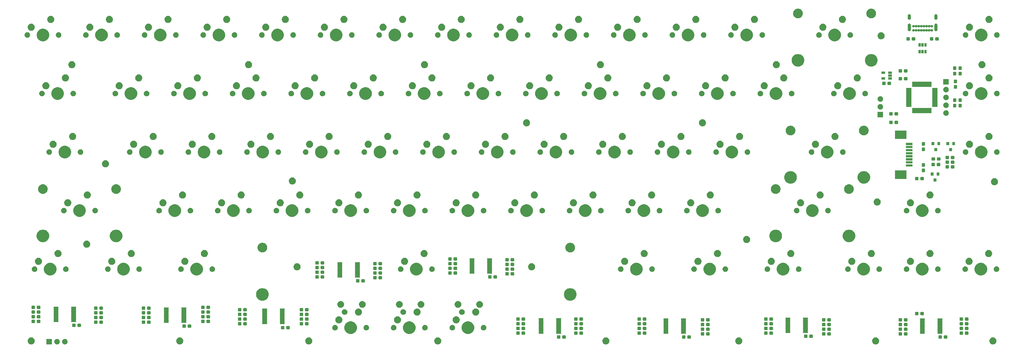
<source format=gbr>
%TF.GenerationSoftware,KiCad,Pcbnew,5.1.6+dfsg1-1~bpo10+1*%
%TF.CreationDate,2020-06-22T19:18:26-07:00*%
%TF.ProjectId,67keys-trackpoint,36376b65-7973-42d7-9472-61636b706f69,A*%
%TF.SameCoordinates,Original*%
%TF.FileFunction,Soldermask,Bot*%
%TF.FilePolarity,Negative*%
%FSLAX46Y46*%
G04 Gerber Fmt 4.6, Leading zero omitted, Abs format (unit mm)*
G04 Created by KiCad (PCBNEW 5.1.6+dfsg1-1~bpo10+1) date 2020-06-22 19:18:26*
%MOMM*%
%LPD*%
G01*
G04 APERTURE LIST*
%ADD10C,0.100000*%
G04 APERTURE END LIST*
D10*
G36*
X49284520Y-159408586D02*
G01*
X49284522Y-159408587D01*
X49284523Y-159408587D01*
X49345025Y-159433648D01*
X49448310Y-159476430D01*
X49595717Y-159574924D01*
X49721076Y-159700283D01*
X49819570Y-159847690D01*
X49887414Y-160011480D01*
X49911638Y-160133265D01*
X49922000Y-160185360D01*
X49922000Y-160362640D01*
X49887413Y-160536523D01*
X49862352Y-160597025D01*
X49819570Y-160700310D01*
X49721076Y-160847717D01*
X49595717Y-160973076D01*
X49448310Y-161071570D01*
X49345025Y-161114352D01*
X49284523Y-161139413D01*
X49284522Y-161139413D01*
X49284520Y-161139414D01*
X49110642Y-161174000D01*
X48933358Y-161174000D01*
X48759480Y-161139414D01*
X48759478Y-161139413D01*
X48759477Y-161139413D01*
X48698975Y-161114352D01*
X48595690Y-161071570D01*
X48448283Y-160973076D01*
X48322924Y-160847717D01*
X48224430Y-160700310D01*
X48181648Y-160597025D01*
X48156587Y-160536523D01*
X48122000Y-160362640D01*
X48122000Y-160185360D01*
X48132362Y-160133265D01*
X48156586Y-160011480D01*
X48224430Y-159847690D01*
X48322924Y-159700283D01*
X48448283Y-159574924D01*
X48595690Y-159476430D01*
X48698975Y-159433648D01*
X48759477Y-159408587D01*
X48759478Y-159408587D01*
X48759480Y-159408586D01*
X48933358Y-159374000D01*
X49110642Y-159374000D01*
X49284520Y-159408586D01*
G37*
G36*
X46744520Y-159408586D02*
G01*
X46744522Y-159408587D01*
X46744523Y-159408587D01*
X46805025Y-159433648D01*
X46908310Y-159476430D01*
X47055717Y-159574924D01*
X47181076Y-159700283D01*
X47279570Y-159847690D01*
X47347414Y-160011480D01*
X47371638Y-160133265D01*
X47382000Y-160185360D01*
X47382000Y-160362640D01*
X47347413Y-160536523D01*
X47322352Y-160597025D01*
X47279570Y-160700310D01*
X47181076Y-160847717D01*
X47055717Y-160973076D01*
X46908310Y-161071570D01*
X46805025Y-161114352D01*
X46744523Y-161139413D01*
X46744522Y-161139413D01*
X46744520Y-161139414D01*
X46570642Y-161174000D01*
X46393358Y-161174000D01*
X46219480Y-161139414D01*
X46219478Y-161139413D01*
X46219477Y-161139413D01*
X46158975Y-161114352D01*
X46055690Y-161071570D01*
X45908283Y-160973076D01*
X45782924Y-160847717D01*
X45684430Y-160700310D01*
X45641648Y-160597025D01*
X45616587Y-160536523D01*
X45582000Y-160362640D01*
X45582000Y-160185360D01*
X45592362Y-160133265D01*
X45616586Y-160011480D01*
X45684430Y-159847690D01*
X45782924Y-159700283D01*
X45908283Y-159574924D01*
X46055690Y-159476430D01*
X46158975Y-159433648D01*
X46219477Y-159408587D01*
X46219478Y-159408587D01*
X46219480Y-159408586D01*
X46393358Y-159374000D01*
X46570642Y-159374000D01*
X46744520Y-159408586D01*
G37*
G36*
X44842000Y-161174000D02*
G01*
X43042000Y-161174000D01*
X43042000Y-159374000D01*
X44842000Y-159374000D01*
X44842000Y-161174000D01*
G37*
G36*
X225125443Y-158914194D02*
G01*
X225125446Y-158914195D01*
X225125445Y-158914195D01*
X225334728Y-159000883D01*
X225334729Y-159000884D01*
X225488846Y-159103861D01*
X225523083Y-159126738D01*
X225683262Y-159286917D01*
X225809117Y-159475272D01*
X225876167Y-159637145D01*
X225895806Y-159684557D01*
X225940000Y-159906735D01*
X225940000Y-160133265D01*
X225895806Y-160355443D01*
X225895805Y-160355445D01*
X225809117Y-160564728D01*
X225683262Y-160753083D01*
X225523083Y-160913262D01*
X225334728Y-161039117D01*
X225172855Y-161106167D01*
X225125443Y-161125806D01*
X224903265Y-161170000D01*
X224676735Y-161170000D01*
X224454557Y-161125806D01*
X224407145Y-161106167D01*
X224245272Y-161039117D01*
X224056917Y-160913262D01*
X223896738Y-160753083D01*
X223770883Y-160564728D01*
X223684195Y-160355445D01*
X223684194Y-160355443D01*
X223640000Y-160133265D01*
X223640000Y-159906735D01*
X223684194Y-159684557D01*
X223703833Y-159637145D01*
X223770883Y-159475272D01*
X223896738Y-159286917D01*
X224056917Y-159126738D01*
X224091155Y-159103861D01*
X224245271Y-159000884D01*
X224245272Y-159000883D01*
X224454555Y-158914195D01*
X224454554Y-158914195D01*
X224454557Y-158914194D01*
X224676735Y-158870000D01*
X224903265Y-158870000D01*
X225125443Y-158914194D01*
G37*
G36*
X38435443Y-158914194D02*
G01*
X38435446Y-158914195D01*
X38435445Y-158914195D01*
X38644728Y-159000883D01*
X38644729Y-159000884D01*
X38798846Y-159103861D01*
X38833083Y-159126738D01*
X38993262Y-159286917D01*
X39119117Y-159475272D01*
X39186167Y-159637145D01*
X39205806Y-159684557D01*
X39250000Y-159906735D01*
X39250000Y-160133265D01*
X39205806Y-160355443D01*
X39205805Y-160355445D01*
X39119117Y-160564728D01*
X38993262Y-160753083D01*
X38833083Y-160913262D01*
X38644728Y-161039117D01*
X38482855Y-161106167D01*
X38435443Y-161125806D01*
X38213265Y-161170000D01*
X37986735Y-161170000D01*
X37764557Y-161125806D01*
X37717145Y-161106167D01*
X37555272Y-161039117D01*
X37366917Y-160913262D01*
X37206738Y-160753083D01*
X37080883Y-160564728D01*
X36994195Y-160355445D01*
X36994194Y-160355443D01*
X36950000Y-160133265D01*
X36950000Y-159906735D01*
X36994194Y-159684557D01*
X37013833Y-159637145D01*
X37080883Y-159475272D01*
X37206738Y-159286917D01*
X37366917Y-159126738D01*
X37401155Y-159103861D01*
X37555271Y-159000884D01*
X37555272Y-159000883D01*
X37764555Y-158914195D01*
X37764554Y-158914195D01*
X37764557Y-158914194D01*
X37986735Y-158870000D01*
X38213265Y-158870000D01*
X38435443Y-158914194D01*
G37*
G36*
X86695443Y-158914194D02*
G01*
X86695446Y-158914195D01*
X86695445Y-158914195D01*
X86904728Y-159000883D01*
X86904729Y-159000884D01*
X87058846Y-159103861D01*
X87093083Y-159126738D01*
X87253262Y-159286917D01*
X87379117Y-159475272D01*
X87446167Y-159637145D01*
X87465806Y-159684557D01*
X87510000Y-159906735D01*
X87510000Y-160133265D01*
X87465806Y-160355443D01*
X87465805Y-160355445D01*
X87379117Y-160564728D01*
X87253262Y-160753083D01*
X87093083Y-160913262D01*
X86904728Y-161039117D01*
X86742855Y-161106167D01*
X86695443Y-161125806D01*
X86473265Y-161170000D01*
X86246735Y-161170000D01*
X86024557Y-161125806D01*
X85977145Y-161106167D01*
X85815272Y-161039117D01*
X85626917Y-160913262D01*
X85466738Y-160753083D01*
X85340883Y-160564728D01*
X85254195Y-160355445D01*
X85254194Y-160355443D01*
X85210000Y-160133265D01*
X85210000Y-159906735D01*
X85254194Y-159684557D01*
X85273833Y-159637145D01*
X85340883Y-159475272D01*
X85466738Y-159286917D01*
X85626917Y-159126738D01*
X85661155Y-159103861D01*
X85815271Y-159000884D01*
X85815272Y-159000883D01*
X86024555Y-158914195D01*
X86024554Y-158914195D01*
X86024557Y-158914194D01*
X86246735Y-158870000D01*
X86473265Y-158870000D01*
X86695443Y-158914194D01*
G37*
G36*
X128605443Y-158914194D02*
G01*
X128605446Y-158914195D01*
X128605445Y-158914195D01*
X128814728Y-159000883D01*
X128814729Y-159000884D01*
X128968846Y-159103861D01*
X129003083Y-159126738D01*
X129163262Y-159286917D01*
X129289117Y-159475272D01*
X129356167Y-159637145D01*
X129375806Y-159684557D01*
X129420000Y-159906735D01*
X129420000Y-160133265D01*
X129375806Y-160355443D01*
X129375805Y-160355445D01*
X129289117Y-160564728D01*
X129163262Y-160753083D01*
X129003083Y-160913262D01*
X128814728Y-161039117D01*
X128652855Y-161106167D01*
X128605443Y-161125806D01*
X128383265Y-161170000D01*
X128156735Y-161170000D01*
X127934557Y-161125806D01*
X127887145Y-161106167D01*
X127725272Y-161039117D01*
X127536917Y-160913262D01*
X127376738Y-160753083D01*
X127250883Y-160564728D01*
X127164195Y-160355445D01*
X127164194Y-160355443D01*
X127120000Y-160133265D01*
X127120000Y-159906735D01*
X127164194Y-159684557D01*
X127183833Y-159637145D01*
X127250883Y-159475272D01*
X127376738Y-159286917D01*
X127536917Y-159126738D01*
X127571155Y-159103861D01*
X127725271Y-159000884D01*
X127725272Y-159000883D01*
X127934555Y-158914195D01*
X127934554Y-158914195D01*
X127934557Y-158914194D01*
X128156735Y-158870000D01*
X128383265Y-158870000D01*
X128605443Y-158914194D01*
G37*
G36*
X350855443Y-158914194D02*
G01*
X350855446Y-158914195D01*
X350855445Y-158914195D01*
X351064728Y-159000883D01*
X351064729Y-159000884D01*
X351218846Y-159103861D01*
X351253083Y-159126738D01*
X351413262Y-159286917D01*
X351539117Y-159475272D01*
X351606167Y-159637145D01*
X351625806Y-159684557D01*
X351670000Y-159906735D01*
X351670000Y-160133265D01*
X351625806Y-160355443D01*
X351625805Y-160355445D01*
X351539117Y-160564728D01*
X351413262Y-160753083D01*
X351253083Y-160913262D01*
X351064728Y-161039117D01*
X350902855Y-161106167D01*
X350855443Y-161125806D01*
X350633265Y-161170000D01*
X350406735Y-161170000D01*
X350184557Y-161125806D01*
X350137145Y-161106167D01*
X349975272Y-161039117D01*
X349786917Y-160913262D01*
X349626738Y-160753083D01*
X349500883Y-160564728D01*
X349414195Y-160355445D01*
X349414194Y-160355443D01*
X349370000Y-160133265D01*
X349370000Y-159906735D01*
X349414194Y-159684557D01*
X349433833Y-159637145D01*
X349500883Y-159475272D01*
X349626738Y-159286917D01*
X349786917Y-159126738D01*
X349821155Y-159103861D01*
X349975271Y-159000884D01*
X349975272Y-159000883D01*
X350184555Y-158914195D01*
X350184554Y-158914195D01*
X350184557Y-158914194D01*
X350406735Y-158870000D01*
X350633265Y-158870000D01*
X350855443Y-158914194D01*
G37*
G36*
X312755443Y-158914194D02*
G01*
X312755446Y-158914195D01*
X312755445Y-158914195D01*
X312964728Y-159000883D01*
X312964729Y-159000884D01*
X313118846Y-159103861D01*
X313153083Y-159126738D01*
X313313262Y-159286917D01*
X313439117Y-159475272D01*
X313506167Y-159637145D01*
X313525806Y-159684557D01*
X313570000Y-159906735D01*
X313570000Y-160133265D01*
X313525806Y-160355443D01*
X313525805Y-160355445D01*
X313439117Y-160564728D01*
X313313262Y-160753083D01*
X313153083Y-160913262D01*
X312964728Y-161039117D01*
X312802855Y-161106167D01*
X312755443Y-161125806D01*
X312533265Y-161170000D01*
X312306735Y-161170000D01*
X312084557Y-161125806D01*
X312037145Y-161106167D01*
X311875272Y-161039117D01*
X311686917Y-160913262D01*
X311526738Y-160753083D01*
X311400883Y-160564728D01*
X311314195Y-160355445D01*
X311314194Y-160355443D01*
X311270000Y-160133265D01*
X311270000Y-159906735D01*
X311314194Y-159684557D01*
X311333833Y-159637145D01*
X311400883Y-159475272D01*
X311526738Y-159286917D01*
X311686917Y-159126738D01*
X311721155Y-159103861D01*
X311875271Y-159000884D01*
X311875272Y-159000883D01*
X312084555Y-158914195D01*
X312084554Y-158914195D01*
X312084557Y-158914194D01*
X312306735Y-158870000D01*
X312533265Y-158870000D01*
X312755443Y-158914194D01*
G37*
G36*
X268305443Y-158914194D02*
G01*
X268305446Y-158914195D01*
X268305445Y-158914195D01*
X268514728Y-159000883D01*
X268514729Y-159000884D01*
X268668846Y-159103861D01*
X268703083Y-159126738D01*
X268863262Y-159286917D01*
X268989117Y-159475272D01*
X269056167Y-159637145D01*
X269075806Y-159684557D01*
X269120000Y-159906735D01*
X269120000Y-160133265D01*
X269075806Y-160355443D01*
X269075805Y-160355445D01*
X268989117Y-160564728D01*
X268863262Y-160753083D01*
X268703083Y-160913262D01*
X268514728Y-161039117D01*
X268352855Y-161106167D01*
X268305443Y-161125806D01*
X268083265Y-161170000D01*
X267856735Y-161170000D01*
X267634557Y-161125806D01*
X267587145Y-161106167D01*
X267425272Y-161039117D01*
X267236917Y-160913262D01*
X267076738Y-160753083D01*
X266950883Y-160564728D01*
X266864195Y-160355445D01*
X266864194Y-160355443D01*
X266820000Y-160133265D01*
X266820000Y-159906735D01*
X266864194Y-159684557D01*
X266883833Y-159637145D01*
X266950883Y-159475272D01*
X267076738Y-159286917D01*
X267236917Y-159126738D01*
X267271155Y-159103861D01*
X267425271Y-159000884D01*
X267425272Y-159000883D01*
X267634555Y-158914195D01*
X267634554Y-158914195D01*
X267634557Y-158914194D01*
X267856735Y-158870000D01*
X268083265Y-158870000D01*
X268305443Y-158914194D01*
G37*
G36*
X170515443Y-158914194D02*
G01*
X170515446Y-158914195D01*
X170515445Y-158914195D01*
X170724728Y-159000883D01*
X170724729Y-159000884D01*
X170878846Y-159103861D01*
X170913083Y-159126738D01*
X171073262Y-159286917D01*
X171199117Y-159475272D01*
X171266167Y-159637145D01*
X171285806Y-159684557D01*
X171330000Y-159906735D01*
X171330000Y-160133265D01*
X171285806Y-160355443D01*
X171285805Y-160355445D01*
X171199117Y-160564728D01*
X171073262Y-160753083D01*
X170913083Y-160913262D01*
X170724728Y-161039117D01*
X170562855Y-161106167D01*
X170515443Y-161125806D01*
X170293265Y-161170000D01*
X170066735Y-161170000D01*
X169844557Y-161125806D01*
X169797145Y-161106167D01*
X169635272Y-161039117D01*
X169446917Y-160913262D01*
X169286738Y-160753083D01*
X169160883Y-160564728D01*
X169074195Y-160355445D01*
X169074194Y-160355443D01*
X169030000Y-160133265D01*
X169030000Y-159906735D01*
X169074194Y-159684557D01*
X169093833Y-159637145D01*
X169160883Y-159475272D01*
X169286738Y-159286917D01*
X169446917Y-159126738D01*
X169481155Y-159103861D01*
X169635271Y-159000884D01*
X169635272Y-159000883D01*
X169844555Y-158914195D01*
X169844554Y-158914195D01*
X169844557Y-158914194D01*
X170066735Y-158870000D01*
X170293265Y-158870000D01*
X170515443Y-158914194D01*
G37*
G36*
X211590861Y-158229557D02*
G01*
X211630636Y-158241623D01*
X211667292Y-158261216D01*
X211699418Y-158287582D01*
X211725784Y-158319708D01*
X211745377Y-158356364D01*
X211757443Y-158396139D01*
X211762000Y-158442408D01*
X211762000Y-159057592D01*
X211757443Y-159103861D01*
X211745377Y-159143636D01*
X211725784Y-159180292D01*
X211699418Y-159212418D01*
X211667292Y-159238784D01*
X211630636Y-159258377D01*
X211590861Y-159270443D01*
X211544592Y-159275000D01*
X210829408Y-159275000D01*
X210783139Y-159270443D01*
X210743364Y-159258377D01*
X210706708Y-159238784D01*
X210674582Y-159212418D01*
X210648216Y-159180292D01*
X210628623Y-159143636D01*
X210616557Y-159103861D01*
X210612000Y-159057592D01*
X210612000Y-158442408D01*
X210616557Y-158396139D01*
X210628623Y-158356364D01*
X210648216Y-158319708D01*
X210674582Y-158287582D01*
X210706708Y-158261216D01*
X210743364Y-158241623D01*
X210783139Y-158229557D01*
X210829408Y-158225000D01*
X211544592Y-158225000D01*
X211590861Y-158229557D01*
G37*
G36*
X209840861Y-158229557D02*
G01*
X209880636Y-158241623D01*
X209917292Y-158261216D01*
X209949418Y-158287582D01*
X209975784Y-158319708D01*
X209995377Y-158356364D01*
X210007443Y-158396139D01*
X210012000Y-158442408D01*
X210012000Y-159057592D01*
X210007443Y-159103861D01*
X209995377Y-159143636D01*
X209975784Y-159180292D01*
X209949418Y-159212418D01*
X209917292Y-159238784D01*
X209880636Y-159258377D01*
X209840861Y-159270443D01*
X209794592Y-159275000D01*
X209079408Y-159275000D01*
X209033139Y-159270443D01*
X208993364Y-159258377D01*
X208956708Y-159238784D01*
X208924582Y-159212418D01*
X208898216Y-159180292D01*
X208878623Y-159143636D01*
X208866557Y-159103861D01*
X208862000Y-159057592D01*
X208862000Y-158442408D01*
X208866557Y-158396139D01*
X208878623Y-158356364D01*
X208898216Y-158319708D01*
X208924582Y-158287582D01*
X208956708Y-158261216D01*
X208993364Y-158241623D01*
X209033139Y-158229557D01*
X209079408Y-158225000D01*
X209794592Y-158225000D01*
X209840861Y-158229557D01*
G37*
G36*
X252230861Y-158229557D02*
G01*
X252270636Y-158241623D01*
X252307292Y-158261216D01*
X252339418Y-158287582D01*
X252365784Y-158319708D01*
X252385377Y-158356364D01*
X252397443Y-158396139D01*
X252402000Y-158442408D01*
X252402000Y-159057592D01*
X252397443Y-159103861D01*
X252385377Y-159143636D01*
X252365784Y-159180292D01*
X252339418Y-159212418D01*
X252307292Y-159238784D01*
X252270636Y-159258377D01*
X252230861Y-159270443D01*
X252184592Y-159275000D01*
X251469408Y-159275000D01*
X251423139Y-159270443D01*
X251383364Y-159258377D01*
X251346708Y-159238784D01*
X251314582Y-159212418D01*
X251288216Y-159180292D01*
X251268623Y-159143636D01*
X251256557Y-159103861D01*
X251252000Y-159057592D01*
X251252000Y-158442408D01*
X251256557Y-158396139D01*
X251268623Y-158356364D01*
X251288216Y-158319708D01*
X251314582Y-158287582D01*
X251346708Y-158261216D01*
X251383364Y-158241623D01*
X251423139Y-158229557D01*
X251469408Y-158225000D01*
X252184592Y-158225000D01*
X252230861Y-158229557D01*
G37*
G36*
X250480861Y-158229557D02*
G01*
X250520636Y-158241623D01*
X250557292Y-158261216D01*
X250589418Y-158287582D01*
X250615784Y-158319708D01*
X250635377Y-158356364D01*
X250647443Y-158396139D01*
X250652000Y-158442408D01*
X250652000Y-159057592D01*
X250647443Y-159103861D01*
X250635377Y-159143636D01*
X250615784Y-159180292D01*
X250589418Y-159212418D01*
X250557292Y-159238784D01*
X250520636Y-159258377D01*
X250480861Y-159270443D01*
X250434592Y-159275000D01*
X249719408Y-159275000D01*
X249673139Y-159270443D01*
X249633364Y-159258377D01*
X249596708Y-159238784D01*
X249564582Y-159212418D01*
X249538216Y-159180292D01*
X249518623Y-159143636D01*
X249506557Y-159103861D01*
X249502000Y-159057592D01*
X249502000Y-158442408D01*
X249506557Y-158396139D01*
X249518623Y-158356364D01*
X249538216Y-158319708D01*
X249564582Y-158287582D01*
X249596708Y-158261216D01*
X249633364Y-158241623D01*
X249673139Y-158229557D01*
X249719408Y-158225000D01*
X250434592Y-158225000D01*
X250480861Y-158229557D01*
G37*
G36*
X333792861Y-158229557D02*
G01*
X333832636Y-158241623D01*
X333869292Y-158261216D01*
X333901418Y-158287582D01*
X333927784Y-158319708D01*
X333947377Y-158356364D01*
X333959443Y-158396139D01*
X333964000Y-158442408D01*
X333964000Y-159057592D01*
X333959443Y-159103861D01*
X333947377Y-159143636D01*
X333927784Y-159180292D01*
X333901418Y-159212418D01*
X333869292Y-159238784D01*
X333832636Y-159258377D01*
X333792861Y-159270443D01*
X333746592Y-159275000D01*
X333031408Y-159275000D01*
X332985139Y-159270443D01*
X332945364Y-159258377D01*
X332908708Y-159238784D01*
X332876582Y-159212418D01*
X332850216Y-159180292D01*
X332830623Y-159143636D01*
X332818557Y-159103861D01*
X332814000Y-159057592D01*
X332814000Y-158442408D01*
X332818557Y-158396139D01*
X332830623Y-158356364D01*
X332850216Y-158319708D01*
X332876582Y-158287582D01*
X332908708Y-158261216D01*
X332945364Y-158241623D01*
X332985139Y-158229557D01*
X333031408Y-158225000D01*
X333746592Y-158225000D01*
X333792861Y-158229557D01*
G37*
G36*
X335542861Y-158229557D02*
G01*
X335582636Y-158241623D01*
X335619292Y-158261216D01*
X335651418Y-158287582D01*
X335677784Y-158319708D01*
X335697377Y-158356364D01*
X335709443Y-158396139D01*
X335714000Y-158442408D01*
X335714000Y-159057592D01*
X335709443Y-159103861D01*
X335697377Y-159143636D01*
X335677784Y-159180292D01*
X335651418Y-159212418D01*
X335619292Y-159238784D01*
X335582636Y-159258377D01*
X335542861Y-159270443D01*
X335496592Y-159275000D01*
X334781408Y-159275000D01*
X334735139Y-159270443D01*
X334695364Y-159258377D01*
X334658708Y-159238784D01*
X334626582Y-159212418D01*
X334600216Y-159180292D01*
X334580623Y-159143636D01*
X334568557Y-159103861D01*
X334564000Y-159057592D01*
X334564000Y-158442408D01*
X334568557Y-158396139D01*
X334580623Y-158356364D01*
X334600216Y-158319708D01*
X334626582Y-158287582D01*
X334658708Y-158261216D01*
X334695364Y-158241623D01*
X334735139Y-158229557D01*
X334781408Y-158225000D01*
X335496592Y-158225000D01*
X335542861Y-158229557D01*
G37*
G36*
X290104861Y-157975557D02*
G01*
X290144636Y-157987623D01*
X290181292Y-158007216D01*
X290213418Y-158033582D01*
X290239784Y-158065708D01*
X290259377Y-158102364D01*
X290271443Y-158142139D01*
X290276000Y-158188408D01*
X290276000Y-158803592D01*
X290271443Y-158849861D01*
X290259377Y-158889636D01*
X290239784Y-158926292D01*
X290213418Y-158958418D01*
X290181292Y-158984784D01*
X290144636Y-159004377D01*
X290104861Y-159016443D01*
X290058592Y-159021000D01*
X289343408Y-159021000D01*
X289297139Y-159016443D01*
X289257364Y-159004377D01*
X289220708Y-158984784D01*
X289188582Y-158958418D01*
X289162216Y-158926292D01*
X289142623Y-158889636D01*
X289130557Y-158849861D01*
X289126000Y-158803592D01*
X289126000Y-158188408D01*
X289130557Y-158142139D01*
X289142623Y-158102364D01*
X289162216Y-158065708D01*
X289188582Y-158033582D01*
X289220708Y-158007216D01*
X289257364Y-157987623D01*
X289297139Y-157975557D01*
X289343408Y-157971000D01*
X290058592Y-157971000D01*
X290104861Y-157975557D01*
G37*
G36*
X291854861Y-157975557D02*
G01*
X291894636Y-157987623D01*
X291931292Y-158007216D01*
X291963418Y-158033582D01*
X291989784Y-158065708D01*
X292009377Y-158102364D01*
X292021443Y-158142139D01*
X292026000Y-158188408D01*
X292026000Y-158803592D01*
X292021443Y-158849861D01*
X292009377Y-158889636D01*
X291989784Y-158926292D01*
X291963418Y-158958418D01*
X291931292Y-158984784D01*
X291894636Y-159004377D01*
X291854861Y-159016443D01*
X291808592Y-159021000D01*
X291093408Y-159021000D01*
X291047139Y-159016443D01*
X291007364Y-159004377D01*
X290970708Y-158984784D01*
X290938582Y-158958418D01*
X290912216Y-158926292D01*
X290892623Y-158889636D01*
X290880557Y-158849861D01*
X290876000Y-158803592D01*
X290876000Y-158188408D01*
X290880557Y-158142139D01*
X290892623Y-158102364D01*
X290912216Y-158065708D01*
X290938582Y-158033582D01*
X290970708Y-158007216D01*
X291007364Y-157987623D01*
X291047139Y-157975557D01*
X291093408Y-157971000D01*
X291808592Y-157971000D01*
X291854861Y-157975557D01*
G37*
G36*
X258326861Y-157213557D02*
G01*
X258366636Y-157225623D01*
X258403292Y-157245216D01*
X258435418Y-157271582D01*
X258461784Y-157303708D01*
X258481377Y-157340364D01*
X258493443Y-157380139D01*
X258498000Y-157426408D01*
X258498000Y-158041592D01*
X258493443Y-158087861D01*
X258481377Y-158127636D01*
X258461784Y-158164292D01*
X258435418Y-158196418D01*
X258403292Y-158222784D01*
X258366636Y-158242377D01*
X258326861Y-158254443D01*
X258280592Y-158259000D01*
X257565408Y-158259000D01*
X257519139Y-158254443D01*
X257479364Y-158242377D01*
X257442708Y-158222784D01*
X257410582Y-158196418D01*
X257384216Y-158164292D01*
X257364623Y-158127636D01*
X257352557Y-158087861D01*
X257348000Y-158041592D01*
X257348000Y-157426408D01*
X257352557Y-157380139D01*
X257364623Y-157340364D01*
X257384216Y-157303708D01*
X257410582Y-157271582D01*
X257442708Y-157245216D01*
X257479364Y-157225623D01*
X257519139Y-157213557D01*
X257565408Y-157209000D01*
X258280592Y-157209000D01*
X258326861Y-157213557D01*
G37*
G36*
X256576861Y-157213557D02*
G01*
X256616636Y-157225623D01*
X256653292Y-157245216D01*
X256685418Y-157271582D01*
X256711784Y-157303708D01*
X256731377Y-157340364D01*
X256743443Y-157380139D01*
X256748000Y-157426408D01*
X256748000Y-158041592D01*
X256743443Y-158087861D01*
X256731377Y-158127636D01*
X256711784Y-158164292D01*
X256685418Y-158196418D01*
X256653292Y-158222784D01*
X256616636Y-158242377D01*
X256576861Y-158254443D01*
X256530592Y-158259000D01*
X255815408Y-158259000D01*
X255769139Y-158254443D01*
X255729364Y-158242377D01*
X255692708Y-158222784D01*
X255660582Y-158196418D01*
X255634216Y-158164292D01*
X255614623Y-158127636D01*
X255602557Y-158087861D01*
X255598000Y-158041592D01*
X255598000Y-157426408D01*
X255602557Y-157380139D01*
X255614623Y-157340364D01*
X255634216Y-157303708D01*
X255660582Y-157271582D01*
X255692708Y-157245216D01*
X255729364Y-157225623D01*
X255769139Y-157213557D01*
X255815408Y-157209000D01*
X256530592Y-157209000D01*
X256576861Y-157213557D01*
G37*
G36*
X295946861Y-157213557D02*
G01*
X295986636Y-157225623D01*
X296023292Y-157245216D01*
X296055418Y-157271582D01*
X296081784Y-157303708D01*
X296101377Y-157340364D01*
X296113443Y-157380139D01*
X296118000Y-157426408D01*
X296118000Y-158041592D01*
X296113443Y-158087861D01*
X296101377Y-158127636D01*
X296081784Y-158164292D01*
X296055418Y-158196418D01*
X296023292Y-158222784D01*
X295986636Y-158242377D01*
X295946861Y-158254443D01*
X295900592Y-158259000D01*
X295185408Y-158259000D01*
X295139139Y-158254443D01*
X295099364Y-158242377D01*
X295062708Y-158222784D01*
X295030582Y-158196418D01*
X295004216Y-158164292D01*
X294984623Y-158127636D01*
X294972557Y-158087861D01*
X294968000Y-158041592D01*
X294968000Y-157426408D01*
X294972557Y-157380139D01*
X294984623Y-157340364D01*
X295004216Y-157303708D01*
X295030582Y-157271582D01*
X295062708Y-157245216D01*
X295099364Y-157225623D01*
X295139139Y-157213557D01*
X295185408Y-157209000D01*
X295900592Y-157209000D01*
X295946861Y-157213557D01*
G37*
G36*
X297696861Y-157213557D02*
G01*
X297736636Y-157225623D01*
X297773292Y-157245216D01*
X297805418Y-157271582D01*
X297831784Y-157303708D01*
X297851377Y-157340364D01*
X297863443Y-157380139D01*
X297868000Y-157426408D01*
X297868000Y-158041592D01*
X297863443Y-158087861D01*
X297851377Y-158127636D01*
X297831784Y-158164292D01*
X297805418Y-158196418D01*
X297773292Y-158222784D01*
X297736636Y-158242377D01*
X297696861Y-158254443D01*
X297650592Y-158259000D01*
X296935408Y-158259000D01*
X296889139Y-158254443D01*
X296849364Y-158242377D01*
X296812708Y-158222784D01*
X296780582Y-158196418D01*
X296754216Y-158164292D01*
X296734623Y-158127636D01*
X296722557Y-158087861D01*
X296718000Y-158041592D01*
X296718000Y-157426408D01*
X296722557Y-157380139D01*
X296734623Y-157340364D01*
X296754216Y-157303708D01*
X296780582Y-157271582D01*
X296812708Y-157245216D01*
X296849364Y-157225623D01*
X296889139Y-157213557D01*
X296935408Y-157209000D01*
X297650592Y-157209000D01*
X297696861Y-157213557D01*
G37*
G36*
X320838861Y-157213557D02*
G01*
X320878636Y-157225623D01*
X320915292Y-157245216D01*
X320947418Y-157271582D01*
X320973784Y-157303708D01*
X320993377Y-157340364D01*
X321005443Y-157380139D01*
X321010000Y-157426408D01*
X321010000Y-158041592D01*
X321005443Y-158087861D01*
X320993377Y-158127636D01*
X320973784Y-158164292D01*
X320947418Y-158196418D01*
X320915292Y-158222784D01*
X320878636Y-158242377D01*
X320838861Y-158254443D01*
X320792592Y-158259000D01*
X320077408Y-158259000D01*
X320031139Y-158254443D01*
X319991364Y-158242377D01*
X319954708Y-158222784D01*
X319922582Y-158196418D01*
X319896216Y-158164292D01*
X319876623Y-158127636D01*
X319864557Y-158087861D01*
X319860000Y-158041592D01*
X319860000Y-157426408D01*
X319864557Y-157380139D01*
X319876623Y-157340364D01*
X319896216Y-157303708D01*
X319922582Y-157271582D01*
X319954708Y-157245216D01*
X319991364Y-157225623D01*
X320031139Y-157213557D01*
X320077408Y-157209000D01*
X320792592Y-157209000D01*
X320838861Y-157213557D01*
G37*
G36*
X322588861Y-157213557D02*
G01*
X322628636Y-157225623D01*
X322665292Y-157245216D01*
X322697418Y-157271582D01*
X322723784Y-157303708D01*
X322743377Y-157340364D01*
X322755443Y-157380139D01*
X322760000Y-157426408D01*
X322760000Y-158041592D01*
X322755443Y-158087861D01*
X322743377Y-158127636D01*
X322723784Y-158164292D01*
X322697418Y-158196418D01*
X322665292Y-158222784D01*
X322628636Y-158242377D01*
X322588861Y-158254443D01*
X322542592Y-158259000D01*
X321827408Y-158259000D01*
X321781139Y-158254443D01*
X321741364Y-158242377D01*
X321704708Y-158222784D01*
X321672582Y-158196418D01*
X321646216Y-158164292D01*
X321626623Y-158127636D01*
X321614557Y-158087861D01*
X321610000Y-158041592D01*
X321610000Y-157426408D01*
X321614557Y-157380139D01*
X321626623Y-157340364D01*
X321646216Y-157303708D01*
X321672582Y-157271582D01*
X321704708Y-157245216D01*
X321741364Y-157225623D01*
X321781139Y-157213557D01*
X321827408Y-157209000D01*
X322542592Y-157209000D01*
X322588861Y-157213557D01*
G37*
G36*
X217178861Y-156959557D02*
G01*
X217218636Y-156971623D01*
X217255292Y-156991216D01*
X217287418Y-157017582D01*
X217313784Y-157049708D01*
X217333377Y-157086364D01*
X217345443Y-157126139D01*
X217350000Y-157172408D01*
X217350000Y-157787592D01*
X217345443Y-157833861D01*
X217333377Y-157873636D01*
X217313784Y-157910292D01*
X217287418Y-157942418D01*
X217255292Y-157968784D01*
X217218636Y-157988377D01*
X217178861Y-158000443D01*
X217132592Y-158005000D01*
X216417408Y-158005000D01*
X216371139Y-158000443D01*
X216331364Y-157988377D01*
X216294708Y-157968784D01*
X216262582Y-157942418D01*
X216236216Y-157910292D01*
X216216623Y-157873636D01*
X216204557Y-157833861D01*
X216200000Y-157787592D01*
X216200000Y-157172408D01*
X216204557Y-157126139D01*
X216216623Y-157086364D01*
X216236216Y-157049708D01*
X216262582Y-157017582D01*
X216294708Y-156991216D01*
X216331364Y-156971623D01*
X216371139Y-156959557D01*
X216417408Y-156955000D01*
X217132592Y-156955000D01*
X217178861Y-156959557D01*
G37*
G36*
X196632861Y-156959557D02*
G01*
X196672636Y-156971623D01*
X196709292Y-156991216D01*
X196741418Y-157017582D01*
X196767784Y-157049708D01*
X196787377Y-157086364D01*
X196799443Y-157126139D01*
X196804000Y-157172408D01*
X196804000Y-157787592D01*
X196799443Y-157833861D01*
X196787377Y-157873636D01*
X196767784Y-157910292D01*
X196741418Y-157942418D01*
X196709292Y-157968784D01*
X196672636Y-157988377D01*
X196632861Y-158000443D01*
X196586592Y-158005000D01*
X195871408Y-158005000D01*
X195825139Y-158000443D01*
X195785364Y-157988377D01*
X195748708Y-157968784D01*
X195716582Y-157942418D01*
X195690216Y-157910292D01*
X195670623Y-157873636D01*
X195658557Y-157833861D01*
X195654000Y-157787592D01*
X195654000Y-157172408D01*
X195658557Y-157126139D01*
X195670623Y-157086364D01*
X195690216Y-157049708D01*
X195716582Y-157017582D01*
X195748708Y-156991216D01*
X195785364Y-156971623D01*
X195825139Y-156959557D01*
X195871408Y-156955000D01*
X196586592Y-156955000D01*
X196632861Y-156959557D01*
G37*
G36*
X342400861Y-156959557D02*
G01*
X342440636Y-156971623D01*
X342477292Y-156991216D01*
X342509418Y-157017582D01*
X342535784Y-157049708D01*
X342555377Y-157086364D01*
X342567443Y-157126139D01*
X342572000Y-157172408D01*
X342572000Y-157787592D01*
X342567443Y-157833861D01*
X342555377Y-157873636D01*
X342535784Y-157910292D01*
X342509418Y-157942418D01*
X342477292Y-157968784D01*
X342440636Y-157988377D01*
X342400861Y-158000443D01*
X342354592Y-158005000D01*
X341639408Y-158005000D01*
X341593139Y-158000443D01*
X341553364Y-157988377D01*
X341516708Y-157968784D01*
X341484582Y-157942418D01*
X341458216Y-157910292D01*
X341438623Y-157873636D01*
X341426557Y-157833861D01*
X341422000Y-157787592D01*
X341422000Y-157172408D01*
X341426557Y-157126139D01*
X341438623Y-157086364D01*
X341458216Y-157049708D01*
X341484582Y-157017582D01*
X341516708Y-156991216D01*
X341553364Y-156971623D01*
X341593139Y-156959557D01*
X341639408Y-156955000D01*
X342354592Y-156955000D01*
X342400861Y-156959557D01*
G37*
G36*
X278900861Y-156959557D02*
G01*
X278940636Y-156971623D01*
X278977292Y-156991216D01*
X279009418Y-157017582D01*
X279035784Y-157049708D01*
X279055377Y-157086364D01*
X279067443Y-157126139D01*
X279072000Y-157172408D01*
X279072000Y-157787592D01*
X279067443Y-157833861D01*
X279055377Y-157873636D01*
X279035784Y-157910292D01*
X279009418Y-157942418D01*
X278977292Y-157968784D01*
X278940636Y-157988377D01*
X278900861Y-158000443D01*
X278854592Y-158005000D01*
X278139408Y-158005000D01*
X278093139Y-158000443D01*
X278053364Y-157988377D01*
X278016708Y-157968784D01*
X277984582Y-157942418D01*
X277958216Y-157910292D01*
X277938623Y-157873636D01*
X277926557Y-157833861D01*
X277922000Y-157787592D01*
X277922000Y-157172408D01*
X277926557Y-157126139D01*
X277938623Y-157086364D01*
X277958216Y-157049708D01*
X277984582Y-157017582D01*
X278016708Y-156991216D01*
X278053364Y-156971623D01*
X278093139Y-156959557D01*
X278139408Y-156955000D01*
X278854592Y-156955000D01*
X278900861Y-156959557D01*
G37*
G36*
X277150861Y-156959557D02*
G01*
X277190636Y-156971623D01*
X277227292Y-156991216D01*
X277259418Y-157017582D01*
X277285784Y-157049708D01*
X277305377Y-157086364D01*
X277317443Y-157126139D01*
X277322000Y-157172408D01*
X277322000Y-157787592D01*
X277317443Y-157833861D01*
X277305377Y-157873636D01*
X277285784Y-157910292D01*
X277259418Y-157942418D01*
X277227292Y-157968784D01*
X277190636Y-157988377D01*
X277150861Y-158000443D01*
X277104592Y-158005000D01*
X276389408Y-158005000D01*
X276343139Y-158000443D01*
X276303364Y-157988377D01*
X276266708Y-157968784D01*
X276234582Y-157942418D01*
X276208216Y-157910292D01*
X276188623Y-157873636D01*
X276176557Y-157833861D01*
X276172000Y-157787592D01*
X276172000Y-157172408D01*
X276176557Y-157126139D01*
X276188623Y-157086364D01*
X276208216Y-157049708D01*
X276234582Y-157017582D01*
X276266708Y-156991216D01*
X276303364Y-156971623D01*
X276343139Y-156959557D01*
X276389408Y-156955000D01*
X277104592Y-156955000D01*
X277150861Y-156959557D01*
G37*
G36*
X236002861Y-156959557D02*
G01*
X236042636Y-156971623D01*
X236079292Y-156991216D01*
X236111418Y-157017582D01*
X236137784Y-157049708D01*
X236157377Y-157086364D01*
X236169443Y-157126139D01*
X236174000Y-157172408D01*
X236174000Y-157787592D01*
X236169443Y-157833861D01*
X236157377Y-157873636D01*
X236137784Y-157910292D01*
X236111418Y-157942418D01*
X236079292Y-157968784D01*
X236042636Y-157988377D01*
X236002861Y-158000443D01*
X235956592Y-158005000D01*
X235241408Y-158005000D01*
X235195139Y-158000443D01*
X235155364Y-157988377D01*
X235118708Y-157968784D01*
X235086582Y-157942418D01*
X235060216Y-157910292D01*
X235040623Y-157873636D01*
X235028557Y-157833861D01*
X235024000Y-157787592D01*
X235024000Y-157172408D01*
X235028557Y-157126139D01*
X235040623Y-157086364D01*
X235060216Y-157049708D01*
X235086582Y-157017582D01*
X235118708Y-156991216D01*
X235155364Y-156971623D01*
X235195139Y-156959557D01*
X235241408Y-156955000D01*
X235956592Y-156955000D01*
X236002861Y-156959557D01*
G37*
G36*
X198382861Y-156959557D02*
G01*
X198422636Y-156971623D01*
X198459292Y-156991216D01*
X198491418Y-157017582D01*
X198517784Y-157049708D01*
X198537377Y-157086364D01*
X198549443Y-157126139D01*
X198554000Y-157172408D01*
X198554000Y-157787592D01*
X198549443Y-157833861D01*
X198537377Y-157873636D01*
X198517784Y-157910292D01*
X198491418Y-157942418D01*
X198459292Y-157968784D01*
X198422636Y-157988377D01*
X198382861Y-158000443D01*
X198336592Y-158005000D01*
X197621408Y-158005000D01*
X197575139Y-158000443D01*
X197535364Y-157988377D01*
X197498708Y-157968784D01*
X197466582Y-157942418D01*
X197440216Y-157910292D01*
X197420623Y-157873636D01*
X197408557Y-157833861D01*
X197404000Y-157787592D01*
X197404000Y-157172408D01*
X197408557Y-157126139D01*
X197420623Y-157086364D01*
X197440216Y-157049708D01*
X197466582Y-157017582D01*
X197498708Y-156991216D01*
X197535364Y-156971623D01*
X197575139Y-156959557D01*
X197621408Y-156955000D01*
X198336592Y-156955000D01*
X198382861Y-156959557D01*
G37*
G36*
X215428861Y-156959557D02*
G01*
X215468636Y-156971623D01*
X215505292Y-156991216D01*
X215537418Y-157017582D01*
X215563784Y-157049708D01*
X215583377Y-157086364D01*
X215595443Y-157126139D01*
X215600000Y-157172408D01*
X215600000Y-157787592D01*
X215595443Y-157833861D01*
X215583377Y-157873636D01*
X215563784Y-157910292D01*
X215537418Y-157942418D01*
X215505292Y-157968784D01*
X215468636Y-157988377D01*
X215428861Y-158000443D01*
X215382592Y-158005000D01*
X214667408Y-158005000D01*
X214621139Y-158000443D01*
X214581364Y-157988377D01*
X214544708Y-157968784D01*
X214512582Y-157942418D01*
X214486216Y-157910292D01*
X214466623Y-157873636D01*
X214454557Y-157833861D01*
X214450000Y-157787592D01*
X214450000Y-157172408D01*
X214454557Y-157126139D01*
X214466623Y-157086364D01*
X214486216Y-157049708D01*
X214512582Y-157017582D01*
X214544708Y-156991216D01*
X214581364Y-156971623D01*
X214621139Y-156959557D01*
X214667408Y-156955000D01*
X215382592Y-156955000D01*
X215428861Y-156959557D01*
G37*
G36*
X340650861Y-156959557D02*
G01*
X340690636Y-156971623D01*
X340727292Y-156991216D01*
X340759418Y-157017582D01*
X340785784Y-157049708D01*
X340805377Y-157086364D01*
X340817443Y-157126139D01*
X340822000Y-157172408D01*
X340822000Y-157787592D01*
X340817443Y-157833861D01*
X340805377Y-157873636D01*
X340785784Y-157910292D01*
X340759418Y-157942418D01*
X340727292Y-157968784D01*
X340690636Y-157988377D01*
X340650861Y-158000443D01*
X340604592Y-158005000D01*
X339889408Y-158005000D01*
X339843139Y-158000443D01*
X339803364Y-157988377D01*
X339766708Y-157968784D01*
X339734582Y-157942418D01*
X339708216Y-157910292D01*
X339688623Y-157873636D01*
X339676557Y-157833861D01*
X339672000Y-157787592D01*
X339672000Y-157172408D01*
X339676557Y-157126139D01*
X339688623Y-157086364D01*
X339708216Y-157049708D01*
X339734582Y-157017582D01*
X339766708Y-156991216D01*
X339803364Y-156971623D01*
X339843139Y-156959557D01*
X339889408Y-156955000D01*
X340604592Y-156955000D01*
X340650861Y-156959557D01*
G37*
G36*
X237752861Y-156959557D02*
G01*
X237792636Y-156971623D01*
X237829292Y-156991216D01*
X237861418Y-157017582D01*
X237887784Y-157049708D01*
X237907377Y-157086364D01*
X237919443Y-157126139D01*
X237924000Y-157172408D01*
X237924000Y-157787592D01*
X237919443Y-157833861D01*
X237907377Y-157873636D01*
X237887784Y-157910292D01*
X237861418Y-157942418D01*
X237829292Y-157968784D01*
X237792636Y-157988377D01*
X237752861Y-158000443D01*
X237706592Y-158005000D01*
X236991408Y-158005000D01*
X236945139Y-158000443D01*
X236905364Y-157988377D01*
X236868708Y-157968784D01*
X236836582Y-157942418D01*
X236810216Y-157910292D01*
X236790623Y-157873636D01*
X236778557Y-157833861D01*
X236774000Y-157787592D01*
X236774000Y-157172408D01*
X236778557Y-157126139D01*
X236790623Y-157086364D01*
X236810216Y-157049708D01*
X236836582Y-157017582D01*
X236868708Y-156991216D01*
X236905364Y-156971623D01*
X236945139Y-156959557D01*
X236991408Y-156955000D01*
X237706592Y-156955000D01*
X237752861Y-156959557D01*
G37*
G36*
X180556963Y-153730780D02*
G01*
X180556965Y-153730781D01*
X180556966Y-153730781D01*
X180631096Y-153761487D01*
X180930039Y-153885314D01*
X181074505Y-153981843D01*
X181265798Y-154109660D01*
X181551340Y-154395202D01*
X181663513Y-154563081D01*
X181775686Y-154730961D01*
X181881798Y-154987136D01*
X181926440Y-155094910D01*
X181930220Y-155104037D01*
X182009000Y-155500093D01*
X182009000Y-155903907D01*
X181930246Y-156299834D01*
X181930219Y-156299966D01*
X181890891Y-156394910D01*
X181775686Y-156673039D01*
X181673104Y-156826564D01*
X181551340Y-157008798D01*
X181265798Y-157294340D01*
X181196918Y-157340364D01*
X180930039Y-157518686D01*
X180740758Y-157597089D01*
X180556966Y-157673219D01*
X180556965Y-157673219D01*
X180556963Y-157673220D01*
X180160907Y-157752000D01*
X179757093Y-157752000D01*
X179361037Y-157673220D01*
X179361035Y-157673219D01*
X179361034Y-157673219D01*
X179177242Y-157597089D01*
X178987961Y-157518686D01*
X178721082Y-157340364D01*
X178652202Y-157294340D01*
X178366660Y-157008798D01*
X178244896Y-156826564D01*
X178142314Y-156673039D01*
X178027109Y-156394910D01*
X177987781Y-156299966D01*
X177987755Y-156299834D01*
X177909000Y-155903907D01*
X177909000Y-155500093D01*
X177987780Y-155104037D01*
X177991561Y-155094910D01*
X178036202Y-154987136D01*
X178142314Y-154730961D01*
X178254488Y-154563081D01*
X178366660Y-154395202D01*
X178652202Y-154109660D01*
X178843495Y-153981843D01*
X178987961Y-153885314D01*
X179286904Y-153761487D01*
X179361034Y-153730781D01*
X179361035Y-153730781D01*
X179361037Y-153730780D01*
X179757093Y-153652000D01*
X180160907Y-153652000D01*
X180556963Y-153730780D01*
G37*
G36*
X161506963Y-153730780D02*
G01*
X161506965Y-153730781D01*
X161506966Y-153730781D01*
X161581096Y-153761487D01*
X161880039Y-153885314D01*
X162024505Y-153981843D01*
X162215798Y-154109660D01*
X162501340Y-154395202D01*
X162613513Y-154563081D01*
X162725686Y-154730961D01*
X162831798Y-154987136D01*
X162876440Y-155094910D01*
X162880220Y-155104037D01*
X162959000Y-155500093D01*
X162959000Y-155903907D01*
X162880246Y-156299834D01*
X162880219Y-156299966D01*
X162840891Y-156394910D01*
X162725686Y-156673039D01*
X162623104Y-156826564D01*
X162501340Y-157008798D01*
X162215798Y-157294340D01*
X162146918Y-157340364D01*
X161880039Y-157518686D01*
X161690758Y-157597089D01*
X161506966Y-157673219D01*
X161506965Y-157673219D01*
X161506963Y-157673220D01*
X161110907Y-157752000D01*
X160707093Y-157752000D01*
X160311037Y-157673220D01*
X160311035Y-157673219D01*
X160311034Y-157673219D01*
X160127242Y-157597089D01*
X159937961Y-157518686D01*
X159671082Y-157340364D01*
X159602202Y-157294340D01*
X159316660Y-157008798D01*
X159194896Y-156826564D01*
X159092314Y-156673039D01*
X158977109Y-156394910D01*
X158937781Y-156299966D01*
X158937755Y-156299834D01*
X158859000Y-155903907D01*
X158859000Y-155500093D01*
X158937780Y-155104037D01*
X158941561Y-155094910D01*
X158986202Y-154987136D01*
X159092314Y-154730961D01*
X159204488Y-154563081D01*
X159316660Y-154395202D01*
X159602202Y-154109660D01*
X159793495Y-153981843D01*
X159937961Y-153885314D01*
X160236904Y-153761487D01*
X160311034Y-153730781D01*
X160311035Y-153730781D01*
X160311037Y-153730780D01*
X160707093Y-153652000D01*
X161110907Y-153652000D01*
X161506963Y-153730780D01*
G37*
G36*
X142456963Y-153730780D02*
G01*
X142456965Y-153730781D01*
X142456966Y-153730781D01*
X142531096Y-153761487D01*
X142830039Y-153885314D01*
X142974505Y-153981843D01*
X143165798Y-154109660D01*
X143451340Y-154395202D01*
X143563513Y-154563081D01*
X143675686Y-154730961D01*
X143781798Y-154987136D01*
X143826440Y-155094910D01*
X143830220Y-155104037D01*
X143909000Y-155500093D01*
X143909000Y-155903907D01*
X143830246Y-156299834D01*
X143830219Y-156299966D01*
X143790891Y-156394910D01*
X143675686Y-156673039D01*
X143573104Y-156826564D01*
X143451340Y-157008798D01*
X143165798Y-157294340D01*
X143096918Y-157340364D01*
X142830039Y-157518686D01*
X142640758Y-157597089D01*
X142456966Y-157673219D01*
X142456965Y-157673219D01*
X142456963Y-157673220D01*
X142060907Y-157752000D01*
X141657093Y-157752000D01*
X141261037Y-157673220D01*
X141261035Y-157673219D01*
X141261034Y-157673219D01*
X141077242Y-157597089D01*
X140887961Y-157518686D01*
X140621082Y-157340364D01*
X140552202Y-157294340D01*
X140266660Y-157008798D01*
X140144896Y-156826564D01*
X140042314Y-156673039D01*
X139927109Y-156394910D01*
X139887781Y-156299966D01*
X139887755Y-156299834D01*
X139809000Y-155903907D01*
X139809000Y-155500093D01*
X139887780Y-155104037D01*
X139891561Y-155094910D01*
X139936202Y-154987136D01*
X140042314Y-154730961D01*
X140154488Y-154563081D01*
X140266660Y-154395202D01*
X140552202Y-154109660D01*
X140743495Y-153981843D01*
X140887961Y-153885314D01*
X141186904Y-153761487D01*
X141261034Y-153730781D01*
X141261035Y-153730781D01*
X141261037Y-153730780D01*
X141657093Y-153652000D01*
X142060907Y-153652000D01*
X142456963Y-153730780D01*
G37*
G36*
X250731538Y-152670916D02*
G01*
X250745513Y-152675155D01*
X250758399Y-152682043D01*
X250769691Y-152691309D01*
X250778957Y-152702601D01*
X250785845Y-152715487D01*
X250790084Y-152729462D01*
X250792000Y-152748910D01*
X250792000Y-153089090D01*
X250790084Y-153108538D01*
X250785845Y-153122513D01*
X250778957Y-153135399D01*
X250769691Y-153146691D01*
X250758156Y-153156157D01*
X250742376Y-153166702D01*
X250728515Y-153180564D01*
X250717624Y-153196864D01*
X250710123Y-153214975D01*
X250706299Y-153234202D01*
X250706300Y-153253805D01*
X250710125Y-153273031D01*
X250717627Y-153291142D01*
X250728519Y-153307441D01*
X250742381Y-153321302D01*
X250758156Y-153331843D01*
X250769691Y-153341309D01*
X250778957Y-153352601D01*
X250785845Y-153365487D01*
X250790084Y-153379462D01*
X250792000Y-153398910D01*
X250792000Y-153739090D01*
X250790084Y-153758538D01*
X250785845Y-153772513D01*
X250778957Y-153785399D01*
X250769691Y-153796691D01*
X250758156Y-153806157D01*
X250742376Y-153816702D01*
X250728515Y-153830564D01*
X250717624Y-153846864D01*
X250710123Y-153864975D01*
X250706299Y-153884202D01*
X250706300Y-153903805D01*
X250710125Y-153923031D01*
X250717627Y-153941142D01*
X250728519Y-153957441D01*
X250742381Y-153971302D01*
X250758156Y-153981843D01*
X250769691Y-153991309D01*
X250778957Y-154002601D01*
X250785845Y-154015487D01*
X250790084Y-154029462D01*
X250792000Y-154048910D01*
X250792000Y-154389090D01*
X250790084Y-154408538D01*
X250785845Y-154422513D01*
X250778957Y-154435399D01*
X250769691Y-154446691D01*
X250758156Y-154456157D01*
X250742376Y-154466702D01*
X250728515Y-154480564D01*
X250717624Y-154496864D01*
X250710123Y-154514975D01*
X250706299Y-154534202D01*
X250706300Y-154553805D01*
X250710125Y-154573031D01*
X250717627Y-154591142D01*
X250728519Y-154607441D01*
X250742381Y-154621302D01*
X250758156Y-154631843D01*
X250769691Y-154641309D01*
X250778957Y-154652601D01*
X250785845Y-154665487D01*
X250790084Y-154679462D01*
X250792000Y-154698910D01*
X250792000Y-155039090D01*
X250790084Y-155058538D01*
X250785845Y-155072513D01*
X250778957Y-155085399D01*
X250769691Y-155096691D01*
X250758156Y-155106157D01*
X250742376Y-155116702D01*
X250728515Y-155130564D01*
X250717624Y-155146864D01*
X250710123Y-155164975D01*
X250706299Y-155184202D01*
X250706300Y-155203805D01*
X250710125Y-155223031D01*
X250717627Y-155241142D01*
X250728519Y-155257441D01*
X250742381Y-155271302D01*
X250758156Y-155281843D01*
X250769691Y-155291309D01*
X250778957Y-155302601D01*
X250785845Y-155315487D01*
X250790084Y-155329462D01*
X250792000Y-155348910D01*
X250792000Y-155689090D01*
X250790084Y-155708538D01*
X250785845Y-155722513D01*
X250778957Y-155735399D01*
X250769691Y-155746691D01*
X250758156Y-155756157D01*
X250742376Y-155766702D01*
X250728515Y-155780564D01*
X250717624Y-155796864D01*
X250710123Y-155814975D01*
X250706299Y-155834202D01*
X250706300Y-155853805D01*
X250710125Y-155873031D01*
X250717627Y-155891142D01*
X250728519Y-155907441D01*
X250742381Y-155921302D01*
X250758156Y-155931843D01*
X250769691Y-155941309D01*
X250778957Y-155952601D01*
X250785845Y-155965487D01*
X250790084Y-155979462D01*
X250792000Y-155998910D01*
X250792000Y-156339090D01*
X250790084Y-156358538D01*
X250785845Y-156372513D01*
X250778957Y-156385399D01*
X250769691Y-156396691D01*
X250758156Y-156406157D01*
X250742376Y-156416702D01*
X250728515Y-156430564D01*
X250717624Y-156446864D01*
X250710123Y-156464975D01*
X250706299Y-156484202D01*
X250706300Y-156503805D01*
X250710125Y-156523031D01*
X250717627Y-156541142D01*
X250728519Y-156557441D01*
X250742381Y-156571302D01*
X250758156Y-156581843D01*
X250769691Y-156591309D01*
X250778957Y-156602601D01*
X250785845Y-156615487D01*
X250790084Y-156629462D01*
X250792000Y-156648910D01*
X250792000Y-156989090D01*
X250790084Y-157008538D01*
X250785845Y-157022513D01*
X250778957Y-157035399D01*
X250769691Y-157046691D01*
X250758156Y-157056157D01*
X250742376Y-157066702D01*
X250728515Y-157080564D01*
X250717624Y-157096864D01*
X250710123Y-157114975D01*
X250706299Y-157134202D01*
X250706300Y-157153805D01*
X250710125Y-157173031D01*
X250717627Y-157191142D01*
X250728519Y-157207441D01*
X250742381Y-157221302D01*
X250758156Y-157231843D01*
X250769691Y-157241309D01*
X250778957Y-157252601D01*
X250785845Y-157265487D01*
X250790084Y-157279462D01*
X250792000Y-157298910D01*
X250792000Y-157639090D01*
X250790084Y-157658538D01*
X250785845Y-157672513D01*
X250778957Y-157685399D01*
X250769691Y-157696691D01*
X250758399Y-157705957D01*
X250745513Y-157712845D01*
X250731538Y-157717084D01*
X250712090Y-157719000D01*
X249296910Y-157719000D01*
X249277462Y-157717084D01*
X249263487Y-157712845D01*
X249250601Y-157705957D01*
X249239309Y-157696691D01*
X249230043Y-157685399D01*
X249223155Y-157672513D01*
X249218916Y-157658538D01*
X249217000Y-157639090D01*
X249217000Y-157298910D01*
X249218916Y-157279462D01*
X249223155Y-157265487D01*
X249230043Y-157252601D01*
X249239309Y-157241309D01*
X249250844Y-157231843D01*
X249266624Y-157221298D01*
X249280485Y-157207436D01*
X249291376Y-157191136D01*
X249298877Y-157173025D01*
X249302701Y-157153798D01*
X249302700Y-157134195D01*
X249298875Y-157114969D01*
X249291373Y-157096858D01*
X249280481Y-157080559D01*
X249266619Y-157066698D01*
X249250844Y-157056157D01*
X249239309Y-157046691D01*
X249230043Y-157035399D01*
X249223155Y-157022513D01*
X249218916Y-157008538D01*
X249217000Y-156989090D01*
X249217000Y-156648910D01*
X249218916Y-156629462D01*
X249223155Y-156615487D01*
X249230043Y-156602601D01*
X249239309Y-156591309D01*
X249250844Y-156581843D01*
X249266624Y-156571298D01*
X249280485Y-156557436D01*
X249291376Y-156541136D01*
X249298877Y-156523025D01*
X249302701Y-156503798D01*
X249302700Y-156484195D01*
X249298875Y-156464969D01*
X249291373Y-156446858D01*
X249280481Y-156430559D01*
X249266619Y-156416698D01*
X249250844Y-156406157D01*
X249239309Y-156396691D01*
X249230043Y-156385399D01*
X249223155Y-156372513D01*
X249218916Y-156358538D01*
X249217000Y-156339090D01*
X249217000Y-155998910D01*
X249218916Y-155979462D01*
X249223155Y-155965487D01*
X249230043Y-155952601D01*
X249239309Y-155941309D01*
X249250844Y-155931843D01*
X249266624Y-155921298D01*
X249280485Y-155907436D01*
X249291376Y-155891136D01*
X249298877Y-155873025D01*
X249302701Y-155853798D01*
X249302700Y-155834195D01*
X249298875Y-155814969D01*
X249291373Y-155796858D01*
X249280481Y-155780559D01*
X249266619Y-155766698D01*
X249250844Y-155756157D01*
X249239309Y-155746691D01*
X249230043Y-155735399D01*
X249223155Y-155722513D01*
X249218916Y-155708538D01*
X249217000Y-155689090D01*
X249217000Y-155348910D01*
X249218916Y-155329462D01*
X249223155Y-155315487D01*
X249230043Y-155302601D01*
X249239309Y-155291309D01*
X249250844Y-155281843D01*
X249266624Y-155271298D01*
X249280485Y-155257436D01*
X249291376Y-155241136D01*
X249298877Y-155223025D01*
X249302701Y-155203798D01*
X249302700Y-155184195D01*
X249298875Y-155164969D01*
X249291373Y-155146858D01*
X249280481Y-155130559D01*
X249266619Y-155116698D01*
X249250844Y-155106157D01*
X249239309Y-155096691D01*
X249230043Y-155085399D01*
X249223155Y-155072513D01*
X249218916Y-155058538D01*
X249217000Y-155039090D01*
X249217000Y-154698910D01*
X249218916Y-154679462D01*
X249223155Y-154665487D01*
X249230043Y-154652601D01*
X249239309Y-154641309D01*
X249250844Y-154631843D01*
X249266624Y-154621298D01*
X249280485Y-154607436D01*
X249291376Y-154591136D01*
X249298877Y-154573025D01*
X249302701Y-154553798D01*
X249302700Y-154534195D01*
X249298875Y-154514969D01*
X249291373Y-154496858D01*
X249280481Y-154480559D01*
X249266619Y-154466698D01*
X249250844Y-154456157D01*
X249239309Y-154446691D01*
X249230043Y-154435399D01*
X249223155Y-154422513D01*
X249218916Y-154408538D01*
X249217000Y-154389090D01*
X249217000Y-154048910D01*
X249218916Y-154029462D01*
X249223155Y-154015487D01*
X249230043Y-154002601D01*
X249239309Y-153991309D01*
X249250844Y-153981843D01*
X249266624Y-153971298D01*
X249280485Y-153957436D01*
X249291376Y-153941136D01*
X249298877Y-153923025D01*
X249302701Y-153903798D01*
X249302700Y-153884195D01*
X249298875Y-153864969D01*
X249291373Y-153846858D01*
X249280481Y-153830559D01*
X249266619Y-153816698D01*
X249250844Y-153806157D01*
X249239309Y-153796691D01*
X249230043Y-153785399D01*
X249223155Y-153772513D01*
X249218916Y-153758538D01*
X249217000Y-153739090D01*
X249217000Y-153398910D01*
X249218916Y-153379462D01*
X249223155Y-153365487D01*
X249230043Y-153352601D01*
X249239309Y-153341309D01*
X249250844Y-153331843D01*
X249266624Y-153321298D01*
X249280485Y-153307436D01*
X249291376Y-153291136D01*
X249298877Y-153273025D01*
X249302701Y-153253798D01*
X249302700Y-153234195D01*
X249298875Y-153214969D01*
X249291373Y-153196858D01*
X249280481Y-153180559D01*
X249266619Y-153166698D01*
X249250844Y-153156157D01*
X249239309Y-153146691D01*
X249230043Y-153135399D01*
X249223155Y-153122513D01*
X249218916Y-153108538D01*
X249217000Y-153089090D01*
X249217000Y-152748910D01*
X249218916Y-152729462D01*
X249223155Y-152715487D01*
X249230043Y-152702601D01*
X249239309Y-152691309D01*
X249250601Y-152682043D01*
X249263487Y-152675155D01*
X249277462Y-152670916D01*
X249296910Y-152669000D01*
X250712090Y-152669000D01*
X250731538Y-152670916D01*
G37*
G36*
X334043538Y-152670916D02*
G01*
X334057513Y-152675155D01*
X334070399Y-152682043D01*
X334081691Y-152691309D01*
X334090957Y-152702601D01*
X334097845Y-152715487D01*
X334102084Y-152729462D01*
X334104000Y-152748910D01*
X334104000Y-153089090D01*
X334102084Y-153108538D01*
X334097845Y-153122513D01*
X334090957Y-153135399D01*
X334081691Y-153146691D01*
X334070156Y-153156157D01*
X334054376Y-153166702D01*
X334040515Y-153180564D01*
X334029624Y-153196864D01*
X334022123Y-153214975D01*
X334018299Y-153234202D01*
X334018300Y-153253805D01*
X334022125Y-153273031D01*
X334029627Y-153291142D01*
X334040519Y-153307441D01*
X334054381Y-153321302D01*
X334070156Y-153331843D01*
X334081691Y-153341309D01*
X334090957Y-153352601D01*
X334097845Y-153365487D01*
X334102084Y-153379462D01*
X334104000Y-153398910D01*
X334104000Y-153739090D01*
X334102084Y-153758538D01*
X334097845Y-153772513D01*
X334090957Y-153785399D01*
X334081691Y-153796691D01*
X334070156Y-153806157D01*
X334054376Y-153816702D01*
X334040515Y-153830564D01*
X334029624Y-153846864D01*
X334022123Y-153864975D01*
X334018299Y-153884202D01*
X334018300Y-153903805D01*
X334022125Y-153923031D01*
X334029627Y-153941142D01*
X334040519Y-153957441D01*
X334054381Y-153971302D01*
X334070156Y-153981843D01*
X334081691Y-153991309D01*
X334090957Y-154002601D01*
X334097845Y-154015487D01*
X334102084Y-154029462D01*
X334104000Y-154048910D01*
X334104000Y-154389090D01*
X334102084Y-154408538D01*
X334097845Y-154422513D01*
X334090957Y-154435399D01*
X334081691Y-154446691D01*
X334070156Y-154456157D01*
X334054376Y-154466702D01*
X334040515Y-154480564D01*
X334029624Y-154496864D01*
X334022123Y-154514975D01*
X334018299Y-154534202D01*
X334018300Y-154553805D01*
X334022125Y-154573031D01*
X334029627Y-154591142D01*
X334040519Y-154607441D01*
X334054381Y-154621302D01*
X334070156Y-154631843D01*
X334081691Y-154641309D01*
X334090957Y-154652601D01*
X334097845Y-154665487D01*
X334102084Y-154679462D01*
X334104000Y-154698910D01*
X334104000Y-155039090D01*
X334102084Y-155058538D01*
X334097845Y-155072513D01*
X334090957Y-155085399D01*
X334081691Y-155096691D01*
X334070156Y-155106157D01*
X334054376Y-155116702D01*
X334040515Y-155130564D01*
X334029624Y-155146864D01*
X334022123Y-155164975D01*
X334018299Y-155184202D01*
X334018300Y-155203805D01*
X334022125Y-155223031D01*
X334029627Y-155241142D01*
X334040519Y-155257441D01*
X334054381Y-155271302D01*
X334070156Y-155281843D01*
X334081691Y-155291309D01*
X334090957Y-155302601D01*
X334097845Y-155315487D01*
X334102084Y-155329462D01*
X334104000Y-155348910D01*
X334104000Y-155689090D01*
X334102084Y-155708538D01*
X334097845Y-155722513D01*
X334090957Y-155735399D01*
X334081691Y-155746691D01*
X334070156Y-155756157D01*
X334054376Y-155766702D01*
X334040515Y-155780564D01*
X334029624Y-155796864D01*
X334022123Y-155814975D01*
X334018299Y-155834202D01*
X334018300Y-155853805D01*
X334022125Y-155873031D01*
X334029627Y-155891142D01*
X334040519Y-155907441D01*
X334054381Y-155921302D01*
X334070156Y-155931843D01*
X334081691Y-155941309D01*
X334090957Y-155952601D01*
X334097845Y-155965487D01*
X334102084Y-155979462D01*
X334104000Y-155998910D01*
X334104000Y-156339090D01*
X334102084Y-156358538D01*
X334097845Y-156372513D01*
X334090957Y-156385399D01*
X334081691Y-156396691D01*
X334070156Y-156406157D01*
X334054376Y-156416702D01*
X334040515Y-156430564D01*
X334029624Y-156446864D01*
X334022123Y-156464975D01*
X334018299Y-156484202D01*
X334018300Y-156503805D01*
X334022125Y-156523031D01*
X334029627Y-156541142D01*
X334040519Y-156557441D01*
X334054381Y-156571302D01*
X334070156Y-156581843D01*
X334081691Y-156591309D01*
X334090957Y-156602601D01*
X334097845Y-156615487D01*
X334102084Y-156629462D01*
X334104000Y-156648910D01*
X334104000Y-156989090D01*
X334102084Y-157008538D01*
X334097845Y-157022513D01*
X334090957Y-157035399D01*
X334081691Y-157046691D01*
X334070156Y-157056157D01*
X334054376Y-157066702D01*
X334040515Y-157080564D01*
X334029624Y-157096864D01*
X334022123Y-157114975D01*
X334018299Y-157134202D01*
X334018300Y-157153805D01*
X334022125Y-157173031D01*
X334029627Y-157191142D01*
X334040519Y-157207441D01*
X334054381Y-157221302D01*
X334070156Y-157231843D01*
X334081691Y-157241309D01*
X334090957Y-157252601D01*
X334097845Y-157265487D01*
X334102084Y-157279462D01*
X334104000Y-157298910D01*
X334104000Y-157639090D01*
X334102084Y-157658538D01*
X334097845Y-157672513D01*
X334090957Y-157685399D01*
X334081691Y-157696691D01*
X334070399Y-157705957D01*
X334057513Y-157712845D01*
X334043538Y-157717084D01*
X334024090Y-157719000D01*
X332608910Y-157719000D01*
X332589462Y-157717084D01*
X332575487Y-157712845D01*
X332562601Y-157705957D01*
X332551309Y-157696691D01*
X332542043Y-157685399D01*
X332535155Y-157672513D01*
X332530916Y-157658538D01*
X332529000Y-157639090D01*
X332529000Y-157298910D01*
X332530916Y-157279462D01*
X332535155Y-157265487D01*
X332542043Y-157252601D01*
X332551309Y-157241309D01*
X332562844Y-157231843D01*
X332578624Y-157221298D01*
X332592485Y-157207436D01*
X332603376Y-157191136D01*
X332610877Y-157173025D01*
X332614701Y-157153798D01*
X332614700Y-157134195D01*
X332610875Y-157114969D01*
X332603373Y-157096858D01*
X332592481Y-157080559D01*
X332578619Y-157066698D01*
X332562844Y-157056157D01*
X332551309Y-157046691D01*
X332542043Y-157035399D01*
X332535155Y-157022513D01*
X332530916Y-157008538D01*
X332529000Y-156989090D01*
X332529000Y-156648910D01*
X332530916Y-156629462D01*
X332535155Y-156615487D01*
X332542043Y-156602601D01*
X332551309Y-156591309D01*
X332562844Y-156581843D01*
X332578624Y-156571298D01*
X332592485Y-156557436D01*
X332603376Y-156541136D01*
X332610877Y-156523025D01*
X332614701Y-156503798D01*
X332614700Y-156484195D01*
X332610875Y-156464969D01*
X332603373Y-156446858D01*
X332592481Y-156430559D01*
X332578619Y-156416698D01*
X332562844Y-156406157D01*
X332551309Y-156396691D01*
X332542043Y-156385399D01*
X332535155Y-156372513D01*
X332530916Y-156358538D01*
X332529000Y-156339090D01*
X332529000Y-155998910D01*
X332530916Y-155979462D01*
X332535155Y-155965487D01*
X332542043Y-155952601D01*
X332551309Y-155941309D01*
X332562844Y-155931843D01*
X332578624Y-155921298D01*
X332592485Y-155907436D01*
X332603376Y-155891136D01*
X332610877Y-155873025D01*
X332614701Y-155853798D01*
X332614700Y-155834195D01*
X332610875Y-155814969D01*
X332603373Y-155796858D01*
X332592481Y-155780559D01*
X332578619Y-155766698D01*
X332562844Y-155756157D01*
X332551309Y-155746691D01*
X332542043Y-155735399D01*
X332535155Y-155722513D01*
X332530916Y-155708538D01*
X332529000Y-155689090D01*
X332529000Y-155348910D01*
X332530916Y-155329462D01*
X332535155Y-155315487D01*
X332542043Y-155302601D01*
X332551309Y-155291309D01*
X332562844Y-155281843D01*
X332578624Y-155271298D01*
X332592485Y-155257436D01*
X332603376Y-155241136D01*
X332610877Y-155223025D01*
X332614701Y-155203798D01*
X332614700Y-155184195D01*
X332610875Y-155164969D01*
X332603373Y-155146858D01*
X332592481Y-155130559D01*
X332578619Y-155116698D01*
X332562844Y-155106157D01*
X332551309Y-155096691D01*
X332542043Y-155085399D01*
X332535155Y-155072513D01*
X332530916Y-155058538D01*
X332529000Y-155039090D01*
X332529000Y-154698910D01*
X332530916Y-154679462D01*
X332535155Y-154665487D01*
X332542043Y-154652601D01*
X332551309Y-154641309D01*
X332562844Y-154631843D01*
X332578624Y-154621298D01*
X332592485Y-154607436D01*
X332603376Y-154591136D01*
X332610877Y-154573025D01*
X332614701Y-154553798D01*
X332614700Y-154534195D01*
X332610875Y-154514969D01*
X332603373Y-154496858D01*
X332592481Y-154480559D01*
X332578619Y-154466698D01*
X332562844Y-154456157D01*
X332551309Y-154446691D01*
X332542043Y-154435399D01*
X332535155Y-154422513D01*
X332530916Y-154408538D01*
X332529000Y-154389090D01*
X332529000Y-154048910D01*
X332530916Y-154029462D01*
X332535155Y-154015487D01*
X332542043Y-154002601D01*
X332551309Y-153991309D01*
X332562844Y-153981843D01*
X332578624Y-153971298D01*
X332592485Y-153957436D01*
X332603376Y-153941136D01*
X332610877Y-153923025D01*
X332614701Y-153903798D01*
X332614700Y-153884195D01*
X332610875Y-153864969D01*
X332603373Y-153846858D01*
X332592481Y-153830559D01*
X332578619Y-153816698D01*
X332562844Y-153806157D01*
X332551309Y-153796691D01*
X332542043Y-153785399D01*
X332535155Y-153772513D01*
X332530916Y-153758538D01*
X332529000Y-153739090D01*
X332529000Y-153398910D01*
X332530916Y-153379462D01*
X332535155Y-153365487D01*
X332542043Y-153352601D01*
X332551309Y-153341309D01*
X332562844Y-153331843D01*
X332578624Y-153321298D01*
X332592485Y-153307436D01*
X332603376Y-153291136D01*
X332610877Y-153273025D01*
X332614701Y-153253798D01*
X332614700Y-153234195D01*
X332610875Y-153214969D01*
X332603373Y-153196858D01*
X332592481Y-153180559D01*
X332578619Y-153166698D01*
X332562844Y-153156157D01*
X332551309Y-153146691D01*
X332542043Y-153135399D01*
X332535155Y-153122513D01*
X332530916Y-153108538D01*
X332529000Y-153089090D01*
X332529000Y-152748910D01*
X332530916Y-152729462D01*
X332535155Y-152715487D01*
X332542043Y-152702601D01*
X332551309Y-152691309D01*
X332562601Y-152682043D01*
X332575487Y-152675155D01*
X332589462Y-152670916D01*
X332608910Y-152669000D01*
X334024090Y-152669000D01*
X334043538Y-152670916D01*
G37*
G36*
X328318538Y-152670916D02*
G01*
X328332513Y-152675155D01*
X328345399Y-152682043D01*
X328356691Y-152691309D01*
X328365957Y-152702601D01*
X328372845Y-152715487D01*
X328377084Y-152729462D01*
X328379000Y-152748910D01*
X328379000Y-153089090D01*
X328377084Y-153108538D01*
X328372845Y-153122513D01*
X328365957Y-153135399D01*
X328356691Y-153146691D01*
X328345156Y-153156157D01*
X328329376Y-153166702D01*
X328315515Y-153180564D01*
X328304624Y-153196864D01*
X328297123Y-153214975D01*
X328293299Y-153234202D01*
X328293300Y-153253805D01*
X328297125Y-153273031D01*
X328304627Y-153291142D01*
X328315519Y-153307441D01*
X328329381Y-153321302D01*
X328345156Y-153331843D01*
X328356691Y-153341309D01*
X328365957Y-153352601D01*
X328372845Y-153365487D01*
X328377084Y-153379462D01*
X328379000Y-153398910D01*
X328379000Y-153739090D01*
X328377084Y-153758538D01*
X328372845Y-153772513D01*
X328365957Y-153785399D01*
X328356691Y-153796691D01*
X328345156Y-153806157D01*
X328329376Y-153816702D01*
X328315515Y-153830564D01*
X328304624Y-153846864D01*
X328297123Y-153864975D01*
X328293299Y-153884202D01*
X328293300Y-153903805D01*
X328297125Y-153923031D01*
X328304627Y-153941142D01*
X328315519Y-153957441D01*
X328329381Y-153971302D01*
X328345156Y-153981843D01*
X328356691Y-153991309D01*
X328365957Y-154002601D01*
X328372845Y-154015487D01*
X328377084Y-154029462D01*
X328379000Y-154048910D01*
X328379000Y-154389090D01*
X328377084Y-154408538D01*
X328372845Y-154422513D01*
X328365957Y-154435399D01*
X328356691Y-154446691D01*
X328345156Y-154456157D01*
X328329376Y-154466702D01*
X328315515Y-154480564D01*
X328304624Y-154496864D01*
X328297123Y-154514975D01*
X328293299Y-154534202D01*
X328293300Y-154553805D01*
X328297125Y-154573031D01*
X328304627Y-154591142D01*
X328315519Y-154607441D01*
X328329381Y-154621302D01*
X328345156Y-154631843D01*
X328356691Y-154641309D01*
X328365957Y-154652601D01*
X328372845Y-154665487D01*
X328377084Y-154679462D01*
X328379000Y-154698910D01*
X328379000Y-155039090D01*
X328377084Y-155058538D01*
X328372845Y-155072513D01*
X328365957Y-155085399D01*
X328356691Y-155096691D01*
X328345156Y-155106157D01*
X328329376Y-155116702D01*
X328315515Y-155130564D01*
X328304624Y-155146864D01*
X328297123Y-155164975D01*
X328293299Y-155184202D01*
X328293300Y-155203805D01*
X328297125Y-155223031D01*
X328304627Y-155241142D01*
X328315519Y-155257441D01*
X328329381Y-155271302D01*
X328345156Y-155281843D01*
X328356691Y-155291309D01*
X328365957Y-155302601D01*
X328372845Y-155315487D01*
X328377084Y-155329462D01*
X328379000Y-155348910D01*
X328379000Y-155689090D01*
X328377084Y-155708538D01*
X328372845Y-155722513D01*
X328365957Y-155735399D01*
X328356691Y-155746691D01*
X328345156Y-155756157D01*
X328329376Y-155766702D01*
X328315515Y-155780564D01*
X328304624Y-155796864D01*
X328297123Y-155814975D01*
X328293299Y-155834202D01*
X328293300Y-155853805D01*
X328297125Y-155873031D01*
X328304627Y-155891142D01*
X328315519Y-155907441D01*
X328329381Y-155921302D01*
X328345156Y-155931843D01*
X328356691Y-155941309D01*
X328365957Y-155952601D01*
X328372845Y-155965487D01*
X328377084Y-155979462D01*
X328379000Y-155998910D01*
X328379000Y-156339090D01*
X328377084Y-156358538D01*
X328372845Y-156372513D01*
X328365957Y-156385399D01*
X328356691Y-156396691D01*
X328345156Y-156406157D01*
X328329376Y-156416702D01*
X328315515Y-156430564D01*
X328304624Y-156446864D01*
X328297123Y-156464975D01*
X328293299Y-156484202D01*
X328293300Y-156503805D01*
X328297125Y-156523031D01*
X328304627Y-156541142D01*
X328315519Y-156557441D01*
X328329381Y-156571302D01*
X328345156Y-156581843D01*
X328356691Y-156591309D01*
X328365957Y-156602601D01*
X328372845Y-156615487D01*
X328377084Y-156629462D01*
X328379000Y-156648910D01*
X328379000Y-156989090D01*
X328377084Y-157008538D01*
X328372845Y-157022513D01*
X328365957Y-157035399D01*
X328356691Y-157046691D01*
X328345156Y-157056157D01*
X328329376Y-157066702D01*
X328315515Y-157080564D01*
X328304624Y-157096864D01*
X328297123Y-157114975D01*
X328293299Y-157134202D01*
X328293300Y-157153805D01*
X328297125Y-157173031D01*
X328304627Y-157191142D01*
X328315519Y-157207441D01*
X328329381Y-157221302D01*
X328345156Y-157231843D01*
X328356691Y-157241309D01*
X328365957Y-157252601D01*
X328372845Y-157265487D01*
X328377084Y-157279462D01*
X328379000Y-157298910D01*
X328379000Y-157639090D01*
X328377084Y-157658538D01*
X328372845Y-157672513D01*
X328365957Y-157685399D01*
X328356691Y-157696691D01*
X328345399Y-157705957D01*
X328332513Y-157712845D01*
X328318538Y-157717084D01*
X328299090Y-157719000D01*
X326883910Y-157719000D01*
X326864462Y-157717084D01*
X326850487Y-157712845D01*
X326837601Y-157705957D01*
X326826309Y-157696691D01*
X326817043Y-157685399D01*
X326810155Y-157672513D01*
X326805916Y-157658538D01*
X326804000Y-157639090D01*
X326804000Y-157298910D01*
X326805916Y-157279462D01*
X326810155Y-157265487D01*
X326817043Y-157252601D01*
X326826309Y-157241309D01*
X326837844Y-157231843D01*
X326853624Y-157221298D01*
X326867485Y-157207436D01*
X326878376Y-157191136D01*
X326885877Y-157173025D01*
X326889701Y-157153798D01*
X326889700Y-157134195D01*
X326885875Y-157114969D01*
X326878373Y-157096858D01*
X326867481Y-157080559D01*
X326853619Y-157066698D01*
X326837844Y-157056157D01*
X326826309Y-157046691D01*
X326817043Y-157035399D01*
X326810155Y-157022513D01*
X326805916Y-157008538D01*
X326804000Y-156989090D01*
X326804000Y-156648910D01*
X326805916Y-156629462D01*
X326810155Y-156615487D01*
X326817043Y-156602601D01*
X326826309Y-156591309D01*
X326837844Y-156581843D01*
X326853624Y-156571298D01*
X326867485Y-156557436D01*
X326878376Y-156541136D01*
X326885877Y-156523025D01*
X326889701Y-156503798D01*
X326889700Y-156484195D01*
X326885875Y-156464969D01*
X326878373Y-156446858D01*
X326867481Y-156430559D01*
X326853619Y-156416698D01*
X326837844Y-156406157D01*
X326826309Y-156396691D01*
X326817043Y-156385399D01*
X326810155Y-156372513D01*
X326805916Y-156358538D01*
X326804000Y-156339090D01*
X326804000Y-155998910D01*
X326805916Y-155979462D01*
X326810155Y-155965487D01*
X326817043Y-155952601D01*
X326826309Y-155941309D01*
X326837844Y-155931843D01*
X326853624Y-155921298D01*
X326867485Y-155907436D01*
X326878376Y-155891136D01*
X326885877Y-155873025D01*
X326889701Y-155853798D01*
X326889700Y-155834195D01*
X326885875Y-155814969D01*
X326878373Y-155796858D01*
X326867481Y-155780559D01*
X326853619Y-155766698D01*
X326837844Y-155756157D01*
X326826309Y-155746691D01*
X326817043Y-155735399D01*
X326810155Y-155722513D01*
X326805916Y-155708538D01*
X326804000Y-155689090D01*
X326804000Y-155348910D01*
X326805916Y-155329462D01*
X326810155Y-155315487D01*
X326817043Y-155302601D01*
X326826309Y-155291309D01*
X326837844Y-155281843D01*
X326853624Y-155271298D01*
X326867485Y-155257436D01*
X326878376Y-155241136D01*
X326885877Y-155223025D01*
X326889701Y-155203798D01*
X326889700Y-155184195D01*
X326885875Y-155164969D01*
X326878373Y-155146858D01*
X326867481Y-155130559D01*
X326853619Y-155116698D01*
X326837844Y-155106157D01*
X326826309Y-155096691D01*
X326817043Y-155085399D01*
X326810155Y-155072513D01*
X326805916Y-155058538D01*
X326804000Y-155039090D01*
X326804000Y-154698910D01*
X326805916Y-154679462D01*
X326810155Y-154665487D01*
X326817043Y-154652601D01*
X326826309Y-154641309D01*
X326837844Y-154631843D01*
X326853624Y-154621298D01*
X326867485Y-154607436D01*
X326878376Y-154591136D01*
X326885877Y-154573025D01*
X326889701Y-154553798D01*
X326889700Y-154534195D01*
X326885875Y-154514969D01*
X326878373Y-154496858D01*
X326867481Y-154480559D01*
X326853619Y-154466698D01*
X326837844Y-154456157D01*
X326826309Y-154446691D01*
X326817043Y-154435399D01*
X326810155Y-154422513D01*
X326805916Y-154408538D01*
X326804000Y-154389090D01*
X326804000Y-154048910D01*
X326805916Y-154029462D01*
X326810155Y-154015487D01*
X326817043Y-154002601D01*
X326826309Y-153991309D01*
X326837844Y-153981843D01*
X326853624Y-153971298D01*
X326867485Y-153957436D01*
X326878376Y-153941136D01*
X326885877Y-153923025D01*
X326889701Y-153903798D01*
X326889700Y-153884195D01*
X326885875Y-153864969D01*
X326878373Y-153846858D01*
X326867481Y-153830559D01*
X326853619Y-153816698D01*
X326837844Y-153806157D01*
X326826309Y-153796691D01*
X326817043Y-153785399D01*
X326810155Y-153772513D01*
X326805916Y-153758538D01*
X326804000Y-153739090D01*
X326804000Y-153398910D01*
X326805916Y-153379462D01*
X326810155Y-153365487D01*
X326817043Y-153352601D01*
X326826309Y-153341309D01*
X326837844Y-153331843D01*
X326853624Y-153321298D01*
X326867485Y-153307436D01*
X326878376Y-153291136D01*
X326885877Y-153273025D01*
X326889701Y-153253798D01*
X326889700Y-153234195D01*
X326885875Y-153214969D01*
X326878373Y-153196858D01*
X326867481Y-153180559D01*
X326853619Y-153166698D01*
X326837844Y-153156157D01*
X326826309Y-153146691D01*
X326817043Y-153135399D01*
X326810155Y-153122513D01*
X326805916Y-153108538D01*
X326804000Y-153089090D01*
X326804000Y-152748910D01*
X326805916Y-152729462D01*
X326810155Y-152715487D01*
X326817043Y-152702601D01*
X326826309Y-152691309D01*
X326837601Y-152682043D01*
X326850487Y-152675155D01*
X326864462Y-152670916D01*
X326883910Y-152669000D01*
X328299090Y-152669000D01*
X328318538Y-152670916D01*
G37*
G36*
X245006538Y-152670916D02*
G01*
X245020513Y-152675155D01*
X245033399Y-152682043D01*
X245044691Y-152691309D01*
X245053957Y-152702601D01*
X245060845Y-152715487D01*
X245065084Y-152729462D01*
X245067000Y-152748910D01*
X245067000Y-153089090D01*
X245065084Y-153108538D01*
X245060845Y-153122513D01*
X245053957Y-153135399D01*
X245044691Y-153146691D01*
X245033156Y-153156157D01*
X245017376Y-153166702D01*
X245003515Y-153180564D01*
X244992624Y-153196864D01*
X244985123Y-153214975D01*
X244981299Y-153234202D01*
X244981300Y-153253805D01*
X244985125Y-153273031D01*
X244992627Y-153291142D01*
X245003519Y-153307441D01*
X245017381Y-153321302D01*
X245033156Y-153331843D01*
X245044691Y-153341309D01*
X245053957Y-153352601D01*
X245060845Y-153365487D01*
X245065084Y-153379462D01*
X245067000Y-153398910D01*
X245067000Y-153739090D01*
X245065084Y-153758538D01*
X245060845Y-153772513D01*
X245053957Y-153785399D01*
X245044691Y-153796691D01*
X245033156Y-153806157D01*
X245017376Y-153816702D01*
X245003515Y-153830564D01*
X244992624Y-153846864D01*
X244985123Y-153864975D01*
X244981299Y-153884202D01*
X244981300Y-153903805D01*
X244985125Y-153923031D01*
X244992627Y-153941142D01*
X245003519Y-153957441D01*
X245017381Y-153971302D01*
X245033156Y-153981843D01*
X245044691Y-153991309D01*
X245053957Y-154002601D01*
X245060845Y-154015487D01*
X245065084Y-154029462D01*
X245067000Y-154048910D01*
X245067000Y-154389090D01*
X245065084Y-154408538D01*
X245060845Y-154422513D01*
X245053957Y-154435399D01*
X245044691Y-154446691D01*
X245033156Y-154456157D01*
X245017376Y-154466702D01*
X245003515Y-154480564D01*
X244992624Y-154496864D01*
X244985123Y-154514975D01*
X244981299Y-154534202D01*
X244981300Y-154553805D01*
X244985125Y-154573031D01*
X244992627Y-154591142D01*
X245003519Y-154607441D01*
X245017381Y-154621302D01*
X245033156Y-154631843D01*
X245044691Y-154641309D01*
X245053957Y-154652601D01*
X245060845Y-154665487D01*
X245065084Y-154679462D01*
X245067000Y-154698910D01*
X245067000Y-155039090D01*
X245065084Y-155058538D01*
X245060845Y-155072513D01*
X245053957Y-155085399D01*
X245044691Y-155096691D01*
X245033156Y-155106157D01*
X245017376Y-155116702D01*
X245003515Y-155130564D01*
X244992624Y-155146864D01*
X244985123Y-155164975D01*
X244981299Y-155184202D01*
X244981300Y-155203805D01*
X244985125Y-155223031D01*
X244992627Y-155241142D01*
X245003519Y-155257441D01*
X245017381Y-155271302D01*
X245033156Y-155281843D01*
X245044691Y-155291309D01*
X245053957Y-155302601D01*
X245060845Y-155315487D01*
X245065084Y-155329462D01*
X245067000Y-155348910D01*
X245067000Y-155689090D01*
X245065084Y-155708538D01*
X245060845Y-155722513D01*
X245053957Y-155735399D01*
X245044691Y-155746691D01*
X245033156Y-155756157D01*
X245017376Y-155766702D01*
X245003515Y-155780564D01*
X244992624Y-155796864D01*
X244985123Y-155814975D01*
X244981299Y-155834202D01*
X244981300Y-155853805D01*
X244985125Y-155873031D01*
X244992627Y-155891142D01*
X245003519Y-155907441D01*
X245017381Y-155921302D01*
X245033156Y-155931843D01*
X245044691Y-155941309D01*
X245053957Y-155952601D01*
X245060845Y-155965487D01*
X245065084Y-155979462D01*
X245067000Y-155998910D01*
X245067000Y-156339090D01*
X245065084Y-156358538D01*
X245060845Y-156372513D01*
X245053957Y-156385399D01*
X245044691Y-156396691D01*
X245033156Y-156406157D01*
X245017376Y-156416702D01*
X245003515Y-156430564D01*
X244992624Y-156446864D01*
X244985123Y-156464975D01*
X244981299Y-156484202D01*
X244981300Y-156503805D01*
X244985125Y-156523031D01*
X244992627Y-156541142D01*
X245003519Y-156557441D01*
X245017381Y-156571302D01*
X245033156Y-156581843D01*
X245044691Y-156591309D01*
X245053957Y-156602601D01*
X245060845Y-156615487D01*
X245065084Y-156629462D01*
X245067000Y-156648910D01*
X245067000Y-156989090D01*
X245065084Y-157008538D01*
X245060845Y-157022513D01*
X245053957Y-157035399D01*
X245044691Y-157046691D01*
X245033156Y-157056157D01*
X245017376Y-157066702D01*
X245003515Y-157080564D01*
X244992624Y-157096864D01*
X244985123Y-157114975D01*
X244981299Y-157134202D01*
X244981300Y-157153805D01*
X244985125Y-157173031D01*
X244992627Y-157191142D01*
X245003519Y-157207441D01*
X245017381Y-157221302D01*
X245033156Y-157231843D01*
X245044691Y-157241309D01*
X245053957Y-157252601D01*
X245060845Y-157265487D01*
X245065084Y-157279462D01*
X245067000Y-157298910D01*
X245067000Y-157639090D01*
X245065084Y-157658538D01*
X245060845Y-157672513D01*
X245053957Y-157685399D01*
X245044691Y-157696691D01*
X245033399Y-157705957D01*
X245020513Y-157712845D01*
X245006538Y-157717084D01*
X244987090Y-157719000D01*
X243571910Y-157719000D01*
X243552462Y-157717084D01*
X243538487Y-157712845D01*
X243525601Y-157705957D01*
X243514309Y-157696691D01*
X243505043Y-157685399D01*
X243498155Y-157672513D01*
X243493916Y-157658538D01*
X243492000Y-157639090D01*
X243492000Y-157298910D01*
X243493916Y-157279462D01*
X243498155Y-157265487D01*
X243505043Y-157252601D01*
X243514309Y-157241309D01*
X243525844Y-157231843D01*
X243541624Y-157221298D01*
X243555485Y-157207436D01*
X243566376Y-157191136D01*
X243573877Y-157173025D01*
X243577701Y-157153798D01*
X243577700Y-157134195D01*
X243573875Y-157114969D01*
X243566373Y-157096858D01*
X243555481Y-157080559D01*
X243541619Y-157066698D01*
X243525844Y-157056157D01*
X243514309Y-157046691D01*
X243505043Y-157035399D01*
X243498155Y-157022513D01*
X243493916Y-157008538D01*
X243492000Y-156989090D01*
X243492000Y-156648910D01*
X243493916Y-156629462D01*
X243498155Y-156615487D01*
X243505043Y-156602601D01*
X243514309Y-156591309D01*
X243525844Y-156581843D01*
X243541624Y-156571298D01*
X243555485Y-156557436D01*
X243566376Y-156541136D01*
X243573877Y-156523025D01*
X243577701Y-156503798D01*
X243577700Y-156484195D01*
X243573875Y-156464969D01*
X243566373Y-156446858D01*
X243555481Y-156430559D01*
X243541619Y-156416698D01*
X243525844Y-156406157D01*
X243514309Y-156396691D01*
X243505043Y-156385399D01*
X243498155Y-156372513D01*
X243493916Y-156358538D01*
X243492000Y-156339090D01*
X243492000Y-155998910D01*
X243493916Y-155979462D01*
X243498155Y-155965487D01*
X243505043Y-155952601D01*
X243514309Y-155941309D01*
X243525844Y-155931843D01*
X243541624Y-155921298D01*
X243555485Y-155907436D01*
X243566376Y-155891136D01*
X243573877Y-155873025D01*
X243577701Y-155853798D01*
X243577700Y-155834195D01*
X243573875Y-155814969D01*
X243566373Y-155796858D01*
X243555481Y-155780559D01*
X243541619Y-155766698D01*
X243525844Y-155756157D01*
X243514309Y-155746691D01*
X243505043Y-155735399D01*
X243498155Y-155722513D01*
X243493916Y-155708538D01*
X243492000Y-155689090D01*
X243492000Y-155348910D01*
X243493916Y-155329462D01*
X243498155Y-155315487D01*
X243505043Y-155302601D01*
X243514309Y-155291309D01*
X243525844Y-155281843D01*
X243541624Y-155271298D01*
X243555485Y-155257436D01*
X243566376Y-155241136D01*
X243573877Y-155223025D01*
X243577701Y-155203798D01*
X243577700Y-155184195D01*
X243573875Y-155164969D01*
X243566373Y-155146858D01*
X243555481Y-155130559D01*
X243541619Y-155116698D01*
X243525844Y-155106157D01*
X243514309Y-155096691D01*
X243505043Y-155085399D01*
X243498155Y-155072513D01*
X243493916Y-155058538D01*
X243492000Y-155039090D01*
X243492000Y-154698910D01*
X243493916Y-154679462D01*
X243498155Y-154665487D01*
X243505043Y-154652601D01*
X243514309Y-154641309D01*
X243525844Y-154631843D01*
X243541624Y-154621298D01*
X243555485Y-154607436D01*
X243566376Y-154591136D01*
X243573877Y-154573025D01*
X243577701Y-154553798D01*
X243577700Y-154534195D01*
X243573875Y-154514969D01*
X243566373Y-154496858D01*
X243555481Y-154480559D01*
X243541619Y-154466698D01*
X243525844Y-154456157D01*
X243514309Y-154446691D01*
X243505043Y-154435399D01*
X243498155Y-154422513D01*
X243493916Y-154408538D01*
X243492000Y-154389090D01*
X243492000Y-154048910D01*
X243493916Y-154029462D01*
X243498155Y-154015487D01*
X243505043Y-154002601D01*
X243514309Y-153991309D01*
X243525844Y-153981843D01*
X243541624Y-153971298D01*
X243555485Y-153957436D01*
X243566376Y-153941136D01*
X243573877Y-153923025D01*
X243577701Y-153903798D01*
X243577700Y-153884195D01*
X243573875Y-153864969D01*
X243566373Y-153846858D01*
X243555481Y-153830559D01*
X243541619Y-153816698D01*
X243525844Y-153806157D01*
X243514309Y-153796691D01*
X243505043Y-153785399D01*
X243498155Y-153772513D01*
X243493916Y-153758538D01*
X243492000Y-153739090D01*
X243492000Y-153398910D01*
X243493916Y-153379462D01*
X243498155Y-153365487D01*
X243505043Y-153352601D01*
X243514309Y-153341309D01*
X243525844Y-153331843D01*
X243541624Y-153321298D01*
X243555485Y-153307436D01*
X243566376Y-153291136D01*
X243573877Y-153273025D01*
X243577701Y-153253798D01*
X243577700Y-153234195D01*
X243573875Y-153214969D01*
X243566373Y-153196858D01*
X243555481Y-153180559D01*
X243541619Y-153166698D01*
X243525844Y-153156157D01*
X243514309Y-153146691D01*
X243505043Y-153135399D01*
X243498155Y-153122513D01*
X243493916Y-153108538D01*
X243492000Y-153089090D01*
X243492000Y-152748910D01*
X243493916Y-152729462D01*
X243498155Y-152715487D01*
X243505043Y-152702601D01*
X243514309Y-152691309D01*
X243525601Y-152682043D01*
X243538487Y-152675155D01*
X243552462Y-152670916D01*
X243571910Y-152669000D01*
X244987090Y-152669000D01*
X245006538Y-152670916D01*
G37*
G36*
X210177539Y-152628915D02*
G01*
X210191514Y-152633154D01*
X210204400Y-152640042D01*
X210215692Y-152649308D01*
X210224958Y-152660600D01*
X210231846Y-152673486D01*
X210236085Y-152687461D01*
X210238001Y-152706909D01*
X210238001Y-153047089D01*
X210236085Y-153066537D01*
X210231846Y-153080512D01*
X210224958Y-153093398D01*
X210215692Y-153104690D01*
X210204157Y-153114156D01*
X210188377Y-153124701D01*
X210174516Y-153138563D01*
X210163625Y-153154863D01*
X210156124Y-153172974D01*
X210152300Y-153192201D01*
X210152301Y-153211804D01*
X210156126Y-153231030D01*
X210163628Y-153249141D01*
X210174520Y-153265440D01*
X210188382Y-153279301D01*
X210204157Y-153289842D01*
X210215692Y-153299308D01*
X210224958Y-153310600D01*
X210231846Y-153323486D01*
X210236085Y-153337461D01*
X210238001Y-153356909D01*
X210238001Y-153697089D01*
X210236085Y-153716537D01*
X210231846Y-153730512D01*
X210224958Y-153743398D01*
X210215692Y-153754690D01*
X210204157Y-153764156D01*
X210188377Y-153774701D01*
X210174516Y-153788563D01*
X210163625Y-153804863D01*
X210156124Y-153822974D01*
X210152300Y-153842201D01*
X210152301Y-153861804D01*
X210156126Y-153881030D01*
X210163628Y-153899141D01*
X210174520Y-153915440D01*
X210188382Y-153929301D01*
X210204157Y-153939842D01*
X210215692Y-153949308D01*
X210224958Y-153960600D01*
X210231846Y-153973486D01*
X210236085Y-153987461D01*
X210238001Y-154006909D01*
X210238001Y-154347089D01*
X210236085Y-154366537D01*
X210231846Y-154380512D01*
X210224958Y-154393398D01*
X210215692Y-154404690D01*
X210204157Y-154414156D01*
X210188377Y-154424701D01*
X210174516Y-154438563D01*
X210163625Y-154454863D01*
X210156124Y-154472974D01*
X210152300Y-154492201D01*
X210152301Y-154511804D01*
X210156126Y-154531030D01*
X210163628Y-154549141D01*
X210174520Y-154565440D01*
X210188382Y-154579301D01*
X210204157Y-154589842D01*
X210215692Y-154599308D01*
X210224958Y-154610600D01*
X210231846Y-154623486D01*
X210236085Y-154637461D01*
X210238001Y-154656909D01*
X210238001Y-154997089D01*
X210236085Y-155016537D01*
X210231846Y-155030512D01*
X210224958Y-155043398D01*
X210215692Y-155054690D01*
X210204157Y-155064156D01*
X210188377Y-155074701D01*
X210174516Y-155088563D01*
X210163625Y-155104863D01*
X210156124Y-155122974D01*
X210152300Y-155142201D01*
X210152301Y-155161804D01*
X210156126Y-155181030D01*
X210163628Y-155199141D01*
X210174520Y-155215440D01*
X210188382Y-155229301D01*
X210204157Y-155239842D01*
X210215692Y-155249308D01*
X210224958Y-155260600D01*
X210231846Y-155273486D01*
X210236085Y-155287461D01*
X210238001Y-155306909D01*
X210238001Y-155647089D01*
X210236085Y-155666537D01*
X210231846Y-155680512D01*
X210224958Y-155693398D01*
X210215692Y-155704690D01*
X210204157Y-155714156D01*
X210188377Y-155724701D01*
X210174516Y-155738563D01*
X210163625Y-155754863D01*
X210156124Y-155772974D01*
X210152300Y-155792201D01*
X210152301Y-155811804D01*
X210156126Y-155831030D01*
X210163628Y-155849141D01*
X210174520Y-155865440D01*
X210188382Y-155879301D01*
X210204157Y-155889842D01*
X210215692Y-155899308D01*
X210224958Y-155910600D01*
X210231846Y-155923486D01*
X210236085Y-155937461D01*
X210238001Y-155956909D01*
X210238001Y-156297089D01*
X210236085Y-156316537D01*
X210231846Y-156330512D01*
X210224958Y-156343398D01*
X210215692Y-156354690D01*
X210204157Y-156364156D01*
X210188377Y-156374701D01*
X210174516Y-156388563D01*
X210163625Y-156404863D01*
X210156124Y-156422974D01*
X210152300Y-156442201D01*
X210152301Y-156461804D01*
X210156126Y-156481030D01*
X210163628Y-156499141D01*
X210174520Y-156515440D01*
X210188382Y-156529301D01*
X210204157Y-156539842D01*
X210215692Y-156549308D01*
X210224958Y-156560600D01*
X210231846Y-156573486D01*
X210236085Y-156587461D01*
X210238001Y-156606909D01*
X210238001Y-156947089D01*
X210236085Y-156966537D01*
X210231846Y-156980512D01*
X210224958Y-156993398D01*
X210215692Y-157004690D01*
X210204157Y-157014156D01*
X210188377Y-157024701D01*
X210174516Y-157038563D01*
X210163625Y-157054863D01*
X210156124Y-157072974D01*
X210152300Y-157092201D01*
X210152301Y-157111804D01*
X210156126Y-157131030D01*
X210163628Y-157149141D01*
X210174520Y-157165440D01*
X210188382Y-157179301D01*
X210204157Y-157189842D01*
X210215692Y-157199308D01*
X210224958Y-157210600D01*
X210231846Y-157223486D01*
X210236085Y-157237461D01*
X210238001Y-157256909D01*
X210238001Y-157597089D01*
X210236085Y-157616537D01*
X210231846Y-157630512D01*
X210224958Y-157643398D01*
X210215692Y-157654690D01*
X210204400Y-157663956D01*
X210191514Y-157670844D01*
X210177539Y-157675083D01*
X210158091Y-157676999D01*
X208742911Y-157676999D01*
X208723463Y-157675083D01*
X208709488Y-157670844D01*
X208696602Y-157663956D01*
X208685310Y-157654690D01*
X208676044Y-157643398D01*
X208669156Y-157630512D01*
X208664917Y-157616537D01*
X208663001Y-157597089D01*
X208663001Y-157256909D01*
X208664917Y-157237461D01*
X208669156Y-157223486D01*
X208676044Y-157210600D01*
X208685310Y-157199308D01*
X208696845Y-157189842D01*
X208712625Y-157179297D01*
X208726486Y-157165435D01*
X208737377Y-157149135D01*
X208744878Y-157131024D01*
X208748702Y-157111797D01*
X208748701Y-157092194D01*
X208744876Y-157072968D01*
X208737374Y-157054857D01*
X208726482Y-157038558D01*
X208712620Y-157024697D01*
X208696845Y-157014156D01*
X208685310Y-157004690D01*
X208676044Y-156993398D01*
X208669156Y-156980512D01*
X208664917Y-156966537D01*
X208663001Y-156947089D01*
X208663001Y-156606909D01*
X208664917Y-156587461D01*
X208669156Y-156573486D01*
X208676044Y-156560600D01*
X208685310Y-156549308D01*
X208696845Y-156539842D01*
X208712625Y-156529297D01*
X208726486Y-156515435D01*
X208737377Y-156499135D01*
X208744878Y-156481024D01*
X208748702Y-156461797D01*
X208748701Y-156442194D01*
X208744876Y-156422968D01*
X208737374Y-156404857D01*
X208726482Y-156388558D01*
X208712620Y-156374697D01*
X208696845Y-156364156D01*
X208685310Y-156354690D01*
X208676044Y-156343398D01*
X208669156Y-156330512D01*
X208664917Y-156316537D01*
X208663001Y-156297089D01*
X208663001Y-155956909D01*
X208664917Y-155937461D01*
X208669156Y-155923486D01*
X208676044Y-155910600D01*
X208685310Y-155899308D01*
X208696845Y-155889842D01*
X208712625Y-155879297D01*
X208726486Y-155865435D01*
X208737377Y-155849135D01*
X208744878Y-155831024D01*
X208748702Y-155811797D01*
X208748701Y-155792194D01*
X208744876Y-155772968D01*
X208737374Y-155754857D01*
X208726482Y-155738558D01*
X208712620Y-155724697D01*
X208696845Y-155714156D01*
X208685310Y-155704690D01*
X208676044Y-155693398D01*
X208669156Y-155680512D01*
X208664917Y-155666537D01*
X208663001Y-155647089D01*
X208663001Y-155306909D01*
X208664917Y-155287461D01*
X208669156Y-155273486D01*
X208676044Y-155260600D01*
X208685310Y-155249308D01*
X208696845Y-155239842D01*
X208712625Y-155229297D01*
X208726486Y-155215435D01*
X208737377Y-155199135D01*
X208744878Y-155181024D01*
X208748702Y-155161797D01*
X208748701Y-155142194D01*
X208744876Y-155122968D01*
X208737374Y-155104857D01*
X208726482Y-155088558D01*
X208712620Y-155074697D01*
X208696845Y-155064156D01*
X208685310Y-155054690D01*
X208676044Y-155043398D01*
X208669156Y-155030512D01*
X208664917Y-155016537D01*
X208663001Y-154997089D01*
X208663001Y-154656909D01*
X208664917Y-154637461D01*
X208669156Y-154623486D01*
X208676044Y-154610600D01*
X208685310Y-154599308D01*
X208696845Y-154589842D01*
X208712625Y-154579297D01*
X208726486Y-154565435D01*
X208737377Y-154549135D01*
X208744878Y-154531024D01*
X208748702Y-154511797D01*
X208748701Y-154492194D01*
X208744876Y-154472968D01*
X208737374Y-154454857D01*
X208726482Y-154438558D01*
X208712620Y-154424697D01*
X208696845Y-154414156D01*
X208685310Y-154404690D01*
X208676044Y-154393398D01*
X208669156Y-154380512D01*
X208664917Y-154366537D01*
X208663001Y-154347089D01*
X208663001Y-154006909D01*
X208664917Y-153987461D01*
X208669156Y-153973486D01*
X208676044Y-153960600D01*
X208685310Y-153949308D01*
X208696845Y-153939842D01*
X208712625Y-153929297D01*
X208726486Y-153915435D01*
X208737377Y-153899135D01*
X208744878Y-153881024D01*
X208748702Y-153861797D01*
X208748701Y-153842194D01*
X208744876Y-153822968D01*
X208737374Y-153804857D01*
X208726482Y-153788558D01*
X208712620Y-153774697D01*
X208696845Y-153764156D01*
X208685310Y-153754690D01*
X208676044Y-153743398D01*
X208669156Y-153730512D01*
X208664917Y-153716537D01*
X208663001Y-153697089D01*
X208663001Y-153356909D01*
X208664917Y-153337461D01*
X208669156Y-153323486D01*
X208676044Y-153310600D01*
X208685310Y-153299308D01*
X208696845Y-153289842D01*
X208712625Y-153279297D01*
X208726486Y-153265435D01*
X208737377Y-153249135D01*
X208744878Y-153231024D01*
X208748702Y-153211797D01*
X208748701Y-153192194D01*
X208744876Y-153172968D01*
X208737374Y-153154857D01*
X208726482Y-153138558D01*
X208712620Y-153124697D01*
X208696845Y-153114156D01*
X208685310Y-153104690D01*
X208676044Y-153093398D01*
X208669156Y-153080512D01*
X208664917Y-153066537D01*
X208663001Y-153047089D01*
X208663001Y-152706909D01*
X208664917Y-152687461D01*
X208669156Y-152673486D01*
X208676044Y-152660600D01*
X208685310Y-152649308D01*
X208696602Y-152640042D01*
X208709488Y-152633154D01*
X208723463Y-152628915D01*
X208742911Y-152626999D01*
X210158091Y-152626999D01*
X210177539Y-152628915D01*
G37*
G36*
X204452539Y-152628915D02*
G01*
X204466514Y-152633154D01*
X204479400Y-152640042D01*
X204490692Y-152649308D01*
X204499958Y-152660600D01*
X204506846Y-152673486D01*
X204511085Y-152687461D01*
X204513001Y-152706909D01*
X204513001Y-153047089D01*
X204511085Y-153066537D01*
X204506846Y-153080512D01*
X204499958Y-153093398D01*
X204490692Y-153104690D01*
X204479157Y-153114156D01*
X204463377Y-153124701D01*
X204449516Y-153138563D01*
X204438625Y-153154863D01*
X204431124Y-153172974D01*
X204427300Y-153192201D01*
X204427301Y-153211804D01*
X204431126Y-153231030D01*
X204438628Y-153249141D01*
X204449520Y-153265440D01*
X204463382Y-153279301D01*
X204479157Y-153289842D01*
X204490692Y-153299308D01*
X204499958Y-153310600D01*
X204506846Y-153323486D01*
X204511085Y-153337461D01*
X204513001Y-153356909D01*
X204513001Y-153697089D01*
X204511085Y-153716537D01*
X204506846Y-153730512D01*
X204499958Y-153743398D01*
X204490692Y-153754690D01*
X204479157Y-153764156D01*
X204463377Y-153774701D01*
X204449516Y-153788563D01*
X204438625Y-153804863D01*
X204431124Y-153822974D01*
X204427300Y-153842201D01*
X204427301Y-153861804D01*
X204431126Y-153881030D01*
X204438628Y-153899141D01*
X204449520Y-153915440D01*
X204463382Y-153929301D01*
X204479157Y-153939842D01*
X204490692Y-153949308D01*
X204499958Y-153960600D01*
X204506846Y-153973486D01*
X204511085Y-153987461D01*
X204513001Y-154006909D01*
X204513001Y-154347089D01*
X204511085Y-154366537D01*
X204506846Y-154380512D01*
X204499958Y-154393398D01*
X204490692Y-154404690D01*
X204479157Y-154414156D01*
X204463377Y-154424701D01*
X204449516Y-154438563D01*
X204438625Y-154454863D01*
X204431124Y-154472974D01*
X204427300Y-154492201D01*
X204427301Y-154511804D01*
X204431126Y-154531030D01*
X204438628Y-154549141D01*
X204449520Y-154565440D01*
X204463382Y-154579301D01*
X204479157Y-154589842D01*
X204490692Y-154599308D01*
X204499958Y-154610600D01*
X204506846Y-154623486D01*
X204511085Y-154637461D01*
X204513001Y-154656909D01*
X204513001Y-154997089D01*
X204511085Y-155016537D01*
X204506846Y-155030512D01*
X204499958Y-155043398D01*
X204490692Y-155054690D01*
X204479157Y-155064156D01*
X204463377Y-155074701D01*
X204449516Y-155088563D01*
X204438625Y-155104863D01*
X204431124Y-155122974D01*
X204427300Y-155142201D01*
X204427301Y-155161804D01*
X204431126Y-155181030D01*
X204438628Y-155199141D01*
X204449520Y-155215440D01*
X204463382Y-155229301D01*
X204479157Y-155239842D01*
X204490692Y-155249308D01*
X204499958Y-155260600D01*
X204506846Y-155273486D01*
X204511085Y-155287461D01*
X204513001Y-155306909D01*
X204513001Y-155647089D01*
X204511085Y-155666537D01*
X204506846Y-155680512D01*
X204499958Y-155693398D01*
X204490692Y-155704690D01*
X204479157Y-155714156D01*
X204463377Y-155724701D01*
X204449516Y-155738563D01*
X204438625Y-155754863D01*
X204431124Y-155772974D01*
X204427300Y-155792201D01*
X204427301Y-155811804D01*
X204431126Y-155831030D01*
X204438628Y-155849141D01*
X204449520Y-155865440D01*
X204463382Y-155879301D01*
X204479157Y-155889842D01*
X204490692Y-155899308D01*
X204499958Y-155910600D01*
X204506846Y-155923486D01*
X204511085Y-155937461D01*
X204513001Y-155956909D01*
X204513001Y-156297089D01*
X204511085Y-156316537D01*
X204506846Y-156330512D01*
X204499958Y-156343398D01*
X204490692Y-156354690D01*
X204479157Y-156364156D01*
X204463377Y-156374701D01*
X204449516Y-156388563D01*
X204438625Y-156404863D01*
X204431124Y-156422974D01*
X204427300Y-156442201D01*
X204427301Y-156461804D01*
X204431126Y-156481030D01*
X204438628Y-156499141D01*
X204449520Y-156515440D01*
X204463382Y-156529301D01*
X204479157Y-156539842D01*
X204490692Y-156549308D01*
X204499958Y-156560600D01*
X204506846Y-156573486D01*
X204511085Y-156587461D01*
X204513001Y-156606909D01*
X204513001Y-156947089D01*
X204511085Y-156966537D01*
X204506846Y-156980512D01*
X204499958Y-156993398D01*
X204490692Y-157004690D01*
X204479157Y-157014156D01*
X204463377Y-157024701D01*
X204449516Y-157038563D01*
X204438625Y-157054863D01*
X204431124Y-157072974D01*
X204427300Y-157092201D01*
X204427301Y-157111804D01*
X204431126Y-157131030D01*
X204438628Y-157149141D01*
X204449520Y-157165440D01*
X204463382Y-157179301D01*
X204479157Y-157189842D01*
X204490692Y-157199308D01*
X204499958Y-157210600D01*
X204506846Y-157223486D01*
X204511085Y-157237461D01*
X204513001Y-157256909D01*
X204513001Y-157597089D01*
X204511085Y-157616537D01*
X204506846Y-157630512D01*
X204499958Y-157643398D01*
X204490692Y-157654690D01*
X204479400Y-157663956D01*
X204466514Y-157670844D01*
X204452539Y-157675083D01*
X204433091Y-157676999D01*
X203017911Y-157676999D01*
X202998463Y-157675083D01*
X202984488Y-157670844D01*
X202971602Y-157663956D01*
X202960310Y-157654690D01*
X202951044Y-157643398D01*
X202944156Y-157630512D01*
X202939917Y-157616537D01*
X202938001Y-157597089D01*
X202938001Y-157256909D01*
X202939917Y-157237461D01*
X202944156Y-157223486D01*
X202951044Y-157210600D01*
X202960310Y-157199308D01*
X202971845Y-157189842D01*
X202987625Y-157179297D01*
X203001486Y-157165435D01*
X203012377Y-157149135D01*
X203019878Y-157131024D01*
X203023702Y-157111797D01*
X203023701Y-157092194D01*
X203019876Y-157072968D01*
X203012374Y-157054857D01*
X203001482Y-157038558D01*
X202987620Y-157024697D01*
X202971845Y-157014156D01*
X202960310Y-157004690D01*
X202951044Y-156993398D01*
X202944156Y-156980512D01*
X202939917Y-156966537D01*
X202938001Y-156947089D01*
X202938001Y-156606909D01*
X202939917Y-156587461D01*
X202944156Y-156573486D01*
X202951044Y-156560600D01*
X202960310Y-156549308D01*
X202971845Y-156539842D01*
X202987625Y-156529297D01*
X203001486Y-156515435D01*
X203012377Y-156499135D01*
X203019878Y-156481024D01*
X203023702Y-156461797D01*
X203023701Y-156442194D01*
X203019876Y-156422968D01*
X203012374Y-156404857D01*
X203001482Y-156388558D01*
X202987620Y-156374697D01*
X202971845Y-156364156D01*
X202960310Y-156354690D01*
X202951044Y-156343398D01*
X202944156Y-156330512D01*
X202939917Y-156316537D01*
X202938001Y-156297089D01*
X202938001Y-155956909D01*
X202939917Y-155937461D01*
X202944156Y-155923486D01*
X202951044Y-155910600D01*
X202960310Y-155899308D01*
X202971845Y-155889842D01*
X202987625Y-155879297D01*
X203001486Y-155865435D01*
X203012377Y-155849135D01*
X203019878Y-155831024D01*
X203023702Y-155811797D01*
X203023701Y-155792194D01*
X203019876Y-155772968D01*
X203012374Y-155754857D01*
X203001482Y-155738558D01*
X202987620Y-155724697D01*
X202971845Y-155714156D01*
X202960310Y-155704690D01*
X202951044Y-155693398D01*
X202944156Y-155680512D01*
X202939917Y-155666537D01*
X202938001Y-155647089D01*
X202938001Y-155306909D01*
X202939917Y-155287461D01*
X202944156Y-155273486D01*
X202951044Y-155260600D01*
X202960310Y-155249308D01*
X202971845Y-155239842D01*
X202987625Y-155229297D01*
X203001486Y-155215435D01*
X203012377Y-155199135D01*
X203019878Y-155181024D01*
X203023702Y-155161797D01*
X203023701Y-155142194D01*
X203019876Y-155122968D01*
X203012374Y-155104857D01*
X203001482Y-155088558D01*
X202987620Y-155074697D01*
X202971845Y-155064156D01*
X202960310Y-155054690D01*
X202951044Y-155043398D01*
X202944156Y-155030512D01*
X202939917Y-155016537D01*
X202938001Y-154997089D01*
X202938001Y-154656909D01*
X202939917Y-154637461D01*
X202944156Y-154623486D01*
X202951044Y-154610600D01*
X202960310Y-154599308D01*
X202971845Y-154589842D01*
X202987625Y-154579297D01*
X203001486Y-154565435D01*
X203012377Y-154549135D01*
X203019878Y-154531024D01*
X203023702Y-154511797D01*
X203023701Y-154492194D01*
X203019876Y-154472968D01*
X203012374Y-154454857D01*
X203001482Y-154438558D01*
X202987620Y-154424697D01*
X202971845Y-154414156D01*
X202960310Y-154404690D01*
X202951044Y-154393398D01*
X202944156Y-154380512D01*
X202939917Y-154366537D01*
X202938001Y-154347089D01*
X202938001Y-154006909D01*
X202939917Y-153987461D01*
X202944156Y-153973486D01*
X202951044Y-153960600D01*
X202960310Y-153949308D01*
X202971845Y-153939842D01*
X202987625Y-153929297D01*
X203001486Y-153915435D01*
X203012377Y-153899135D01*
X203019878Y-153881024D01*
X203023702Y-153861797D01*
X203023701Y-153842194D01*
X203019876Y-153822968D01*
X203012374Y-153804857D01*
X203001482Y-153788558D01*
X202987620Y-153774697D01*
X202971845Y-153764156D01*
X202960310Y-153754690D01*
X202951044Y-153743398D01*
X202944156Y-153730512D01*
X202939917Y-153716537D01*
X202938001Y-153697089D01*
X202938001Y-153356909D01*
X202939917Y-153337461D01*
X202944156Y-153323486D01*
X202951044Y-153310600D01*
X202960310Y-153299308D01*
X202971845Y-153289842D01*
X202987625Y-153279297D01*
X203001486Y-153265435D01*
X203012377Y-153249135D01*
X203019878Y-153231024D01*
X203023702Y-153211797D01*
X203023701Y-153192194D01*
X203019876Y-153172968D01*
X203012374Y-153154857D01*
X203001482Y-153138558D01*
X202987620Y-153124697D01*
X202971845Y-153114156D01*
X202960310Y-153104690D01*
X202951044Y-153093398D01*
X202944156Y-153080512D01*
X202939917Y-153066537D01*
X202938001Y-153047089D01*
X202938001Y-152706909D01*
X202939917Y-152687461D01*
X202944156Y-152673486D01*
X202951044Y-152660600D01*
X202960310Y-152649308D01*
X202971602Y-152640042D01*
X202984488Y-152633154D01*
X202998463Y-152628915D01*
X203017911Y-152626999D01*
X204433091Y-152626999D01*
X204452539Y-152628915D01*
G37*
G36*
X290355538Y-152416916D02*
G01*
X290369513Y-152421155D01*
X290382399Y-152428043D01*
X290393691Y-152437309D01*
X290402957Y-152448601D01*
X290409845Y-152461487D01*
X290414084Y-152475462D01*
X290416000Y-152494910D01*
X290416000Y-152835090D01*
X290414084Y-152854538D01*
X290409845Y-152868513D01*
X290402957Y-152881399D01*
X290393691Y-152892691D01*
X290382156Y-152902157D01*
X290366376Y-152912702D01*
X290352515Y-152926564D01*
X290341624Y-152942864D01*
X290334123Y-152960975D01*
X290330299Y-152980202D01*
X290330300Y-152999805D01*
X290334125Y-153019031D01*
X290341627Y-153037142D01*
X290352519Y-153053441D01*
X290366381Y-153067302D01*
X290382156Y-153077843D01*
X290393691Y-153087309D01*
X290402957Y-153098601D01*
X290409845Y-153111487D01*
X290414084Y-153125462D01*
X290416000Y-153144910D01*
X290416000Y-153485090D01*
X290414084Y-153504538D01*
X290409845Y-153518513D01*
X290402957Y-153531399D01*
X290393691Y-153542691D01*
X290382156Y-153552157D01*
X290366376Y-153562702D01*
X290352515Y-153576564D01*
X290341624Y-153592864D01*
X290334123Y-153610975D01*
X290330299Y-153630202D01*
X290330300Y-153649805D01*
X290334125Y-153669031D01*
X290341627Y-153687142D01*
X290352519Y-153703441D01*
X290366381Y-153717302D01*
X290382156Y-153727843D01*
X290393691Y-153737309D01*
X290402957Y-153748601D01*
X290409845Y-153761487D01*
X290414084Y-153775462D01*
X290416000Y-153794910D01*
X290416000Y-154135090D01*
X290414084Y-154154538D01*
X290409845Y-154168513D01*
X290402957Y-154181399D01*
X290393691Y-154192691D01*
X290382156Y-154202157D01*
X290366376Y-154212702D01*
X290352515Y-154226564D01*
X290341624Y-154242864D01*
X290334123Y-154260975D01*
X290330299Y-154280202D01*
X290330300Y-154299805D01*
X290334125Y-154319031D01*
X290341627Y-154337142D01*
X290352519Y-154353441D01*
X290366381Y-154367302D01*
X290382156Y-154377843D01*
X290393691Y-154387309D01*
X290402957Y-154398601D01*
X290409845Y-154411487D01*
X290414084Y-154425462D01*
X290416000Y-154444910D01*
X290416000Y-154785090D01*
X290414084Y-154804538D01*
X290409845Y-154818513D01*
X290402957Y-154831399D01*
X290393691Y-154842691D01*
X290382156Y-154852157D01*
X290366376Y-154862702D01*
X290352515Y-154876564D01*
X290341624Y-154892864D01*
X290334123Y-154910975D01*
X290330299Y-154930202D01*
X290330300Y-154949805D01*
X290334125Y-154969031D01*
X290341627Y-154987142D01*
X290352519Y-155003441D01*
X290366381Y-155017302D01*
X290382156Y-155027843D01*
X290393691Y-155037309D01*
X290402957Y-155048601D01*
X290409845Y-155061487D01*
X290414084Y-155075462D01*
X290416000Y-155094910D01*
X290416000Y-155435090D01*
X290414084Y-155454538D01*
X290409845Y-155468513D01*
X290402957Y-155481399D01*
X290393691Y-155492691D01*
X290382156Y-155502157D01*
X290366376Y-155512702D01*
X290352515Y-155526564D01*
X290341624Y-155542864D01*
X290334123Y-155560975D01*
X290330299Y-155580202D01*
X290330300Y-155599805D01*
X290334125Y-155619031D01*
X290341627Y-155637142D01*
X290352519Y-155653441D01*
X290366381Y-155667302D01*
X290382156Y-155677843D01*
X290393691Y-155687309D01*
X290402957Y-155698601D01*
X290409845Y-155711487D01*
X290414084Y-155725462D01*
X290416000Y-155744910D01*
X290416000Y-156085090D01*
X290414084Y-156104538D01*
X290409845Y-156118513D01*
X290402957Y-156131399D01*
X290393691Y-156142691D01*
X290382156Y-156152157D01*
X290366376Y-156162702D01*
X290352515Y-156176564D01*
X290341624Y-156192864D01*
X290334123Y-156210975D01*
X290330299Y-156230202D01*
X290330300Y-156249805D01*
X290334125Y-156269031D01*
X290341627Y-156287142D01*
X290352519Y-156303441D01*
X290366381Y-156317302D01*
X290382156Y-156327843D01*
X290393691Y-156337309D01*
X290402957Y-156348601D01*
X290409845Y-156361487D01*
X290414084Y-156375462D01*
X290416000Y-156394910D01*
X290416000Y-156735090D01*
X290414084Y-156754538D01*
X290409845Y-156768513D01*
X290402957Y-156781399D01*
X290393691Y-156792691D01*
X290382156Y-156802157D01*
X290366376Y-156812702D01*
X290352515Y-156826564D01*
X290341624Y-156842864D01*
X290334123Y-156860975D01*
X290330299Y-156880202D01*
X290330300Y-156899805D01*
X290334125Y-156919031D01*
X290341627Y-156937142D01*
X290352519Y-156953441D01*
X290366381Y-156967302D01*
X290382156Y-156977843D01*
X290393691Y-156987309D01*
X290402957Y-156998601D01*
X290409845Y-157011487D01*
X290414084Y-157025462D01*
X290416000Y-157044910D01*
X290416000Y-157385090D01*
X290414084Y-157404538D01*
X290409845Y-157418513D01*
X290402957Y-157431399D01*
X290393691Y-157442691D01*
X290382399Y-157451957D01*
X290369513Y-157458845D01*
X290355538Y-157463084D01*
X290336090Y-157465000D01*
X288920910Y-157465000D01*
X288901462Y-157463084D01*
X288887487Y-157458845D01*
X288874601Y-157451957D01*
X288863309Y-157442691D01*
X288854043Y-157431399D01*
X288847155Y-157418513D01*
X288842916Y-157404538D01*
X288841000Y-157385090D01*
X288841000Y-157044910D01*
X288842916Y-157025462D01*
X288847155Y-157011487D01*
X288854043Y-156998601D01*
X288863309Y-156987309D01*
X288874844Y-156977843D01*
X288890624Y-156967298D01*
X288904485Y-156953436D01*
X288915376Y-156937136D01*
X288922877Y-156919025D01*
X288926701Y-156899798D01*
X288926700Y-156880195D01*
X288922875Y-156860969D01*
X288915373Y-156842858D01*
X288904481Y-156826559D01*
X288890619Y-156812698D01*
X288874844Y-156802157D01*
X288863309Y-156792691D01*
X288854043Y-156781399D01*
X288847155Y-156768513D01*
X288842916Y-156754538D01*
X288841000Y-156735090D01*
X288841000Y-156394910D01*
X288842916Y-156375462D01*
X288847155Y-156361487D01*
X288854043Y-156348601D01*
X288863309Y-156337309D01*
X288874844Y-156327843D01*
X288890624Y-156317298D01*
X288904485Y-156303436D01*
X288915376Y-156287136D01*
X288922877Y-156269025D01*
X288926701Y-156249798D01*
X288926700Y-156230195D01*
X288922875Y-156210969D01*
X288915373Y-156192858D01*
X288904481Y-156176559D01*
X288890619Y-156162698D01*
X288874844Y-156152157D01*
X288863309Y-156142691D01*
X288854043Y-156131399D01*
X288847155Y-156118513D01*
X288842916Y-156104538D01*
X288841000Y-156085090D01*
X288841000Y-155744910D01*
X288842916Y-155725462D01*
X288847155Y-155711487D01*
X288854043Y-155698601D01*
X288863309Y-155687309D01*
X288874844Y-155677843D01*
X288890624Y-155667298D01*
X288904485Y-155653436D01*
X288915376Y-155637136D01*
X288922877Y-155619025D01*
X288926701Y-155599798D01*
X288926700Y-155580195D01*
X288922875Y-155560969D01*
X288915373Y-155542858D01*
X288904481Y-155526559D01*
X288890619Y-155512698D01*
X288874844Y-155502157D01*
X288863309Y-155492691D01*
X288854043Y-155481399D01*
X288847155Y-155468513D01*
X288842916Y-155454538D01*
X288841000Y-155435090D01*
X288841000Y-155094910D01*
X288842916Y-155075462D01*
X288847155Y-155061487D01*
X288854043Y-155048601D01*
X288863309Y-155037309D01*
X288874844Y-155027843D01*
X288890624Y-155017298D01*
X288904485Y-155003436D01*
X288915376Y-154987136D01*
X288922877Y-154969025D01*
X288926701Y-154949798D01*
X288926700Y-154930195D01*
X288922875Y-154910969D01*
X288915373Y-154892858D01*
X288904481Y-154876559D01*
X288890619Y-154862698D01*
X288874844Y-154852157D01*
X288863309Y-154842691D01*
X288854043Y-154831399D01*
X288847155Y-154818513D01*
X288842916Y-154804538D01*
X288841000Y-154785090D01*
X288841000Y-154444910D01*
X288842916Y-154425462D01*
X288847155Y-154411487D01*
X288854043Y-154398601D01*
X288863309Y-154387309D01*
X288874844Y-154377843D01*
X288890624Y-154367298D01*
X288904485Y-154353436D01*
X288915376Y-154337136D01*
X288922877Y-154319025D01*
X288926701Y-154299798D01*
X288926700Y-154280195D01*
X288922875Y-154260969D01*
X288915373Y-154242858D01*
X288904481Y-154226559D01*
X288890619Y-154212698D01*
X288874844Y-154202157D01*
X288863309Y-154192691D01*
X288854043Y-154181399D01*
X288847155Y-154168513D01*
X288842916Y-154154538D01*
X288841000Y-154135090D01*
X288841000Y-153794910D01*
X288842916Y-153775462D01*
X288847155Y-153761487D01*
X288854043Y-153748601D01*
X288863309Y-153737309D01*
X288874844Y-153727843D01*
X288890624Y-153717298D01*
X288904485Y-153703436D01*
X288915376Y-153687136D01*
X288922877Y-153669025D01*
X288926701Y-153649798D01*
X288926700Y-153630195D01*
X288922875Y-153610969D01*
X288915373Y-153592858D01*
X288904481Y-153576559D01*
X288890619Y-153562698D01*
X288874844Y-153552157D01*
X288863309Y-153542691D01*
X288854043Y-153531399D01*
X288847155Y-153518513D01*
X288842916Y-153504538D01*
X288841000Y-153485090D01*
X288841000Y-153144910D01*
X288842916Y-153125462D01*
X288847155Y-153111487D01*
X288854043Y-153098601D01*
X288863309Y-153087309D01*
X288874844Y-153077843D01*
X288890624Y-153067298D01*
X288904485Y-153053436D01*
X288915376Y-153037136D01*
X288922877Y-153019025D01*
X288926701Y-152999798D01*
X288926700Y-152980195D01*
X288922875Y-152960969D01*
X288915373Y-152942858D01*
X288904481Y-152926559D01*
X288890619Y-152912698D01*
X288874844Y-152902157D01*
X288863309Y-152892691D01*
X288854043Y-152881399D01*
X288847155Y-152868513D01*
X288842916Y-152854538D01*
X288841000Y-152835090D01*
X288841000Y-152494910D01*
X288842916Y-152475462D01*
X288847155Y-152461487D01*
X288854043Y-152448601D01*
X288863309Y-152437309D01*
X288874601Y-152428043D01*
X288887487Y-152421155D01*
X288901462Y-152416916D01*
X288920910Y-152415000D01*
X290336090Y-152415000D01*
X290355538Y-152416916D01*
G37*
G36*
X284630538Y-152416916D02*
G01*
X284644513Y-152421155D01*
X284657399Y-152428043D01*
X284668691Y-152437309D01*
X284677957Y-152448601D01*
X284684845Y-152461487D01*
X284689084Y-152475462D01*
X284691000Y-152494910D01*
X284691000Y-152835090D01*
X284689084Y-152854538D01*
X284684845Y-152868513D01*
X284677957Y-152881399D01*
X284668691Y-152892691D01*
X284657156Y-152902157D01*
X284641376Y-152912702D01*
X284627515Y-152926564D01*
X284616624Y-152942864D01*
X284609123Y-152960975D01*
X284605299Y-152980202D01*
X284605300Y-152999805D01*
X284609125Y-153019031D01*
X284616627Y-153037142D01*
X284627519Y-153053441D01*
X284641381Y-153067302D01*
X284657156Y-153077843D01*
X284668691Y-153087309D01*
X284677957Y-153098601D01*
X284684845Y-153111487D01*
X284689084Y-153125462D01*
X284691000Y-153144910D01*
X284691000Y-153485090D01*
X284689084Y-153504538D01*
X284684845Y-153518513D01*
X284677957Y-153531399D01*
X284668691Y-153542691D01*
X284657156Y-153552157D01*
X284641376Y-153562702D01*
X284627515Y-153576564D01*
X284616624Y-153592864D01*
X284609123Y-153610975D01*
X284605299Y-153630202D01*
X284605300Y-153649805D01*
X284609125Y-153669031D01*
X284616627Y-153687142D01*
X284627519Y-153703441D01*
X284641381Y-153717302D01*
X284657156Y-153727843D01*
X284668691Y-153737309D01*
X284677957Y-153748601D01*
X284684845Y-153761487D01*
X284689084Y-153775462D01*
X284691000Y-153794910D01*
X284691000Y-154135090D01*
X284689084Y-154154538D01*
X284684845Y-154168513D01*
X284677957Y-154181399D01*
X284668691Y-154192691D01*
X284657156Y-154202157D01*
X284641376Y-154212702D01*
X284627515Y-154226564D01*
X284616624Y-154242864D01*
X284609123Y-154260975D01*
X284605299Y-154280202D01*
X284605300Y-154299805D01*
X284609125Y-154319031D01*
X284616627Y-154337142D01*
X284627519Y-154353441D01*
X284641381Y-154367302D01*
X284657156Y-154377843D01*
X284668691Y-154387309D01*
X284677957Y-154398601D01*
X284684845Y-154411487D01*
X284689084Y-154425462D01*
X284691000Y-154444910D01*
X284691000Y-154785090D01*
X284689084Y-154804538D01*
X284684845Y-154818513D01*
X284677957Y-154831399D01*
X284668691Y-154842691D01*
X284657156Y-154852157D01*
X284641376Y-154862702D01*
X284627515Y-154876564D01*
X284616624Y-154892864D01*
X284609123Y-154910975D01*
X284605299Y-154930202D01*
X284605300Y-154949805D01*
X284609125Y-154969031D01*
X284616627Y-154987142D01*
X284627519Y-155003441D01*
X284641381Y-155017302D01*
X284657156Y-155027843D01*
X284668691Y-155037309D01*
X284677957Y-155048601D01*
X284684845Y-155061487D01*
X284689084Y-155075462D01*
X284691000Y-155094910D01*
X284691000Y-155435090D01*
X284689084Y-155454538D01*
X284684845Y-155468513D01*
X284677957Y-155481399D01*
X284668691Y-155492691D01*
X284657156Y-155502157D01*
X284641376Y-155512702D01*
X284627515Y-155526564D01*
X284616624Y-155542864D01*
X284609123Y-155560975D01*
X284605299Y-155580202D01*
X284605300Y-155599805D01*
X284609125Y-155619031D01*
X284616627Y-155637142D01*
X284627519Y-155653441D01*
X284641381Y-155667302D01*
X284657156Y-155677843D01*
X284668691Y-155687309D01*
X284677957Y-155698601D01*
X284684845Y-155711487D01*
X284689084Y-155725462D01*
X284691000Y-155744910D01*
X284691000Y-156085090D01*
X284689084Y-156104538D01*
X284684845Y-156118513D01*
X284677957Y-156131399D01*
X284668691Y-156142691D01*
X284657156Y-156152157D01*
X284641376Y-156162702D01*
X284627515Y-156176564D01*
X284616624Y-156192864D01*
X284609123Y-156210975D01*
X284605299Y-156230202D01*
X284605300Y-156249805D01*
X284609125Y-156269031D01*
X284616627Y-156287142D01*
X284627519Y-156303441D01*
X284641381Y-156317302D01*
X284657156Y-156327843D01*
X284668691Y-156337309D01*
X284677957Y-156348601D01*
X284684845Y-156361487D01*
X284689084Y-156375462D01*
X284691000Y-156394910D01*
X284691000Y-156735090D01*
X284689084Y-156754538D01*
X284684845Y-156768513D01*
X284677957Y-156781399D01*
X284668691Y-156792691D01*
X284657156Y-156802157D01*
X284641376Y-156812702D01*
X284627515Y-156826564D01*
X284616624Y-156842864D01*
X284609123Y-156860975D01*
X284605299Y-156880202D01*
X284605300Y-156899805D01*
X284609125Y-156919031D01*
X284616627Y-156937142D01*
X284627519Y-156953441D01*
X284641381Y-156967302D01*
X284657156Y-156977843D01*
X284668691Y-156987309D01*
X284677957Y-156998601D01*
X284684845Y-157011487D01*
X284689084Y-157025462D01*
X284691000Y-157044910D01*
X284691000Y-157385090D01*
X284689084Y-157404538D01*
X284684845Y-157418513D01*
X284677957Y-157431399D01*
X284668691Y-157442691D01*
X284657399Y-157451957D01*
X284644513Y-157458845D01*
X284630538Y-157463084D01*
X284611090Y-157465000D01*
X283195910Y-157465000D01*
X283176462Y-157463084D01*
X283162487Y-157458845D01*
X283149601Y-157451957D01*
X283138309Y-157442691D01*
X283129043Y-157431399D01*
X283122155Y-157418513D01*
X283117916Y-157404538D01*
X283116000Y-157385090D01*
X283116000Y-157044910D01*
X283117916Y-157025462D01*
X283122155Y-157011487D01*
X283129043Y-156998601D01*
X283138309Y-156987309D01*
X283149844Y-156977843D01*
X283165624Y-156967298D01*
X283179485Y-156953436D01*
X283190376Y-156937136D01*
X283197877Y-156919025D01*
X283201701Y-156899798D01*
X283201700Y-156880195D01*
X283197875Y-156860969D01*
X283190373Y-156842858D01*
X283179481Y-156826559D01*
X283165619Y-156812698D01*
X283149844Y-156802157D01*
X283138309Y-156792691D01*
X283129043Y-156781399D01*
X283122155Y-156768513D01*
X283117916Y-156754538D01*
X283116000Y-156735090D01*
X283116000Y-156394910D01*
X283117916Y-156375462D01*
X283122155Y-156361487D01*
X283129043Y-156348601D01*
X283138309Y-156337309D01*
X283149844Y-156327843D01*
X283165624Y-156317298D01*
X283179485Y-156303436D01*
X283190376Y-156287136D01*
X283197877Y-156269025D01*
X283201701Y-156249798D01*
X283201700Y-156230195D01*
X283197875Y-156210969D01*
X283190373Y-156192858D01*
X283179481Y-156176559D01*
X283165619Y-156162698D01*
X283149844Y-156152157D01*
X283138309Y-156142691D01*
X283129043Y-156131399D01*
X283122155Y-156118513D01*
X283117916Y-156104538D01*
X283116000Y-156085090D01*
X283116000Y-155744910D01*
X283117916Y-155725462D01*
X283122155Y-155711487D01*
X283129043Y-155698601D01*
X283138309Y-155687309D01*
X283149844Y-155677843D01*
X283165624Y-155667298D01*
X283179485Y-155653436D01*
X283190376Y-155637136D01*
X283197877Y-155619025D01*
X283201701Y-155599798D01*
X283201700Y-155580195D01*
X283197875Y-155560969D01*
X283190373Y-155542858D01*
X283179481Y-155526559D01*
X283165619Y-155512698D01*
X283149844Y-155502157D01*
X283138309Y-155492691D01*
X283129043Y-155481399D01*
X283122155Y-155468513D01*
X283117916Y-155454538D01*
X283116000Y-155435090D01*
X283116000Y-155094910D01*
X283117916Y-155075462D01*
X283122155Y-155061487D01*
X283129043Y-155048601D01*
X283138309Y-155037309D01*
X283149844Y-155027843D01*
X283165624Y-155017298D01*
X283179485Y-155003436D01*
X283190376Y-154987136D01*
X283197877Y-154969025D01*
X283201701Y-154949798D01*
X283201700Y-154930195D01*
X283197875Y-154910969D01*
X283190373Y-154892858D01*
X283179481Y-154876559D01*
X283165619Y-154862698D01*
X283149844Y-154852157D01*
X283138309Y-154842691D01*
X283129043Y-154831399D01*
X283122155Y-154818513D01*
X283117916Y-154804538D01*
X283116000Y-154785090D01*
X283116000Y-154444910D01*
X283117916Y-154425462D01*
X283122155Y-154411487D01*
X283129043Y-154398601D01*
X283138309Y-154387309D01*
X283149844Y-154377843D01*
X283165624Y-154367298D01*
X283179485Y-154353436D01*
X283190376Y-154337136D01*
X283197877Y-154319025D01*
X283201701Y-154299798D01*
X283201700Y-154280195D01*
X283197875Y-154260969D01*
X283190373Y-154242858D01*
X283179481Y-154226559D01*
X283165619Y-154212698D01*
X283149844Y-154202157D01*
X283138309Y-154192691D01*
X283129043Y-154181399D01*
X283122155Y-154168513D01*
X283117916Y-154154538D01*
X283116000Y-154135090D01*
X283116000Y-153794910D01*
X283117916Y-153775462D01*
X283122155Y-153761487D01*
X283129043Y-153748601D01*
X283138309Y-153737309D01*
X283149844Y-153727843D01*
X283165624Y-153717298D01*
X283179485Y-153703436D01*
X283190376Y-153687136D01*
X283197877Y-153669025D01*
X283201701Y-153649798D01*
X283201700Y-153630195D01*
X283197875Y-153610969D01*
X283190373Y-153592858D01*
X283179481Y-153576559D01*
X283165619Y-153562698D01*
X283149844Y-153552157D01*
X283138309Y-153542691D01*
X283129043Y-153531399D01*
X283122155Y-153518513D01*
X283117916Y-153504538D01*
X283116000Y-153485090D01*
X283116000Y-153144910D01*
X283117916Y-153125462D01*
X283122155Y-153111487D01*
X283129043Y-153098601D01*
X283138309Y-153087309D01*
X283149844Y-153077843D01*
X283165624Y-153067298D01*
X283179485Y-153053436D01*
X283190376Y-153037136D01*
X283197877Y-153019025D01*
X283201701Y-152999798D01*
X283201700Y-152980195D01*
X283197875Y-152960969D01*
X283190373Y-152942858D01*
X283179481Y-152926559D01*
X283165619Y-152912698D01*
X283149844Y-152902157D01*
X283138309Y-152892691D01*
X283129043Y-152881399D01*
X283122155Y-152868513D01*
X283117916Y-152854538D01*
X283116000Y-152835090D01*
X283116000Y-152494910D01*
X283117916Y-152475462D01*
X283122155Y-152461487D01*
X283129043Y-152448601D01*
X283138309Y-152437309D01*
X283149601Y-152428043D01*
X283162487Y-152421155D01*
X283176462Y-152416916D01*
X283195910Y-152415000D01*
X284611090Y-152415000D01*
X284630538Y-152416916D01*
G37*
G36*
X320838861Y-155689557D02*
G01*
X320878636Y-155701623D01*
X320915292Y-155721216D01*
X320947418Y-155747582D01*
X320973784Y-155779708D01*
X320993377Y-155816364D01*
X321005443Y-155856139D01*
X321010000Y-155902408D01*
X321010000Y-156517592D01*
X321005443Y-156563861D01*
X320993377Y-156603636D01*
X320973784Y-156640292D01*
X320947418Y-156672418D01*
X320915292Y-156698784D01*
X320878636Y-156718377D01*
X320838861Y-156730443D01*
X320792592Y-156735000D01*
X320077408Y-156735000D01*
X320031139Y-156730443D01*
X319991364Y-156718377D01*
X319954708Y-156698784D01*
X319922582Y-156672418D01*
X319896216Y-156640292D01*
X319876623Y-156603636D01*
X319864557Y-156563861D01*
X319860000Y-156517592D01*
X319860000Y-155902408D01*
X319864557Y-155856139D01*
X319876623Y-155816364D01*
X319896216Y-155779708D01*
X319922582Y-155747582D01*
X319954708Y-155721216D01*
X319991364Y-155701623D01*
X320031139Y-155689557D01*
X320077408Y-155685000D01*
X320792592Y-155685000D01*
X320838861Y-155689557D01*
G37*
G36*
X295946861Y-155689557D02*
G01*
X295986636Y-155701623D01*
X296023292Y-155721216D01*
X296055418Y-155747582D01*
X296081784Y-155779708D01*
X296101377Y-155816364D01*
X296113443Y-155856139D01*
X296118000Y-155902408D01*
X296118000Y-156517592D01*
X296113443Y-156563861D01*
X296101377Y-156603636D01*
X296081784Y-156640292D01*
X296055418Y-156672418D01*
X296023292Y-156698784D01*
X295986636Y-156718377D01*
X295946861Y-156730443D01*
X295900592Y-156735000D01*
X295185408Y-156735000D01*
X295139139Y-156730443D01*
X295099364Y-156718377D01*
X295062708Y-156698784D01*
X295030582Y-156672418D01*
X295004216Y-156640292D01*
X294984623Y-156603636D01*
X294972557Y-156563861D01*
X294968000Y-156517592D01*
X294968000Y-155902408D01*
X294972557Y-155856139D01*
X294984623Y-155816364D01*
X295004216Y-155779708D01*
X295030582Y-155747582D01*
X295062708Y-155721216D01*
X295099364Y-155701623D01*
X295139139Y-155689557D01*
X295185408Y-155685000D01*
X295900592Y-155685000D01*
X295946861Y-155689557D01*
G37*
G36*
X297696861Y-155689557D02*
G01*
X297736636Y-155701623D01*
X297773292Y-155721216D01*
X297805418Y-155747582D01*
X297831784Y-155779708D01*
X297851377Y-155816364D01*
X297863443Y-155856139D01*
X297868000Y-155902408D01*
X297868000Y-156517592D01*
X297863443Y-156563861D01*
X297851377Y-156603636D01*
X297831784Y-156640292D01*
X297805418Y-156672418D01*
X297773292Y-156698784D01*
X297736636Y-156718377D01*
X297696861Y-156730443D01*
X297650592Y-156735000D01*
X296935408Y-156735000D01*
X296889139Y-156730443D01*
X296849364Y-156718377D01*
X296812708Y-156698784D01*
X296780582Y-156672418D01*
X296754216Y-156640292D01*
X296734623Y-156603636D01*
X296722557Y-156563861D01*
X296718000Y-156517592D01*
X296718000Y-155902408D01*
X296722557Y-155856139D01*
X296734623Y-155816364D01*
X296754216Y-155779708D01*
X296780582Y-155747582D01*
X296812708Y-155721216D01*
X296849364Y-155701623D01*
X296889139Y-155689557D01*
X296935408Y-155685000D01*
X297650592Y-155685000D01*
X297696861Y-155689557D01*
G37*
G36*
X256576861Y-155689557D02*
G01*
X256616636Y-155701623D01*
X256653292Y-155721216D01*
X256685418Y-155747582D01*
X256711784Y-155779708D01*
X256731377Y-155816364D01*
X256743443Y-155856139D01*
X256748000Y-155902408D01*
X256748000Y-156517592D01*
X256743443Y-156563861D01*
X256731377Y-156603636D01*
X256711784Y-156640292D01*
X256685418Y-156672418D01*
X256653292Y-156698784D01*
X256616636Y-156718377D01*
X256576861Y-156730443D01*
X256530592Y-156735000D01*
X255815408Y-156735000D01*
X255769139Y-156730443D01*
X255729364Y-156718377D01*
X255692708Y-156698784D01*
X255660582Y-156672418D01*
X255634216Y-156640292D01*
X255614623Y-156603636D01*
X255602557Y-156563861D01*
X255598000Y-156517592D01*
X255598000Y-155902408D01*
X255602557Y-155856139D01*
X255614623Y-155816364D01*
X255634216Y-155779708D01*
X255660582Y-155747582D01*
X255692708Y-155721216D01*
X255729364Y-155701623D01*
X255769139Y-155689557D01*
X255815408Y-155685000D01*
X256530592Y-155685000D01*
X256576861Y-155689557D01*
G37*
G36*
X258326861Y-155689557D02*
G01*
X258366636Y-155701623D01*
X258403292Y-155721216D01*
X258435418Y-155747582D01*
X258461784Y-155779708D01*
X258481377Y-155816364D01*
X258493443Y-155856139D01*
X258498000Y-155902408D01*
X258498000Y-156517592D01*
X258493443Y-156563861D01*
X258481377Y-156603636D01*
X258461784Y-156640292D01*
X258435418Y-156672418D01*
X258403292Y-156698784D01*
X258366636Y-156718377D01*
X258326861Y-156730443D01*
X258280592Y-156735000D01*
X257565408Y-156735000D01*
X257519139Y-156730443D01*
X257479364Y-156718377D01*
X257442708Y-156698784D01*
X257410582Y-156672418D01*
X257384216Y-156640292D01*
X257364623Y-156603636D01*
X257352557Y-156563861D01*
X257348000Y-156517592D01*
X257348000Y-155902408D01*
X257352557Y-155856139D01*
X257364623Y-155816364D01*
X257384216Y-155779708D01*
X257410582Y-155747582D01*
X257442708Y-155721216D01*
X257479364Y-155701623D01*
X257519139Y-155689557D01*
X257565408Y-155685000D01*
X258280592Y-155685000D01*
X258326861Y-155689557D01*
G37*
G36*
X322588861Y-155689557D02*
G01*
X322628636Y-155701623D01*
X322665292Y-155721216D01*
X322697418Y-155747582D01*
X322723784Y-155779708D01*
X322743377Y-155816364D01*
X322755443Y-155856139D01*
X322760000Y-155902408D01*
X322760000Y-156517592D01*
X322755443Y-156563861D01*
X322743377Y-156603636D01*
X322723784Y-156640292D01*
X322697418Y-156672418D01*
X322665292Y-156698784D01*
X322628636Y-156718377D01*
X322588861Y-156730443D01*
X322542592Y-156735000D01*
X321827408Y-156735000D01*
X321781139Y-156730443D01*
X321741364Y-156718377D01*
X321704708Y-156698784D01*
X321672582Y-156672418D01*
X321646216Y-156640292D01*
X321626623Y-156603636D01*
X321614557Y-156563861D01*
X321610000Y-156517592D01*
X321610000Y-155902408D01*
X321614557Y-155856139D01*
X321626623Y-155816364D01*
X321646216Y-155779708D01*
X321672582Y-155747582D01*
X321704708Y-155721216D01*
X321741364Y-155701623D01*
X321781139Y-155689557D01*
X321827408Y-155685000D01*
X322542592Y-155685000D01*
X322588861Y-155689557D01*
G37*
G36*
X147201520Y-154836586D02*
G01*
X147201522Y-154836587D01*
X147201523Y-154836587D01*
X147210098Y-154840139D01*
X147365310Y-154904430D01*
X147512717Y-155002924D01*
X147638076Y-155128283D01*
X147736570Y-155275690D01*
X147747717Y-155302601D01*
X147800902Y-155431000D01*
X147804414Y-155439480D01*
X147839000Y-155613358D01*
X147839000Y-155790642D01*
X147805928Y-155956909D01*
X147804413Y-155964523D01*
X147800258Y-155974554D01*
X147736570Y-156128310D01*
X147638076Y-156275717D01*
X147512717Y-156401076D01*
X147365310Y-156499570D01*
X147276119Y-156536514D01*
X147201523Y-156567413D01*
X147201522Y-156567413D01*
X147201520Y-156567414D01*
X147027642Y-156602000D01*
X146850358Y-156602000D01*
X146676480Y-156567414D01*
X146676478Y-156567413D01*
X146676477Y-156567413D01*
X146601881Y-156536514D01*
X146512690Y-156499570D01*
X146365283Y-156401076D01*
X146239924Y-156275717D01*
X146141430Y-156128310D01*
X146077742Y-155974554D01*
X146073587Y-155964523D01*
X146072073Y-155956909D01*
X146039000Y-155790642D01*
X146039000Y-155613358D01*
X146073586Y-155439480D01*
X146077099Y-155431000D01*
X146130283Y-155302601D01*
X146141430Y-155275690D01*
X146239924Y-155128283D01*
X146365283Y-155002924D01*
X146512690Y-154904430D01*
X146667902Y-154840139D01*
X146676477Y-154836587D01*
X146676478Y-154836587D01*
X146676480Y-154836586D01*
X146850358Y-154802000D01*
X147027642Y-154802000D01*
X147201520Y-154836586D01*
G37*
G36*
X137041520Y-154836586D02*
G01*
X137041522Y-154836587D01*
X137041523Y-154836587D01*
X137050098Y-154840139D01*
X137205310Y-154904430D01*
X137352717Y-155002924D01*
X137478076Y-155128283D01*
X137576570Y-155275690D01*
X137587717Y-155302601D01*
X137640902Y-155431000D01*
X137644414Y-155439480D01*
X137679000Y-155613358D01*
X137679000Y-155790642D01*
X137645928Y-155956909D01*
X137644413Y-155964523D01*
X137640258Y-155974554D01*
X137576570Y-156128310D01*
X137478076Y-156275717D01*
X137352717Y-156401076D01*
X137205310Y-156499570D01*
X137116119Y-156536514D01*
X137041523Y-156567413D01*
X137041522Y-156567413D01*
X137041520Y-156567414D01*
X136867642Y-156602000D01*
X136690358Y-156602000D01*
X136516480Y-156567414D01*
X136516478Y-156567413D01*
X136516477Y-156567413D01*
X136441881Y-156536514D01*
X136352690Y-156499570D01*
X136205283Y-156401076D01*
X136079924Y-156275717D01*
X135981430Y-156128310D01*
X135917742Y-155974554D01*
X135913587Y-155964523D01*
X135912073Y-155956909D01*
X135879000Y-155790642D01*
X135879000Y-155613358D01*
X135913586Y-155439480D01*
X135917099Y-155431000D01*
X135970283Y-155302601D01*
X135981430Y-155275690D01*
X136079924Y-155128283D01*
X136205283Y-155002924D01*
X136352690Y-154904430D01*
X136507902Y-154840139D01*
X136516477Y-154836587D01*
X136516478Y-154836587D01*
X136516480Y-154836586D01*
X136690358Y-154802000D01*
X136867642Y-154802000D01*
X137041520Y-154836586D01*
G37*
G36*
X166251520Y-154836586D02*
G01*
X166251522Y-154836587D01*
X166251523Y-154836587D01*
X166260098Y-154840139D01*
X166415310Y-154904430D01*
X166562717Y-155002924D01*
X166688076Y-155128283D01*
X166786570Y-155275690D01*
X166797717Y-155302601D01*
X166850902Y-155431000D01*
X166854414Y-155439480D01*
X166889000Y-155613358D01*
X166889000Y-155790642D01*
X166855928Y-155956909D01*
X166854413Y-155964523D01*
X166850258Y-155974554D01*
X166786570Y-156128310D01*
X166688076Y-156275717D01*
X166562717Y-156401076D01*
X166415310Y-156499570D01*
X166326119Y-156536514D01*
X166251523Y-156567413D01*
X166251522Y-156567413D01*
X166251520Y-156567414D01*
X166077642Y-156602000D01*
X165900358Y-156602000D01*
X165726480Y-156567414D01*
X165726478Y-156567413D01*
X165726477Y-156567413D01*
X165651881Y-156536514D01*
X165562690Y-156499570D01*
X165415283Y-156401076D01*
X165289924Y-156275717D01*
X165191430Y-156128310D01*
X165127742Y-155974554D01*
X165123587Y-155964523D01*
X165122073Y-155956909D01*
X165089000Y-155790642D01*
X165089000Y-155613358D01*
X165123586Y-155439480D01*
X165127099Y-155431000D01*
X165180283Y-155302601D01*
X165191430Y-155275690D01*
X165289924Y-155128283D01*
X165415283Y-155002924D01*
X165562690Y-154904430D01*
X165717902Y-154840139D01*
X165726477Y-154836587D01*
X165726478Y-154836587D01*
X165726480Y-154836586D01*
X165900358Y-154802000D01*
X166077642Y-154802000D01*
X166251520Y-154836586D01*
G37*
G36*
X156091520Y-154836586D02*
G01*
X156091522Y-154836587D01*
X156091523Y-154836587D01*
X156100098Y-154840139D01*
X156255310Y-154904430D01*
X156402717Y-155002924D01*
X156528076Y-155128283D01*
X156626570Y-155275690D01*
X156637717Y-155302601D01*
X156690902Y-155431000D01*
X156694414Y-155439480D01*
X156729000Y-155613358D01*
X156729000Y-155790642D01*
X156695928Y-155956909D01*
X156694413Y-155964523D01*
X156690258Y-155974554D01*
X156626570Y-156128310D01*
X156528076Y-156275717D01*
X156402717Y-156401076D01*
X156255310Y-156499570D01*
X156166119Y-156536514D01*
X156091523Y-156567413D01*
X156091522Y-156567413D01*
X156091520Y-156567414D01*
X155917642Y-156602000D01*
X155740358Y-156602000D01*
X155566480Y-156567414D01*
X155566478Y-156567413D01*
X155566477Y-156567413D01*
X155491881Y-156536514D01*
X155402690Y-156499570D01*
X155255283Y-156401076D01*
X155129924Y-156275717D01*
X155031430Y-156128310D01*
X154967742Y-155974554D01*
X154963587Y-155964523D01*
X154962073Y-155956909D01*
X154929000Y-155790642D01*
X154929000Y-155613358D01*
X154963586Y-155439480D01*
X154967099Y-155431000D01*
X155020283Y-155302601D01*
X155031430Y-155275690D01*
X155129924Y-155128283D01*
X155255283Y-155002924D01*
X155402690Y-154904430D01*
X155557902Y-154840139D01*
X155566477Y-154836587D01*
X155566478Y-154836587D01*
X155566480Y-154836586D01*
X155740358Y-154802000D01*
X155917642Y-154802000D01*
X156091520Y-154836586D01*
G37*
G36*
X175141520Y-154836586D02*
G01*
X175141522Y-154836587D01*
X175141523Y-154836587D01*
X175150098Y-154840139D01*
X175305310Y-154904430D01*
X175452717Y-155002924D01*
X175578076Y-155128283D01*
X175676570Y-155275690D01*
X175687717Y-155302601D01*
X175740902Y-155431000D01*
X175744414Y-155439480D01*
X175779000Y-155613358D01*
X175779000Y-155790642D01*
X175745928Y-155956909D01*
X175744413Y-155964523D01*
X175740258Y-155974554D01*
X175676570Y-156128310D01*
X175578076Y-156275717D01*
X175452717Y-156401076D01*
X175305310Y-156499570D01*
X175216119Y-156536514D01*
X175141523Y-156567413D01*
X175141522Y-156567413D01*
X175141520Y-156567414D01*
X174967642Y-156602000D01*
X174790358Y-156602000D01*
X174616480Y-156567414D01*
X174616478Y-156567413D01*
X174616477Y-156567413D01*
X174541881Y-156536514D01*
X174452690Y-156499570D01*
X174305283Y-156401076D01*
X174179924Y-156275717D01*
X174081430Y-156128310D01*
X174017742Y-155974554D01*
X174013587Y-155964523D01*
X174012073Y-155956909D01*
X173979000Y-155790642D01*
X173979000Y-155613358D01*
X174013586Y-155439480D01*
X174017099Y-155431000D01*
X174070283Y-155302601D01*
X174081430Y-155275690D01*
X174179924Y-155128283D01*
X174305283Y-155002924D01*
X174452690Y-154904430D01*
X174607902Y-154840139D01*
X174616477Y-154836587D01*
X174616478Y-154836587D01*
X174616480Y-154836586D01*
X174790358Y-154802000D01*
X174967642Y-154802000D01*
X175141520Y-154836586D01*
G37*
G36*
X185301520Y-154836586D02*
G01*
X185301522Y-154836587D01*
X185301523Y-154836587D01*
X185310098Y-154840139D01*
X185465310Y-154904430D01*
X185612717Y-155002924D01*
X185738076Y-155128283D01*
X185836570Y-155275690D01*
X185847717Y-155302601D01*
X185900902Y-155431000D01*
X185904414Y-155439480D01*
X185939000Y-155613358D01*
X185939000Y-155790642D01*
X185905928Y-155956909D01*
X185904413Y-155964523D01*
X185900258Y-155974554D01*
X185836570Y-156128310D01*
X185738076Y-156275717D01*
X185612717Y-156401076D01*
X185465310Y-156499570D01*
X185376119Y-156536514D01*
X185301523Y-156567413D01*
X185301522Y-156567413D01*
X185301520Y-156567414D01*
X185127642Y-156602000D01*
X184950358Y-156602000D01*
X184776480Y-156567414D01*
X184776478Y-156567413D01*
X184776477Y-156567413D01*
X184701881Y-156536514D01*
X184612690Y-156499570D01*
X184465283Y-156401076D01*
X184339924Y-156275717D01*
X184241430Y-156128310D01*
X184177742Y-155974554D01*
X184173587Y-155964523D01*
X184172073Y-155956909D01*
X184139000Y-155790642D01*
X184139000Y-155613358D01*
X184173586Y-155439480D01*
X184177099Y-155431000D01*
X184230283Y-155302601D01*
X184241430Y-155275690D01*
X184339924Y-155128283D01*
X184465283Y-155002924D01*
X184612690Y-154904430D01*
X184767902Y-154840139D01*
X184776477Y-154836587D01*
X184776478Y-154836587D01*
X184776480Y-154836586D01*
X184950358Y-154802000D01*
X185127642Y-154802000D01*
X185301520Y-154836586D01*
G37*
G36*
X236002861Y-155435557D02*
G01*
X236042636Y-155447623D01*
X236079292Y-155467216D01*
X236111418Y-155493582D01*
X236137784Y-155525708D01*
X236157377Y-155562364D01*
X236169443Y-155602139D01*
X236174000Y-155648408D01*
X236174000Y-156263592D01*
X236169443Y-156309861D01*
X236157377Y-156349636D01*
X236137784Y-156386292D01*
X236111418Y-156418418D01*
X236079292Y-156444784D01*
X236042636Y-156464377D01*
X236002861Y-156476443D01*
X235956592Y-156481000D01*
X235241408Y-156481000D01*
X235195139Y-156476443D01*
X235155364Y-156464377D01*
X235118708Y-156444784D01*
X235086582Y-156418418D01*
X235060216Y-156386292D01*
X235040623Y-156349636D01*
X235028557Y-156309861D01*
X235024000Y-156263592D01*
X235024000Y-155648408D01*
X235028557Y-155602139D01*
X235040623Y-155562364D01*
X235060216Y-155525708D01*
X235086582Y-155493582D01*
X235118708Y-155467216D01*
X235155364Y-155447623D01*
X235195139Y-155435557D01*
X235241408Y-155431000D01*
X235956592Y-155431000D01*
X236002861Y-155435557D01*
G37*
G36*
X277150861Y-155435557D02*
G01*
X277190636Y-155447623D01*
X277227292Y-155467216D01*
X277259418Y-155493582D01*
X277285784Y-155525708D01*
X277305377Y-155562364D01*
X277317443Y-155602139D01*
X277322000Y-155648408D01*
X277322000Y-156263592D01*
X277317443Y-156309861D01*
X277305377Y-156349636D01*
X277285784Y-156386292D01*
X277259418Y-156418418D01*
X277227292Y-156444784D01*
X277190636Y-156464377D01*
X277150861Y-156476443D01*
X277104592Y-156481000D01*
X276389408Y-156481000D01*
X276343139Y-156476443D01*
X276303364Y-156464377D01*
X276266708Y-156444784D01*
X276234582Y-156418418D01*
X276208216Y-156386292D01*
X276188623Y-156349636D01*
X276176557Y-156309861D01*
X276172000Y-156263592D01*
X276172000Y-155648408D01*
X276176557Y-155602139D01*
X276188623Y-155562364D01*
X276208216Y-155525708D01*
X276234582Y-155493582D01*
X276266708Y-155467216D01*
X276303364Y-155447623D01*
X276343139Y-155435557D01*
X276389408Y-155431000D01*
X277104592Y-155431000D01*
X277150861Y-155435557D01*
G37*
G36*
X278900861Y-155435557D02*
G01*
X278940636Y-155447623D01*
X278977292Y-155467216D01*
X279009418Y-155493582D01*
X279035784Y-155525708D01*
X279055377Y-155562364D01*
X279067443Y-155602139D01*
X279072000Y-155648408D01*
X279072000Y-156263592D01*
X279067443Y-156309861D01*
X279055377Y-156349636D01*
X279035784Y-156386292D01*
X279009418Y-156418418D01*
X278977292Y-156444784D01*
X278940636Y-156464377D01*
X278900861Y-156476443D01*
X278854592Y-156481000D01*
X278139408Y-156481000D01*
X278093139Y-156476443D01*
X278053364Y-156464377D01*
X278016708Y-156444784D01*
X277984582Y-156418418D01*
X277958216Y-156386292D01*
X277938623Y-156349636D01*
X277926557Y-156309861D01*
X277922000Y-156263592D01*
X277922000Y-155648408D01*
X277926557Y-155602139D01*
X277938623Y-155562364D01*
X277958216Y-155525708D01*
X277984582Y-155493582D01*
X278016708Y-155467216D01*
X278053364Y-155447623D01*
X278093139Y-155435557D01*
X278139408Y-155431000D01*
X278854592Y-155431000D01*
X278900861Y-155435557D01*
G37*
G36*
X340650861Y-155435557D02*
G01*
X340690636Y-155447623D01*
X340727292Y-155467216D01*
X340759418Y-155493582D01*
X340785784Y-155525708D01*
X340805377Y-155562364D01*
X340817443Y-155602139D01*
X340822000Y-155648408D01*
X340822000Y-156263592D01*
X340817443Y-156309861D01*
X340805377Y-156349636D01*
X340785784Y-156386292D01*
X340759418Y-156418418D01*
X340727292Y-156444784D01*
X340690636Y-156464377D01*
X340650861Y-156476443D01*
X340604592Y-156481000D01*
X339889408Y-156481000D01*
X339843139Y-156476443D01*
X339803364Y-156464377D01*
X339766708Y-156444784D01*
X339734582Y-156418418D01*
X339708216Y-156386292D01*
X339688623Y-156349636D01*
X339676557Y-156309861D01*
X339672000Y-156263592D01*
X339672000Y-155648408D01*
X339676557Y-155602139D01*
X339688623Y-155562364D01*
X339708216Y-155525708D01*
X339734582Y-155493582D01*
X339766708Y-155467216D01*
X339803364Y-155447623D01*
X339843139Y-155435557D01*
X339889408Y-155431000D01*
X340604592Y-155431000D01*
X340650861Y-155435557D01*
G37*
G36*
X342400861Y-155435557D02*
G01*
X342440636Y-155447623D01*
X342477292Y-155467216D01*
X342509418Y-155493582D01*
X342535784Y-155525708D01*
X342555377Y-155562364D01*
X342567443Y-155602139D01*
X342572000Y-155648408D01*
X342572000Y-156263592D01*
X342567443Y-156309861D01*
X342555377Y-156349636D01*
X342535784Y-156386292D01*
X342509418Y-156418418D01*
X342477292Y-156444784D01*
X342440636Y-156464377D01*
X342400861Y-156476443D01*
X342354592Y-156481000D01*
X341639408Y-156481000D01*
X341593139Y-156476443D01*
X341553364Y-156464377D01*
X341516708Y-156444784D01*
X341484582Y-156418418D01*
X341458216Y-156386292D01*
X341438623Y-156349636D01*
X341426557Y-156309861D01*
X341422000Y-156263592D01*
X341422000Y-155648408D01*
X341426557Y-155602139D01*
X341438623Y-155562364D01*
X341458216Y-155525708D01*
X341484582Y-155493582D01*
X341516708Y-155467216D01*
X341553364Y-155447623D01*
X341593139Y-155435557D01*
X341639408Y-155431000D01*
X342354592Y-155431000D01*
X342400861Y-155435557D01*
G37*
G36*
X215428861Y-155435557D02*
G01*
X215468636Y-155447623D01*
X215505292Y-155467216D01*
X215537418Y-155493582D01*
X215563784Y-155525708D01*
X215583377Y-155562364D01*
X215595443Y-155602139D01*
X215600000Y-155648408D01*
X215600000Y-156263592D01*
X215595443Y-156309861D01*
X215583377Y-156349636D01*
X215563784Y-156386292D01*
X215537418Y-156418418D01*
X215505292Y-156444784D01*
X215468636Y-156464377D01*
X215428861Y-156476443D01*
X215382592Y-156481000D01*
X214667408Y-156481000D01*
X214621139Y-156476443D01*
X214581364Y-156464377D01*
X214544708Y-156444784D01*
X214512582Y-156418418D01*
X214486216Y-156386292D01*
X214466623Y-156349636D01*
X214454557Y-156309861D01*
X214450000Y-156263592D01*
X214450000Y-155648408D01*
X214454557Y-155602139D01*
X214466623Y-155562364D01*
X214486216Y-155525708D01*
X214512582Y-155493582D01*
X214544708Y-155467216D01*
X214581364Y-155447623D01*
X214621139Y-155435557D01*
X214667408Y-155431000D01*
X215382592Y-155431000D01*
X215428861Y-155435557D01*
G37*
G36*
X196632861Y-155435557D02*
G01*
X196672636Y-155447623D01*
X196709292Y-155467216D01*
X196741418Y-155493582D01*
X196767784Y-155525708D01*
X196787377Y-155562364D01*
X196799443Y-155602139D01*
X196804000Y-155648408D01*
X196804000Y-156263592D01*
X196799443Y-156309861D01*
X196787377Y-156349636D01*
X196767784Y-156386292D01*
X196741418Y-156418418D01*
X196709292Y-156444784D01*
X196672636Y-156464377D01*
X196632861Y-156476443D01*
X196586592Y-156481000D01*
X195871408Y-156481000D01*
X195825139Y-156476443D01*
X195785364Y-156464377D01*
X195748708Y-156444784D01*
X195716582Y-156418418D01*
X195690216Y-156386292D01*
X195670623Y-156349636D01*
X195658557Y-156309861D01*
X195654000Y-156263592D01*
X195654000Y-155648408D01*
X195658557Y-155602139D01*
X195670623Y-155562364D01*
X195690216Y-155525708D01*
X195716582Y-155493582D01*
X195748708Y-155467216D01*
X195785364Y-155447623D01*
X195825139Y-155435557D01*
X195871408Y-155431000D01*
X196586592Y-155431000D01*
X196632861Y-155435557D01*
G37*
G36*
X198382861Y-155435557D02*
G01*
X198422636Y-155447623D01*
X198459292Y-155467216D01*
X198491418Y-155493582D01*
X198517784Y-155525708D01*
X198537377Y-155562364D01*
X198549443Y-155602139D01*
X198554000Y-155648408D01*
X198554000Y-156263592D01*
X198549443Y-156309861D01*
X198537377Y-156349636D01*
X198517784Y-156386292D01*
X198491418Y-156418418D01*
X198459292Y-156444784D01*
X198422636Y-156464377D01*
X198382861Y-156476443D01*
X198336592Y-156481000D01*
X197621408Y-156481000D01*
X197575139Y-156476443D01*
X197535364Y-156464377D01*
X197498708Y-156444784D01*
X197466582Y-156418418D01*
X197440216Y-156386292D01*
X197420623Y-156349636D01*
X197408557Y-156309861D01*
X197404000Y-156263592D01*
X197404000Y-155648408D01*
X197408557Y-155602139D01*
X197420623Y-155562364D01*
X197440216Y-155525708D01*
X197466582Y-155493582D01*
X197498708Y-155467216D01*
X197535364Y-155447623D01*
X197575139Y-155435557D01*
X197621408Y-155431000D01*
X198336592Y-155431000D01*
X198382861Y-155435557D01*
G37*
G36*
X217178861Y-155435557D02*
G01*
X217218636Y-155447623D01*
X217255292Y-155467216D01*
X217287418Y-155493582D01*
X217313784Y-155525708D01*
X217333377Y-155562364D01*
X217345443Y-155602139D01*
X217350000Y-155648408D01*
X217350000Y-156263592D01*
X217345443Y-156309861D01*
X217333377Y-156349636D01*
X217313784Y-156386292D01*
X217287418Y-156418418D01*
X217255292Y-156444784D01*
X217218636Y-156464377D01*
X217178861Y-156476443D01*
X217132592Y-156481000D01*
X216417408Y-156481000D01*
X216371139Y-156476443D01*
X216331364Y-156464377D01*
X216294708Y-156444784D01*
X216262582Y-156418418D01*
X216236216Y-156386292D01*
X216216623Y-156349636D01*
X216204557Y-156309861D01*
X216200000Y-156263592D01*
X216200000Y-155648408D01*
X216204557Y-155602139D01*
X216216623Y-155562364D01*
X216236216Y-155525708D01*
X216262582Y-155493582D01*
X216294708Y-155467216D01*
X216331364Y-155447623D01*
X216371139Y-155435557D01*
X216417408Y-155431000D01*
X217132592Y-155431000D01*
X217178861Y-155435557D01*
G37*
G36*
X237752861Y-155435557D02*
G01*
X237792636Y-155447623D01*
X237829292Y-155467216D01*
X237861418Y-155493582D01*
X237887784Y-155525708D01*
X237907377Y-155562364D01*
X237919443Y-155602139D01*
X237924000Y-155648408D01*
X237924000Y-156263592D01*
X237919443Y-156309861D01*
X237907377Y-156349636D01*
X237887784Y-156386292D01*
X237861418Y-156418418D01*
X237829292Y-156444784D01*
X237792636Y-156464377D01*
X237752861Y-156476443D01*
X237706592Y-156481000D01*
X236991408Y-156481000D01*
X236945139Y-156476443D01*
X236905364Y-156464377D01*
X236868708Y-156444784D01*
X236836582Y-156418418D01*
X236810216Y-156386292D01*
X236790623Y-156349636D01*
X236778557Y-156309861D01*
X236774000Y-156263592D01*
X236774000Y-155648408D01*
X236778557Y-155602139D01*
X236790623Y-155562364D01*
X236810216Y-155525708D01*
X236836582Y-155493582D01*
X236868708Y-155467216D01*
X236905364Y-155447623D01*
X236945139Y-155435557D01*
X236991408Y-155431000D01*
X237706592Y-155431000D01*
X237752861Y-155435557D01*
G37*
G36*
X121928861Y-155181557D02*
G01*
X121968636Y-155193623D01*
X122005292Y-155213216D01*
X122037418Y-155239582D01*
X122063784Y-155271708D01*
X122083377Y-155308364D01*
X122095443Y-155348139D01*
X122100000Y-155394408D01*
X122100000Y-156009592D01*
X122095443Y-156055861D01*
X122083377Y-156095636D01*
X122063784Y-156132292D01*
X122037418Y-156164418D01*
X122005292Y-156190784D01*
X121968636Y-156210377D01*
X121928861Y-156222443D01*
X121882592Y-156227000D01*
X121167408Y-156227000D01*
X121121139Y-156222443D01*
X121081364Y-156210377D01*
X121044708Y-156190784D01*
X121012582Y-156164418D01*
X120986216Y-156132292D01*
X120966623Y-156095636D01*
X120954557Y-156055861D01*
X120950000Y-156009592D01*
X120950000Y-155394408D01*
X120954557Y-155348139D01*
X120966623Y-155308364D01*
X120986216Y-155271708D01*
X121012582Y-155239582D01*
X121044708Y-155213216D01*
X121081364Y-155193623D01*
X121121139Y-155181557D01*
X121167408Y-155177000D01*
X121882592Y-155177000D01*
X121928861Y-155181557D01*
G37*
G36*
X120178861Y-155181557D02*
G01*
X120218636Y-155193623D01*
X120255292Y-155213216D01*
X120287418Y-155239582D01*
X120313784Y-155271708D01*
X120333377Y-155308364D01*
X120345443Y-155348139D01*
X120350000Y-155394408D01*
X120350000Y-156009592D01*
X120345443Y-156055861D01*
X120333377Y-156095636D01*
X120313784Y-156132292D01*
X120287418Y-156164418D01*
X120255292Y-156190784D01*
X120218636Y-156210377D01*
X120178861Y-156222443D01*
X120132592Y-156227000D01*
X119417408Y-156227000D01*
X119371139Y-156222443D01*
X119331364Y-156210377D01*
X119294708Y-156190784D01*
X119262582Y-156164418D01*
X119236216Y-156132292D01*
X119216623Y-156095636D01*
X119204557Y-156055861D01*
X119200000Y-156009592D01*
X119200000Y-155394408D01*
X119204557Y-155348139D01*
X119216623Y-155308364D01*
X119236216Y-155271708D01*
X119262582Y-155239582D01*
X119294708Y-155213216D01*
X119331364Y-155193623D01*
X119371139Y-155181557D01*
X119417408Y-155177000D01*
X120132592Y-155177000D01*
X120178861Y-155181557D01*
G37*
G36*
X88174861Y-154673557D02*
G01*
X88214636Y-154685623D01*
X88251292Y-154705216D01*
X88283418Y-154731582D01*
X88309784Y-154763708D01*
X88329377Y-154800364D01*
X88341443Y-154840139D01*
X88346000Y-154886408D01*
X88346000Y-155501592D01*
X88341443Y-155547861D01*
X88329377Y-155587636D01*
X88309784Y-155624292D01*
X88283418Y-155656418D01*
X88251292Y-155682784D01*
X88214636Y-155702377D01*
X88174861Y-155714443D01*
X88128592Y-155719000D01*
X87413408Y-155719000D01*
X87367139Y-155714443D01*
X87327364Y-155702377D01*
X87290708Y-155682784D01*
X87258582Y-155656418D01*
X87232216Y-155624292D01*
X87212623Y-155587636D01*
X87200557Y-155547861D01*
X87196000Y-155501592D01*
X87196000Y-154886408D01*
X87200557Y-154840139D01*
X87212623Y-154800364D01*
X87232216Y-154763708D01*
X87258582Y-154731582D01*
X87290708Y-154705216D01*
X87327364Y-154685623D01*
X87367139Y-154673557D01*
X87413408Y-154669000D01*
X88128592Y-154669000D01*
X88174861Y-154673557D01*
G37*
G36*
X89924861Y-154673557D02*
G01*
X89964636Y-154685623D01*
X90001292Y-154705216D01*
X90033418Y-154731582D01*
X90059784Y-154763708D01*
X90079377Y-154800364D01*
X90091443Y-154840139D01*
X90096000Y-154886408D01*
X90096000Y-155501592D01*
X90091443Y-155547861D01*
X90079377Y-155587636D01*
X90059784Y-155624292D01*
X90033418Y-155656418D01*
X90001292Y-155682784D01*
X89964636Y-155702377D01*
X89924861Y-155714443D01*
X89878592Y-155719000D01*
X89163408Y-155719000D01*
X89117139Y-155714443D01*
X89077364Y-155702377D01*
X89040708Y-155682784D01*
X89008582Y-155656418D01*
X88982216Y-155624292D01*
X88962623Y-155587636D01*
X88950557Y-155547861D01*
X88946000Y-155501592D01*
X88946000Y-154886408D01*
X88950557Y-154840139D01*
X88962623Y-154800364D01*
X88982216Y-154763708D01*
X89008582Y-154731582D01*
X89040708Y-154705216D01*
X89077364Y-154685623D01*
X89117139Y-154673557D01*
X89163408Y-154669000D01*
X89878592Y-154669000D01*
X89924861Y-154673557D01*
G37*
G36*
X54110861Y-154419557D02*
G01*
X54150636Y-154431623D01*
X54187292Y-154451216D01*
X54219418Y-154477582D01*
X54245784Y-154509708D01*
X54265377Y-154546364D01*
X54277443Y-154586139D01*
X54282000Y-154632408D01*
X54282000Y-155247592D01*
X54277443Y-155293861D01*
X54265377Y-155333636D01*
X54245784Y-155370292D01*
X54219418Y-155402418D01*
X54187292Y-155428784D01*
X54150636Y-155448377D01*
X54110861Y-155460443D01*
X54064592Y-155465000D01*
X53349408Y-155465000D01*
X53303139Y-155460443D01*
X53263364Y-155448377D01*
X53226708Y-155428784D01*
X53194582Y-155402418D01*
X53168216Y-155370292D01*
X53148623Y-155333636D01*
X53136557Y-155293861D01*
X53132000Y-155247592D01*
X53132000Y-154632408D01*
X53136557Y-154586139D01*
X53148623Y-154546364D01*
X53168216Y-154509708D01*
X53194582Y-154477582D01*
X53226708Y-154451216D01*
X53263364Y-154431623D01*
X53303139Y-154419557D01*
X53349408Y-154415000D01*
X54064592Y-154415000D01*
X54110861Y-154419557D01*
G37*
G36*
X52360861Y-154419557D02*
G01*
X52400636Y-154431623D01*
X52437292Y-154451216D01*
X52469418Y-154477582D01*
X52495784Y-154509708D01*
X52515377Y-154546364D01*
X52527443Y-154586139D01*
X52532000Y-154632408D01*
X52532000Y-155247592D01*
X52527443Y-155293861D01*
X52515377Y-155333636D01*
X52495784Y-155370292D01*
X52469418Y-155402418D01*
X52437292Y-155428784D01*
X52400636Y-155448377D01*
X52360861Y-155460443D01*
X52314592Y-155465000D01*
X51599408Y-155465000D01*
X51553139Y-155460443D01*
X51513364Y-155448377D01*
X51476708Y-155428784D01*
X51444582Y-155402418D01*
X51418216Y-155370292D01*
X51398623Y-155333636D01*
X51386557Y-155293861D01*
X51382000Y-155247592D01*
X51382000Y-154632408D01*
X51386557Y-154586139D01*
X51398623Y-154546364D01*
X51418216Y-154509708D01*
X51444582Y-154477582D01*
X51476708Y-154451216D01*
X51513364Y-154431623D01*
X51553139Y-154419557D01*
X51599408Y-154415000D01*
X52314592Y-154415000D01*
X52360861Y-154419557D01*
G37*
G36*
X258326861Y-154165557D02*
G01*
X258366636Y-154177623D01*
X258403292Y-154197216D01*
X258435418Y-154223582D01*
X258461784Y-154255708D01*
X258481377Y-154292364D01*
X258493443Y-154332139D01*
X258498000Y-154378408D01*
X258498000Y-154993592D01*
X258493443Y-155039861D01*
X258481377Y-155079636D01*
X258461784Y-155116292D01*
X258435418Y-155148418D01*
X258403292Y-155174784D01*
X258366636Y-155194377D01*
X258326861Y-155206443D01*
X258280592Y-155211000D01*
X257565408Y-155211000D01*
X257519139Y-155206443D01*
X257479364Y-155194377D01*
X257442708Y-155174784D01*
X257410582Y-155148418D01*
X257384216Y-155116292D01*
X257364623Y-155079636D01*
X257352557Y-155039861D01*
X257348000Y-154993592D01*
X257348000Y-154378408D01*
X257352557Y-154332139D01*
X257364623Y-154292364D01*
X257384216Y-154255708D01*
X257410582Y-154223582D01*
X257442708Y-154197216D01*
X257479364Y-154177623D01*
X257519139Y-154165557D01*
X257565408Y-154161000D01*
X258280592Y-154161000D01*
X258326861Y-154165557D01*
G37*
G36*
X295946861Y-154165557D02*
G01*
X295986636Y-154177623D01*
X296023292Y-154197216D01*
X296055418Y-154223582D01*
X296081784Y-154255708D01*
X296101377Y-154292364D01*
X296113443Y-154332139D01*
X296118000Y-154378408D01*
X296118000Y-154993592D01*
X296113443Y-155039861D01*
X296101377Y-155079636D01*
X296081784Y-155116292D01*
X296055418Y-155148418D01*
X296023292Y-155174784D01*
X295986636Y-155194377D01*
X295946861Y-155206443D01*
X295900592Y-155211000D01*
X295185408Y-155211000D01*
X295139139Y-155206443D01*
X295099364Y-155194377D01*
X295062708Y-155174784D01*
X295030582Y-155148418D01*
X295004216Y-155116292D01*
X294984623Y-155079636D01*
X294972557Y-155039861D01*
X294968000Y-154993592D01*
X294968000Y-154378408D01*
X294972557Y-154332139D01*
X294984623Y-154292364D01*
X295004216Y-154255708D01*
X295030582Y-154223582D01*
X295062708Y-154197216D01*
X295099364Y-154177623D01*
X295139139Y-154165557D01*
X295185408Y-154161000D01*
X295900592Y-154161000D01*
X295946861Y-154165557D01*
G37*
G36*
X322588861Y-154165557D02*
G01*
X322628636Y-154177623D01*
X322665292Y-154197216D01*
X322697418Y-154223582D01*
X322723784Y-154255708D01*
X322743377Y-154292364D01*
X322755443Y-154332139D01*
X322760000Y-154378408D01*
X322760000Y-154993592D01*
X322755443Y-155039861D01*
X322743377Y-155079636D01*
X322723784Y-155116292D01*
X322697418Y-155148418D01*
X322665292Y-155174784D01*
X322628636Y-155194377D01*
X322588861Y-155206443D01*
X322542592Y-155211000D01*
X321827408Y-155211000D01*
X321781139Y-155206443D01*
X321741364Y-155194377D01*
X321704708Y-155174784D01*
X321672582Y-155148418D01*
X321646216Y-155116292D01*
X321626623Y-155079636D01*
X321614557Y-155039861D01*
X321610000Y-154993592D01*
X321610000Y-154378408D01*
X321614557Y-154332139D01*
X321626623Y-154292364D01*
X321646216Y-154255708D01*
X321672582Y-154223582D01*
X321704708Y-154197216D01*
X321741364Y-154177623D01*
X321781139Y-154165557D01*
X321827408Y-154161000D01*
X322542592Y-154161000D01*
X322588861Y-154165557D01*
G37*
G36*
X256576861Y-154165557D02*
G01*
X256616636Y-154177623D01*
X256653292Y-154197216D01*
X256685418Y-154223582D01*
X256711784Y-154255708D01*
X256731377Y-154292364D01*
X256743443Y-154332139D01*
X256748000Y-154378408D01*
X256748000Y-154993592D01*
X256743443Y-155039861D01*
X256731377Y-155079636D01*
X256711784Y-155116292D01*
X256685418Y-155148418D01*
X256653292Y-155174784D01*
X256616636Y-155194377D01*
X256576861Y-155206443D01*
X256530592Y-155211000D01*
X255815408Y-155211000D01*
X255769139Y-155206443D01*
X255729364Y-155194377D01*
X255692708Y-155174784D01*
X255660582Y-155148418D01*
X255634216Y-155116292D01*
X255614623Y-155079636D01*
X255602557Y-155039861D01*
X255598000Y-154993592D01*
X255598000Y-154378408D01*
X255602557Y-154332139D01*
X255614623Y-154292364D01*
X255634216Y-154255708D01*
X255660582Y-154223582D01*
X255692708Y-154197216D01*
X255729364Y-154177623D01*
X255769139Y-154165557D01*
X255815408Y-154161000D01*
X256530592Y-154161000D01*
X256576861Y-154165557D01*
G37*
G36*
X320838861Y-154165557D02*
G01*
X320878636Y-154177623D01*
X320915292Y-154197216D01*
X320947418Y-154223582D01*
X320973784Y-154255708D01*
X320993377Y-154292364D01*
X321005443Y-154332139D01*
X321010000Y-154378408D01*
X321010000Y-154993592D01*
X321005443Y-155039861D01*
X320993377Y-155079636D01*
X320973784Y-155116292D01*
X320947418Y-155148418D01*
X320915292Y-155174784D01*
X320878636Y-155194377D01*
X320838861Y-155206443D01*
X320792592Y-155211000D01*
X320077408Y-155211000D01*
X320031139Y-155206443D01*
X319991364Y-155194377D01*
X319954708Y-155174784D01*
X319922582Y-155148418D01*
X319896216Y-155116292D01*
X319876623Y-155079636D01*
X319864557Y-155039861D01*
X319860000Y-154993592D01*
X319860000Y-154378408D01*
X319864557Y-154332139D01*
X319876623Y-154292364D01*
X319896216Y-154255708D01*
X319922582Y-154223582D01*
X319954708Y-154197216D01*
X319991364Y-154177623D01*
X320031139Y-154165557D01*
X320077408Y-154161000D01*
X320792592Y-154161000D01*
X320838861Y-154165557D01*
G37*
G36*
X297696861Y-154165557D02*
G01*
X297736636Y-154177623D01*
X297773292Y-154197216D01*
X297805418Y-154223582D01*
X297831784Y-154255708D01*
X297851377Y-154292364D01*
X297863443Y-154332139D01*
X297868000Y-154378408D01*
X297868000Y-154993592D01*
X297863443Y-155039861D01*
X297851377Y-155079636D01*
X297831784Y-155116292D01*
X297805418Y-155148418D01*
X297773292Y-155174784D01*
X297736636Y-155194377D01*
X297696861Y-155206443D01*
X297650592Y-155211000D01*
X296935408Y-155211000D01*
X296889139Y-155206443D01*
X296849364Y-155194377D01*
X296812708Y-155174784D01*
X296780582Y-155148418D01*
X296754216Y-155116292D01*
X296734623Y-155079636D01*
X296722557Y-155039861D01*
X296718000Y-154993592D01*
X296718000Y-154378408D01*
X296722557Y-154332139D01*
X296734623Y-154292364D01*
X296754216Y-154255708D01*
X296780582Y-154223582D01*
X296812708Y-154197216D01*
X296849364Y-154177623D01*
X296889139Y-154165557D01*
X296935408Y-154161000D01*
X297650592Y-154161000D01*
X297696861Y-154165557D01*
G37*
G36*
X126274861Y-153911557D02*
G01*
X126314636Y-153923623D01*
X126351292Y-153943216D01*
X126383418Y-153969582D01*
X126409784Y-154001708D01*
X126429377Y-154038364D01*
X126441443Y-154078139D01*
X126446000Y-154124408D01*
X126446000Y-154739592D01*
X126441443Y-154785861D01*
X126429377Y-154825636D01*
X126409784Y-154862292D01*
X126383418Y-154894418D01*
X126351292Y-154920784D01*
X126314636Y-154940377D01*
X126274861Y-154952443D01*
X126228592Y-154957000D01*
X125513408Y-154957000D01*
X125467139Y-154952443D01*
X125427364Y-154940377D01*
X125390708Y-154920784D01*
X125358582Y-154894418D01*
X125332216Y-154862292D01*
X125312623Y-154825636D01*
X125300557Y-154785861D01*
X125296000Y-154739592D01*
X125296000Y-154124408D01*
X125300557Y-154078139D01*
X125312623Y-154038364D01*
X125332216Y-154001708D01*
X125358582Y-153969582D01*
X125390708Y-153943216D01*
X125427364Y-153923623D01*
X125467139Y-153911557D01*
X125513408Y-153907000D01*
X126228592Y-153907000D01*
X126274861Y-153911557D01*
G37*
G36*
X107958861Y-153911557D02*
G01*
X107998636Y-153923623D01*
X108035292Y-153943216D01*
X108067418Y-153969582D01*
X108093784Y-154001708D01*
X108113377Y-154038364D01*
X108125443Y-154078139D01*
X108130000Y-154124408D01*
X108130000Y-154739592D01*
X108125443Y-154785861D01*
X108113377Y-154825636D01*
X108093784Y-154862292D01*
X108067418Y-154894418D01*
X108035292Y-154920784D01*
X107998636Y-154940377D01*
X107958861Y-154952443D01*
X107912592Y-154957000D01*
X107197408Y-154957000D01*
X107151139Y-154952443D01*
X107111364Y-154940377D01*
X107074708Y-154920784D01*
X107042582Y-154894418D01*
X107016216Y-154862292D01*
X106996623Y-154825636D01*
X106984557Y-154785861D01*
X106980000Y-154739592D01*
X106980000Y-154124408D01*
X106984557Y-154078139D01*
X106996623Y-154038364D01*
X107016216Y-154001708D01*
X107042582Y-153969582D01*
X107074708Y-153943216D01*
X107111364Y-153923623D01*
X107151139Y-153911557D01*
X107197408Y-153907000D01*
X107912592Y-153907000D01*
X107958861Y-153911557D01*
G37*
G36*
X106208861Y-153911557D02*
G01*
X106248636Y-153923623D01*
X106285292Y-153943216D01*
X106317418Y-153969582D01*
X106343784Y-154001708D01*
X106363377Y-154038364D01*
X106375443Y-154078139D01*
X106380000Y-154124408D01*
X106380000Y-154739592D01*
X106375443Y-154785861D01*
X106363377Y-154825636D01*
X106343784Y-154862292D01*
X106317418Y-154894418D01*
X106285292Y-154920784D01*
X106248636Y-154940377D01*
X106208861Y-154952443D01*
X106162592Y-154957000D01*
X105447408Y-154957000D01*
X105401139Y-154952443D01*
X105361364Y-154940377D01*
X105324708Y-154920784D01*
X105292582Y-154894418D01*
X105266216Y-154862292D01*
X105246623Y-154825636D01*
X105234557Y-154785861D01*
X105230000Y-154739592D01*
X105230000Y-154124408D01*
X105234557Y-154078139D01*
X105246623Y-154038364D01*
X105266216Y-154001708D01*
X105292582Y-153969582D01*
X105324708Y-153943216D01*
X105361364Y-153923623D01*
X105401139Y-153911557D01*
X105447408Y-153907000D01*
X106162592Y-153907000D01*
X106208861Y-153911557D01*
G37*
G36*
X217178861Y-153911557D02*
G01*
X217218636Y-153923623D01*
X217255292Y-153943216D01*
X217287418Y-153969582D01*
X217313784Y-154001708D01*
X217333377Y-154038364D01*
X217345443Y-154078139D01*
X217350000Y-154124408D01*
X217350000Y-154739592D01*
X217345443Y-154785861D01*
X217333377Y-154825636D01*
X217313784Y-154862292D01*
X217287418Y-154894418D01*
X217255292Y-154920784D01*
X217218636Y-154940377D01*
X217178861Y-154952443D01*
X217132592Y-154957000D01*
X216417408Y-154957000D01*
X216371139Y-154952443D01*
X216331364Y-154940377D01*
X216294708Y-154920784D01*
X216262582Y-154894418D01*
X216236216Y-154862292D01*
X216216623Y-154825636D01*
X216204557Y-154785861D01*
X216200000Y-154739592D01*
X216200000Y-154124408D01*
X216204557Y-154078139D01*
X216216623Y-154038364D01*
X216236216Y-154001708D01*
X216262582Y-153969582D01*
X216294708Y-153943216D01*
X216331364Y-153923623D01*
X216371139Y-153911557D01*
X216417408Y-153907000D01*
X217132592Y-153907000D01*
X217178861Y-153911557D01*
G37*
G36*
X215428861Y-153911557D02*
G01*
X215468636Y-153923623D01*
X215505292Y-153943216D01*
X215537418Y-153969582D01*
X215563784Y-154001708D01*
X215583377Y-154038364D01*
X215595443Y-154078139D01*
X215600000Y-154124408D01*
X215600000Y-154739592D01*
X215595443Y-154785861D01*
X215583377Y-154825636D01*
X215563784Y-154862292D01*
X215537418Y-154894418D01*
X215505292Y-154920784D01*
X215468636Y-154940377D01*
X215428861Y-154952443D01*
X215382592Y-154957000D01*
X214667408Y-154957000D01*
X214621139Y-154952443D01*
X214581364Y-154940377D01*
X214544708Y-154920784D01*
X214512582Y-154894418D01*
X214486216Y-154862292D01*
X214466623Y-154825636D01*
X214454557Y-154785861D01*
X214450000Y-154739592D01*
X214450000Y-154124408D01*
X214454557Y-154078139D01*
X214466623Y-154038364D01*
X214486216Y-154001708D01*
X214512582Y-153969582D01*
X214544708Y-153943216D01*
X214581364Y-153923623D01*
X214621139Y-153911557D01*
X214667408Y-153907000D01*
X215382592Y-153907000D01*
X215428861Y-153911557D01*
G37*
G36*
X198382861Y-153911557D02*
G01*
X198422636Y-153923623D01*
X198459292Y-153943216D01*
X198491418Y-153969582D01*
X198517784Y-154001708D01*
X198537377Y-154038364D01*
X198549443Y-154078139D01*
X198554000Y-154124408D01*
X198554000Y-154739592D01*
X198549443Y-154785861D01*
X198537377Y-154825636D01*
X198517784Y-154862292D01*
X198491418Y-154894418D01*
X198459292Y-154920784D01*
X198422636Y-154940377D01*
X198382861Y-154952443D01*
X198336592Y-154957000D01*
X197621408Y-154957000D01*
X197575139Y-154952443D01*
X197535364Y-154940377D01*
X197498708Y-154920784D01*
X197466582Y-154894418D01*
X197440216Y-154862292D01*
X197420623Y-154825636D01*
X197408557Y-154785861D01*
X197404000Y-154739592D01*
X197404000Y-154124408D01*
X197408557Y-154078139D01*
X197420623Y-154038364D01*
X197440216Y-154001708D01*
X197466582Y-153969582D01*
X197498708Y-153943216D01*
X197535364Y-153923623D01*
X197575139Y-153911557D01*
X197621408Y-153907000D01*
X198336592Y-153907000D01*
X198382861Y-153911557D01*
G37*
G36*
X196632861Y-153911557D02*
G01*
X196672636Y-153923623D01*
X196709292Y-153943216D01*
X196741418Y-153969582D01*
X196767784Y-154001708D01*
X196787377Y-154038364D01*
X196799443Y-154078139D01*
X196804000Y-154124408D01*
X196804000Y-154739592D01*
X196799443Y-154785861D01*
X196787377Y-154825636D01*
X196767784Y-154862292D01*
X196741418Y-154894418D01*
X196709292Y-154920784D01*
X196672636Y-154940377D01*
X196632861Y-154952443D01*
X196586592Y-154957000D01*
X195871408Y-154957000D01*
X195825139Y-154952443D01*
X195785364Y-154940377D01*
X195748708Y-154920784D01*
X195716582Y-154894418D01*
X195690216Y-154862292D01*
X195670623Y-154825636D01*
X195658557Y-154785861D01*
X195654000Y-154739592D01*
X195654000Y-154124408D01*
X195658557Y-154078139D01*
X195670623Y-154038364D01*
X195690216Y-154001708D01*
X195716582Y-153969582D01*
X195748708Y-153943216D01*
X195785364Y-153923623D01*
X195825139Y-153911557D01*
X195871408Y-153907000D01*
X196586592Y-153907000D01*
X196632861Y-153911557D01*
G37*
G36*
X236002861Y-153911557D02*
G01*
X236042636Y-153923623D01*
X236079292Y-153943216D01*
X236111418Y-153969582D01*
X236137784Y-154001708D01*
X236157377Y-154038364D01*
X236169443Y-154078139D01*
X236174000Y-154124408D01*
X236174000Y-154739592D01*
X236169443Y-154785861D01*
X236157377Y-154825636D01*
X236137784Y-154862292D01*
X236111418Y-154894418D01*
X236079292Y-154920784D01*
X236042636Y-154940377D01*
X236002861Y-154952443D01*
X235956592Y-154957000D01*
X235241408Y-154957000D01*
X235195139Y-154952443D01*
X235155364Y-154940377D01*
X235118708Y-154920784D01*
X235086582Y-154894418D01*
X235060216Y-154862292D01*
X235040623Y-154825636D01*
X235028557Y-154785861D01*
X235024000Y-154739592D01*
X235024000Y-154124408D01*
X235028557Y-154078139D01*
X235040623Y-154038364D01*
X235060216Y-154001708D01*
X235086582Y-153969582D01*
X235118708Y-153943216D01*
X235155364Y-153923623D01*
X235195139Y-153911557D01*
X235241408Y-153907000D01*
X235956592Y-153907000D01*
X236002861Y-153911557D01*
G37*
G36*
X237752861Y-153911557D02*
G01*
X237792636Y-153923623D01*
X237829292Y-153943216D01*
X237861418Y-153969582D01*
X237887784Y-154001708D01*
X237907377Y-154038364D01*
X237919443Y-154078139D01*
X237924000Y-154124408D01*
X237924000Y-154739592D01*
X237919443Y-154785861D01*
X237907377Y-154825636D01*
X237887784Y-154862292D01*
X237861418Y-154894418D01*
X237829292Y-154920784D01*
X237792636Y-154940377D01*
X237752861Y-154952443D01*
X237706592Y-154957000D01*
X236991408Y-154957000D01*
X236945139Y-154952443D01*
X236905364Y-154940377D01*
X236868708Y-154920784D01*
X236836582Y-154894418D01*
X236810216Y-154862292D01*
X236790623Y-154825636D01*
X236778557Y-154785861D01*
X236774000Y-154739592D01*
X236774000Y-154124408D01*
X236778557Y-154078139D01*
X236790623Y-154038364D01*
X236810216Y-154001708D01*
X236836582Y-153969582D01*
X236868708Y-153943216D01*
X236905364Y-153923623D01*
X236945139Y-153911557D01*
X236991408Y-153907000D01*
X237706592Y-153907000D01*
X237752861Y-153911557D01*
G37*
G36*
X340650861Y-153911557D02*
G01*
X340690636Y-153923623D01*
X340727292Y-153943216D01*
X340759418Y-153969582D01*
X340785784Y-154001708D01*
X340805377Y-154038364D01*
X340817443Y-154078139D01*
X340822000Y-154124408D01*
X340822000Y-154739592D01*
X340817443Y-154785861D01*
X340805377Y-154825636D01*
X340785784Y-154862292D01*
X340759418Y-154894418D01*
X340727292Y-154920784D01*
X340690636Y-154940377D01*
X340650861Y-154952443D01*
X340604592Y-154957000D01*
X339889408Y-154957000D01*
X339843139Y-154952443D01*
X339803364Y-154940377D01*
X339766708Y-154920784D01*
X339734582Y-154894418D01*
X339708216Y-154862292D01*
X339688623Y-154825636D01*
X339676557Y-154785861D01*
X339672000Y-154739592D01*
X339672000Y-154124408D01*
X339676557Y-154078139D01*
X339688623Y-154038364D01*
X339708216Y-154001708D01*
X339734582Y-153969582D01*
X339766708Y-153943216D01*
X339803364Y-153923623D01*
X339843139Y-153911557D01*
X339889408Y-153907000D01*
X340604592Y-153907000D01*
X340650861Y-153911557D01*
G37*
G36*
X128024861Y-153911557D02*
G01*
X128064636Y-153923623D01*
X128101292Y-153943216D01*
X128133418Y-153969582D01*
X128159784Y-154001708D01*
X128179377Y-154038364D01*
X128191443Y-154078139D01*
X128196000Y-154124408D01*
X128196000Y-154739592D01*
X128191443Y-154785861D01*
X128179377Y-154825636D01*
X128159784Y-154862292D01*
X128133418Y-154894418D01*
X128101292Y-154920784D01*
X128064636Y-154940377D01*
X128024861Y-154952443D01*
X127978592Y-154957000D01*
X127263408Y-154957000D01*
X127217139Y-154952443D01*
X127177364Y-154940377D01*
X127140708Y-154920784D01*
X127108582Y-154894418D01*
X127082216Y-154862292D01*
X127062623Y-154825636D01*
X127050557Y-154785861D01*
X127046000Y-154739592D01*
X127046000Y-154124408D01*
X127050557Y-154078139D01*
X127062623Y-154038364D01*
X127082216Y-154001708D01*
X127108582Y-153969582D01*
X127140708Y-153943216D01*
X127177364Y-153923623D01*
X127217139Y-153911557D01*
X127263408Y-153907000D01*
X127978592Y-153907000D01*
X128024861Y-153911557D01*
G37*
G36*
X278900861Y-153911557D02*
G01*
X278940636Y-153923623D01*
X278977292Y-153943216D01*
X279009418Y-153969582D01*
X279035784Y-154001708D01*
X279055377Y-154038364D01*
X279067443Y-154078139D01*
X279072000Y-154124408D01*
X279072000Y-154739592D01*
X279067443Y-154785861D01*
X279055377Y-154825636D01*
X279035784Y-154862292D01*
X279009418Y-154894418D01*
X278977292Y-154920784D01*
X278940636Y-154940377D01*
X278900861Y-154952443D01*
X278854592Y-154957000D01*
X278139408Y-154957000D01*
X278093139Y-154952443D01*
X278053364Y-154940377D01*
X278016708Y-154920784D01*
X277984582Y-154894418D01*
X277958216Y-154862292D01*
X277938623Y-154825636D01*
X277926557Y-154785861D01*
X277922000Y-154739592D01*
X277922000Y-154124408D01*
X277926557Y-154078139D01*
X277938623Y-154038364D01*
X277958216Y-154001708D01*
X277984582Y-153969582D01*
X278016708Y-153943216D01*
X278053364Y-153923623D01*
X278093139Y-153911557D01*
X278139408Y-153907000D01*
X278854592Y-153907000D01*
X278900861Y-153911557D01*
G37*
G36*
X277150861Y-153911557D02*
G01*
X277190636Y-153923623D01*
X277227292Y-153943216D01*
X277259418Y-153969582D01*
X277285784Y-154001708D01*
X277305377Y-154038364D01*
X277317443Y-154078139D01*
X277322000Y-154124408D01*
X277322000Y-154739592D01*
X277317443Y-154785861D01*
X277305377Y-154825636D01*
X277285784Y-154862292D01*
X277259418Y-154894418D01*
X277227292Y-154920784D01*
X277190636Y-154940377D01*
X277150861Y-154952443D01*
X277104592Y-154957000D01*
X276389408Y-154957000D01*
X276343139Y-154952443D01*
X276303364Y-154940377D01*
X276266708Y-154920784D01*
X276234582Y-154894418D01*
X276208216Y-154862292D01*
X276188623Y-154825636D01*
X276176557Y-154785861D01*
X276172000Y-154739592D01*
X276172000Y-154124408D01*
X276176557Y-154078139D01*
X276188623Y-154038364D01*
X276208216Y-154001708D01*
X276234582Y-153969582D01*
X276266708Y-153943216D01*
X276303364Y-153923623D01*
X276343139Y-153911557D01*
X276389408Y-153907000D01*
X277104592Y-153907000D01*
X277150861Y-153911557D01*
G37*
G36*
X342400861Y-153911557D02*
G01*
X342440636Y-153923623D01*
X342477292Y-153943216D01*
X342509418Y-153969582D01*
X342535784Y-154001708D01*
X342555377Y-154038364D01*
X342567443Y-154078139D01*
X342572000Y-154124408D01*
X342572000Y-154739592D01*
X342567443Y-154785861D01*
X342555377Y-154825636D01*
X342535784Y-154862292D01*
X342509418Y-154894418D01*
X342477292Y-154920784D01*
X342440636Y-154940377D01*
X342400861Y-154952443D01*
X342354592Y-154957000D01*
X341639408Y-154957000D01*
X341593139Y-154952443D01*
X341553364Y-154940377D01*
X341516708Y-154920784D01*
X341484582Y-154894418D01*
X341458216Y-154862292D01*
X341438623Y-154825636D01*
X341426557Y-154785861D01*
X341422000Y-154739592D01*
X341422000Y-154124408D01*
X341426557Y-154078139D01*
X341438623Y-154038364D01*
X341458216Y-154001708D01*
X341484582Y-153969582D01*
X341516708Y-153943216D01*
X341553364Y-153923623D01*
X341593139Y-153911557D01*
X341639408Y-153907000D01*
X342354592Y-153907000D01*
X342400861Y-153911557D01*
G37*
G36*
X114646539Y-149494915D02*
G01*
X114660514Y-149499154D01*
X114673400Y-149506042D01*
X114684692Y-149515308D01*
X114693958Y-149526600D01*
X114700846Y-149539486D01*
X114705085Y-149553461D01*
X114707001Y-149572909D01*
X114707001Y-149913089D01*
X114705085Y-149932537D01*
X114700846Y-149946512D01*
X114693958Y-149959398D01*
X114684692Y-149970690D01*
X114673157Y-149980156D01*
X114657377Y-149990701D01*
X114643516Y-150004563D01*
X114632625Y-150020863D01*
X114625124Y-150038974D01*
X114621300Y-150058201D01*
X114621301Y-150077804D01*
X114625126Y-150097030D01*
X114632628Y-150115141D01*
X114643520Y-150131440D01*
X114657382Y-150145301D01*
X114673157Y-150155842D01*
X114684692Y-150165308D01*
X114693958Y-150176600D01*
X114700846Y-150189486D01*
X114705085Y-150203461D01*
X114707001Y-150222909D01*
X114707001Y-150563089D01*
X114705085Y-150582537D01*
X114700846Y-150596512D01*
X114693958Y-150609398D01*
X114684692Y-150620690D01*
X114673157Y-150630156D01*
X114657377Y-150640701D01*
X114643516Y-150654563D01*
X114632625Y-150670863D01*
X114625124Y-150688974D01*
X114621300Y-150708201D01*
X114621301Y-150727804D01*
X114625126Y-150747030D01*
X114632628Y-150765141D01*
X114643520Y-150781440D01*
X114657382Y-150795301D01*
X114673157Y-150805842D01*
X114684692Y-150815308D01*
X114693958Y-150826600D01*
X114700846Y-150839486D01*
X114705085Y-150853461D01*
X114707001Y-150872909D01*
X114707001Y-151213089D01*
X114705085Y-151232537D01*
X114700846Y-151246512D01*
X114693958Y-151259398D01*
X114684692Y-151270690D01*
X114673157Y-151280156D01*
X114657377Y-151290701D01*
X114643516Y-151304563D01*
X114632625Y-151320863D01*
X114625124Y-151338974D01*
X114621300Y-151358201D01*
X114621301Y-151377804D01*
X114625126Y-151397030D01*
X114632628Y-151415141D01*
X114643520Y-151431440D01*
X114657382Y-151445301D01*
X114673157Y-151455842D01*
X114684692Y-151465308D01*
X114693958Y-151476600D01*
X114700846Y-151489486D01*
X114705085Y-151503461D01*
X114707001Y-151522909D01*
X114707001Y-151863089D01*
X114705085Y-151882537D01*
X114700846Y-151896512D01*
X114693958Y-151909398D01*
X114684692Y-151920690D01*
X114673157Y-151930156D01*
X114657377Y-151940701D01*
X114643516Y-151954563D01*
X114632625Y-151970863D01*
X114625124Y-151988974D01*
X114621300Y-152008201D01*
X114621301Y-152027804D01*
X114625126Y-152047030D01*
X114632628Y-152065141D01*
X114643520Y-152081440D01*
X114657382Y-152095301D01*
X114673157Y-152105842D01*
X114684692Y-152115308D01*
X114693958Y-152126600D01*
X114700846Y-152139486D01*
X114705085Y-152153461D01*
X114707001Y-152172909D01*
X114707001Y-152513089D01*
X114705085Y-152532537D01*
X114700846Y-152546512D01*
X114693958Y-152559398D01*
X114684692Y-152570690D01*
X114673157Y-152580156D01*
X114657377Y-152590701D01*
X114643516Y-152604563D01*
X114632625Y-152620863D01*
X114625124Y-152638974D01*
X114621300Y-152658201D01*
X114621301Y-152677804D01*
X114625126Y-152697030D01*
X114632628Y-152715141D01*
X114643520Y-152731440D01*
X114657382Y-152745301D01*
X114673157Y-152755842D01*
X114684692Y-152765308D01*
X114693958Y-152776600D01*
X114700846Y-152789486D01*
X114705085Y-152803461D01*
X114707001Y-152822909D01*
X114707001Y-153163089D01*
X114705085Y-153182537D01*
X114700846Y-153196512D01*
X114693958Y-153209398D01*
X114684692Y-153220690D01*
X114673157Y-153230156D01*
X114657377Y-153240701D01*
X114643516Y-153254563D01*
X114632625Y-153270863D01*
X114625124Y-153288974D01*
X114621300Y-153308201D01*
X114621301Y-153327804D01*
X114625126Y-153347030D01*
X114632628Y-153365141D01*
X114643520Y-153381440D01*
X114657382Y-153395301D01*
X114673157Y-153405842D01*
X114684692Y-153415308D01*
X114693958Y-153426600D01*
X114700846Y-153439486D01*
X114705085Y-153453461D01*
X114707001Y-153472909D01*
X114707001Y-153813089D01*
X114705085Y-153832537D01*
X114700846Y-153846512D01*
X114693958Y-153859398D01*
X114684692Y-153870690D01*
X114673157Y-153880156D01*
X114657377Y-153890701D01*
X114643516Y-153904563D01*
X114632625Y-153920863D01*
X114625124Y-153938974D01*
X114621300Y-153958201D01*
X114621301Y-153977804D01*
X114625126Y-153997030D01*
X114632628Y-154015141D01*
X114643520Y-154031440D01*
X114657382Y-154045301D01*
X114673157Y-154055842D01*
X114684692Y-154065308D01*
X114693958Y-154076600D01*
X114700846Y-154089486D01*
X114705085Y-154103461D01*
X114707001Y-154122909D01*
X114707001Y-154463089D01*
X114705085Y-154482537D01*
X114700846Y-154496512D01*
X114693958Y-154509398D01*
X114684692Y-154520690D01*
X114673400Y-154529956D01*
X114660514Y-154536844D01*
X114646539Y-154541083D01*
X114627091Y-154542999D01*
X113211911Y-154542999D01*
X113192463Y-154541083D01*
X113178488Y-154536844D01*
X113165602Y-154529956D01*
X113154310Y-154520690D01*
X113145044Y-154509398D01*
X113138156Y-154496512D01*
X113133917Y-154482537D01*
X113132001Y-154463089D01*
X113132001Y-154122909D01*
X113133917Y-154103461D01*
X113138156Y-154089486D01*
X113145044Y-154076600D01*
X113154310Y-154065308D01*
X113165845Y-154055842D01*
X113181625Y-154045297D01*
X113195486Y-154031435D01*
X113206377Y-154015135D01*
X113213878Y-153997024D01*
X113217702Y-153977797D01*
X113217701Y-153958194D01*
X113213876Y-153938968D01*
X113206374Y-153920857D01*
X113195482Y-153904558D01*
X113181620Y-153890697D01*
X113165845Y-153880156D01*
X113154310Y-153870690D01*
X113145044Y-153859398D01*
X113138156Y-153846512D01*
X113133917Y-153832537D01*
X113132001Y-153813089D01*
X113132001Y-153472909D01*
X113133917Y-153453461D01*
X113138156Y-153439486D01*
X113145044Y-153426600D01*
X113154310Y-153415308D01*
X113165845Y-153405842D01*
X113181625Y-153395297D01*
X113195486Y-153381435D01*
X113206377Y-153365135D01*
X113213878Y-153347024D01*
X113217702Y-153327797D01*
X113217701Y-153308194D01*
X113213876Y-153288968D01*
X113206374Y-153270857D01*
X113195482Y-153254558D01*
X113181620Y-153240697D01*
X113165845Y-153230156D01*
X113154310Y-153220690D01*
X113145044Y-153209398D01*
X113138156Y-153196512D01*
X113133917Y-153182537D01*
X113132001Y-153163089D01*
X113132001Y-152822909D01*
X113133917Y-152803461D01*
X113138156Y-152789486D01*
X113145044Y-152776600D01*
X113154310Y-152765308D01*
X113165845Y-152755842D01*
X113181625Y-152745297D01*
X113195486Y-152731435D01*
X113206377Y-152715135D01*
X113213878Y-152697024D01*
X113217702Y-152677797D01*
X113217701Y-152658194D01*
X113213876Y-152638968D01*
X113206374Y-152620857D01*
X113195482Y-152604558D01*
X113181620Y-152590697D01*
X113165845Y-152580156D01*
X113154310Y-152570690D01*
X113145044Y-152559398D01*
X113138156Y-152546512D01*
X113133917Y-152532537D01*
X113132001Y-152513089D01*
X113132001Y-152172909D01*
X113133917Y-152153461D01*
X113138156Y-152139486D01*
X113145044Y-152126600D01*
X113154310Y-152115308D01*
X113165845Y-152105842D01*
X113181625Y-152095297D01*
X113195486Y-152081435D01*
X113206377Y-152065135D01*
X113213878Y-152047024D01*
X113217702Y-152027797D01*
X113217701Y-152008194D01*
X113213876Y-151988968D01*
X113206374Y-151970857D01*
X113195482Y-151954558D01*
X113181620Y-151940697D01*
X113165845Y-151930156D01*
X113154310Y-151920690D01*
X113145044Y-151909398D01*
X113138156Y-151896512D01*
X113133917Y-151882537D01*
X113132001Y-151863089D01*
X113132001Y-151522909D01*
X113133917Y-151503461D01*
X113138156Y-151489486D01*
X113145044Y-151476600D01*
X113154310Y-151465308D01*
X113165845Y-151455842D01*
X113181625Y-151445297D01*
X113195486Y-151431435D01*
X113206377Y-151415135D01*
X113213878Y-151397024D01*
X113217702Y-151377797D01*
X113217701Y-151358194D01*
X113213876Y-151338968D01*
X113206374Y-151320857D01*
X113195482Y-151304558D01*
X113181620Y-151290697D01*
X113165845Y-151280156D01*
X113154310Y-151270690D01*
X113145044Y-151259398D01*
X113138156Y-151246512D01*
X113133917Y-151232537D01*
X113132001Y-151213089D01*
X113132001Y-150872909D01*
X113133917Y-150853461D01*
X113138156Y-150839486D01*
X113145044Y-150826600D01*
X113154310Y-150815308D01*
X113165845Y-150805842D01*
X113181625Y-150795297D01*
X113195486Y-150781435D01*
X113206377Y-150765135D01*
X113213878Y-150747024D01*
X113217702Y-150727797D01*
X113217701Y-150708194D01*
X113213876Y-150688968D01*
X113206374Y-150670857D01*
X113195482Y-150654558D01*
X113181620Y-150640697D01*
X113165845Y-150630156D01*
X113154310Y-150620690D01*
X113145044Y-150609398D01*
X113138156Y-150596512D01*
X113133917Y-150582537D01*
X113132001Y-150563089D01*
X113132001Y-150222909D01*
X113133917Y-150203461D01*
X113138156Y-150189486D01*
X113145044Y-150176600D01*
X113154310Y-150165308D01*
X113165845Y-150155842D01*
X113181625Y-150145297D01*
X113195486Y-150131435D01*
X113206377Y-150115135D01*
X113213878Y-150097024D01*
X113217702Y-150077797D01*
X113217701Y-150058194D01*
X113213876Y-150038968D01*
X113206374Y-150020857D01*
X113195482Y-150004558D01*
X113181620Y-149990697D01*
X113165845Y-149980156D01*
X113154310Y-149970690D01*
X113145044Y-149959398D01*
X113138156Y-149946512D01*
X113133917Y-149932537D01*
X113132001Y-149913089D01*
X113132001Y-149572909D01*
X113133917Y-149553461D01*
X113138156Y-149539486D01*
X113145044Y-149526600D01*
X113154310Y-149515308D01*
X113165602Y-149506042D01*
X113178488Y-149499154D01*
X113192463Y-149494915D01*
X113211911Y-149492999D01*
X114627091Y-149492999D01*
X114646539Y-149494915D01*
G37*
G36*
X120371539Y-149494915D02*
G01*
X120385514Y-149499154D01*
X120398400Y-149506042D01*
X120409692Y-149515308D01*
X120418958Y-149526600D01*
X120425846Y-149539486D01*
X120430085Y-149553461D01*
X120432001Y-149572909D01*
X120432001Y-149913089D01*
X120430085Y-149932537D01*
X120425846Y-149946512D01*
X120418958Y-149959398D01*
X120409692Y-149970690D01*
X120398157Y-149980156D01*
X120382377Y-149990701D01*
X120368516Y-150004563D01*
X120357625Y-150020863D01*
X120350124Y-150038974D01*
X120346300Y-150058201D01*
X120346301Y-150077804D01*
X120350126Y-150097030D01*
X120357628Y-150115141D01*
X120368520Y-150131440D01*
X120382382Y-150145301D01*
X120398157Y-150155842D01*
X120409692Y-150165308D01*
X120418958Y-150176600D01*
X120425846Y-150189486D01*
X120430085Y-150203461D01*
X120432001Y-150222909D01*
X120432001Y-150563089D01*
X120430085Y-150582537D01*
X120425846Y-150596512D01*
X120418958Y-150609398D01*
X120409692Y-150620690D01*
X120398157Y-150630156D01*
X120382377Y-150640701D01*
X120368516Y-150654563D01*
X120357625Y-150670863D01*
X120350124Y-150688974D01*
X120346300Y-150708201D01*
X120346301Y-150727804D01*
X120350126Y-150747030D01*
X120357628Y-150765141D01*
X120368520Y-150781440D01*
X120382382Y-150795301D01*
X120398157Y-150805842D01*
X120409692Y-150815308D01*
X120418958Y-150826600D01*
X120425846Y-150839486D01*
X120430085Y-150853461D01*
X120432001Y-150872909D01*
X120432001Y-151213089D01*
X120430085Y-151232537D01*
X120425846Y-151246512D01*
X120418958Y-151259398D01*
X120409692Y-151270690D01*
X120398157Y-151280156D01*
X120382377Y-151290701D01*
X120368516Y-151304563D01*
X120357625Y-151320863D01*
X120350124Y-151338974D01*
X120346300Y-151358201D01*
X120346301Y-151377804D01*
X120350126Y-151397030D01*
X120357628Y-151415141D01*
X120368520Y-151431440D01*
X120382382Y-151445301D01*
X120398157Y-151455842D01*
X120409692Y-151465308D01*
X120418958Y-151476600D01*
X120425846Y-151489486D01*
X120430085Y-151503461D01*
X120432001Y-151522909D01*
X120432001Y-151863089D01*
X120430085Y-151882537D01*
X120425846Y-151896512D01*
X120418958Y-151909398D01*
X120409692Y-151920690D01*
X120398157Y-151930156D01*
X120382377Y-151940701D01*
X120368516Y-151954563D01*
X120357625Y-151970863D01*
X120350124Y-151988974D01*
X120346300Y-152008201D01*
X120346301Y-152027804D01*
X120350126Y-152047030D01*
X120357628Y-152065141D01*
X120368520Y-152081440D01*
X120382382Y-152095301D01*
X120398157Y-152105842D01*
X120409692Y-152115308D01*
X120418958Y-152126600D01*
X120425846Y-152139486D01*
X120430085Y-152153461D01*
X120432001Y-152172909D01*
X120432001Y-152513089D01*
X120430085Y-152532537D01*
X120425846Y-152546512D01*
X120418958Y-152559398D01*
X120409692Y-152570690D01*
X120398157Y-152580156D01*
X120382377Y-152590701D01*
X120368516Y-152604563D01*
X120357625Y-152620863D01*
X120350124Y-152638974D01*
X120346300Y-152658201D01*
X120346301Y-152677804D01*
X120350126Y-152697030D01*
X120357628Y-152715141D01*
X120368520Y-152731440D01*
X120382382Y-152745301D01*
X120398157Y-152755842D01*
X120409692Y-152765308D01*
X120418958Y-152776600D01*
X120425846Y-152789486D01*
X120430085Y-152803461D01*
X120432001Y-152822909D01*
X120432001Y-153163089D01*
X120430085Y-153182537D01*
X120425846Y-153196512D01*
X120418958Y-153209398D01*
X120409692Y-153220690D01*
X120398157Y-153230156D01*
X120382377Y-153240701D01*
X120368516Y-153254563D01*
X120357625Y-153270863D01*
X120350124Y-153288974D01*
X120346300Y-153308201D01*
X120346301Y-153327804D01*
X120350126Y-153347030D01*
X120357628Y-153365141D01*
X120368520Y-153381440D01*
X120382382Y-153395301D01*
X120398157Y-153405842D01*
X120409692Y-153415308D01*
X120418958Y-153426600D01*
X120425846Y-153439486D01*
X120430085Y-153453461D01*
X120432001Y-153472909D01*
X120432001Y-153813089D01*
X120430085Y-153832537D01*
X120425846Y-153846512D01*
X120418958Y-153859398D01*
X120409692Y-153870690D01*
X120398157Y-153880156D01*
X120382377Y-153890701D01*
X120368516Y-153904563D01*
X120357625Y-153920863D01*
X120350124Y-153938974D01*
X120346300Y-153958201D01*
X120346301Y-153977804D01*
X120350126Y-153997030D01*
X120357628Y-154015141D01*
X120368520Y-154031440D01*
X120382382Y-154045301D01*
X120398157Y-154055842D01*
X120409692Y-154065308D01*
X120418958Y-154076600D01*
X120425846Y-154089486D01*
X120430085Y-154103461D01*
X120432001Y-154122909D01*
X120432001Y-154463089D01*
X120430085Y-154482537D01*
X120425846Y-154496512D01*
X120418958Y-154509398D01*
X120409692Y-154520690D01*
X120398400Y-154529956D01*
X120385514Y-154536844D01*
X120371539Y-154541083D01*
X120352091Y-154542999D01*
X118936911Y-154542999D01*
X118917463Y-154541083D01*
X118903488Y-154536844D01*
X118890602Y-154529956D01*
X118879310Y-154520690D01*
X118870044Y-154509398D01*
X118863156Y-154496512D01*
X118858917Y-154482537D01*
X118857001Y-154463089D01*
X118857001Y-154122909D01*
X118858917Y-154103461D01*
X118863156Y-154089486D01*
X118870044Y-154076600D01*
X118879310Y-154065308D01*
X118890845Y-154055842D01*
X118906625Y-154045297D01*
X118920486Y-154031435D01*
X118931377Y-154015135D01*
X118938878Y-153997024D01*
X118942702Y-153977797D01*
X118942701Y-153958194D01*
X118938876Y-153938968D01*
X118931374Y-153920857D01*
X118920482Y-153904558D01*
X118906620Y-153890697D01*
X118890845Y-153880156D01*
X118879310Y-153870690D01*
X118870044Y-153859398D01*
X118863156Y-153846512D01*
X118858917Y-153832537D01*
X118857001Y-153813089D01*
X118857001Y-153472909D01*
X118858917Y-153453461D01*
X118863156Y-153439486D01*
X118870044Y-153426600D01*
X118879310Y-153415308D01*
X118890845Y-153405842D01*
X118906625Y-153395297D01*
X118920486Y-153381435D01*
X118931377Y-153365135D01*
X118938878Y-153347024D01*
X118942702Y-153327797D01*
X118942701Y-153308194D01*
X118938876Y-153288968D01*
X118931374Y-153270857D01*
X118920482Y-153254558D01*
X118906620Y-153240697D01*
X118890845Y-153230156D01*
X118879310Y-153220690D01*
X118870044Y-153209398D01*
X118863156Y-153196512D01*
X118858917Y-153182537D01*
X118857001Y-153163089D01*
X118857001Y-152822909D01*
X118858917Y-152803461D01*
X118863156Y-152789486D01*
X118870044Y-152776600D01*
X118879310Y-152765308D01*
X118890845Y-152755842D01*
X118906625Y-152745297D01*
X118920486Y-152731435D01*
X118931377Y-152715135D01*
X118938878Y-152697024D01*
X118942702Y-152677797D01*
X118942701Y-152658194D01*
X118938876Y-152638968D01*
X118931374Y-152620857D01*
X118920482Y-152604558D01*
X118906620Y-152590697D01*
X118890845Y-152580156D01*
X118879310Y-152570690D01*
X118870044Y-152559398D01*
X118863156Y-152546512D01*
X118858917Y-152532537D01*
X118857001Y-152513089D01*
X118857001Y-152172909D01*
X118858917Y-152153461D01*
X118863156Y-152139486D01*
X118870044Y-152126600D01*
X118879310Y-152115308D01*
X118890845Y-152105842D01*
X118906625Y-152095297D01*
X118920486Y-152081435D01*
X118931377Y-152065135D01*
X118938878Y-152047024D01*
X118942702Y-152027797D01*
X118942701Y-152008194D01*
X118938876Y-151988968D01*
X118931374Y-151970857D01*
X118920482Y-151954558D01*
X118906620Y-151940697D01*
X118890845Y-151930156D01*
X118879310Y-151920690D01*
X118870044Y-151909398D01*
X118863156Y-151896512D01*
X118858917Y-151882537D01*
X118857001Y-151863089D01*
X118857001Y-151522909D01*
X118858917Y-151503461D01*
X118863156Y-151489486D01*
X118870044Y-151476600D01*
X118879310Y-151465308D01*
X118890845Y-151455842D01*
X118906625Y-151445297D01*
X118920486Y-151431435D01*
X118931377Y-151415135D01*
X118938878Y-151397024D01*
X118942702Y-151377797D01*
X118942701Y-151358194D01*
X118938876Y-151338968D01*
X118931374Y-151320857D01*
X118920482Y-151304558D01*
X118906620Y-151290697D01*
X118890845Y-151280156D01*
X118879310Y-151270690D01*
X118870044Y-151259398D01*
X118863156Y-151246512D01*
X118858917Y-151232537D01*
X118857001Y-151213089D01*
X118857001Y-150872909D01*
X118858917Y-150853461D01*
X118863156Y-150839486D01*
X118870044Y-150826600D01*
X118879310Y-150815308D01*
X118890845Y-150805842D01*
X118906625Y-150795297D01*
X118920486Y-150781435D01*
X118931377Y-150765135D01*
X118938878Y-150747024D01*
X118942702Y-150727797D01*
X118942701Y-150708194D01*
X118938876Y-150688968D01*
X118931374Y-150670857D01*
X118920482Y-150654558D01*
X118906620Y-150640697D01*
X118890845Y-150630156D01*
X118879310Y-150620690D01*
X118870044Y-150609398D01*
X118863156Y-150596512D01*
X118858917Y-150582537D01*
X118857001Y-150563089D01*
X118857001Y-150222909D01*
X118858917Y-150203461D01*
X118863156Y-150189486D01*
X118870044Y-150176600D01*
X118879310Y-150165308D01*
X118890845Y-150155842D01*
X118906625Y-150145297D01*
X118920486Y-150131435D01*
X118931377Y-150115135D01*
X118938878Y-150097024D01*
X118942702Y-150077797D01*
X118942701Y-150058194D01*
X118938876Y-150038968D01*
X118931374Y-150020857D01*
X118920482Y-150004558D01*
X118906620Y-149990697D01*
X118890845Y-149980156D01*
X118879310Y-149970690D01*
X118870044Y-149959398D01*
X118863156Y-149946512D01*
X118858917Y-149932537D01*
X118857001Y-149913089D01*
X118857001Y-149572909D01*
X118858917Y-149553461D01*
X118863156Y-149539486D01*
X118870044Y-149526600D01*
X118879310Y-149515308D01*
X118890602Y-149506042D01*
X118903488Y-149499154D01*
X118917463Y-149494915D01*
X118936911Y-149492999D01*
X120352091Y-149492999D01*
X120371539Y-149494915D01*
G37*
G36*
X74966861Y-153403557D02*
G01*
X75006636Y-153415623D01*
X75043292Y-153435216D01*
X75075418Y-153461582D01*
X75101784Y-153493708D01*
X75121377Y-153530364D01*
X75133443Y-153570139D01*
X75138000Y-153616408D01*
X75138000Y-154231592D01*
X75133443Y-154277861D01*
X75121377Y-154317636D01*
X75101784Y-154354292D01*
X75075418Y-154386418D01*
X75043292Y-154412784D01*
X75006636Y-154432377D01*
X74966861Y-154444443D01*
X74920592Y-154449000D01*
X74205408Y-154449000D01*
X74159139Y-154444443D01*
X74119364Y-154432377D01*
X74082708Y-154412784D01*
X74050582Y-154386418D01*
X74024216Y-154354292D01*
X74004623Y-154317636D01*
X73992557Y-154277861D01*
X73988000Y-154231592D01*
X73988000Y-153616408D01*
X73992557Y-153570139D01*
X74004623Y-153530364D01*
X74024216Y-153493708D01*
X74050582Y-153461582D01*
X74082708Y-153435216D01*
X74119364Y-153415623D01*
X74159139Y-153403557D01*
X74205408Y-153399000D01*
X74920592Y-153399000D01*
X74966861Y-153403557D01*
G37*
G36*
X59472861Y-153403557D02*
G01*
X59512636Y-153415623D01*
X59549292Y-153435216D01*
X59581418Y-153461582D01*
X59607784Y-153493708D01*
X59627377Y-153530364D01*
X59639443Y-153570139D01*
X59644000Y-153616408D01*
X59644000Y-154231592D01*
X59639443Y-154277861D01*
X59627377Y-154317636D01*
X59607784Y-154354292D01*
X59581418Y-154386418D01*
X59549292Y-154412784D01*
X59512636Y-154432377D01*
X59472861Y-154444443D01*
X59426592Y-154449000D01*
X58711408Y-154449000D01*
X58665139Y-154444443D01*
X58625364Y-154432377D01*
X58588708Y-154412784D01*
X58556582Y-154386418D01*
X58530216Y-154354292D01*
X58510623Y-154317636D01*
X58498557Y-154277861D01*
X58494000Y-154231592D01*
X58494000Y-153616408D01*
X58498557Y-153570139D01*
X58510623Y-153530364D01*
X58530216Y-153493708D01*
X58556582Y-153461582D01*
X58588708Y-153435216D01*
X58625364Y-153415623D01*
X58665139Y-153403557D01*
X58711408Y-153399000D01*
X59426592Y-153399000D01*
X59472861Y-153403557D01*
G37*
G36*
X61222861Y-153403557D02*
G01*
X61262636Y-153415623D01*
X61299292Y-153435216D01*
X61331418Y-153461582D01*
X61357784Y-153493708D01*
X61377377Y-153530364D01*
X61389443Y-153570139D01*
X61394000Y-153616408D01*
X61394000Y-154231592D01*
X61389443Y-154277861D01*
X61377377Y-154317636D01*
X61357784Y-154354292D01*
X61331418Y-154386418D01*
X61299292Y-154412784D01*
X61262636Y-154432377D01*
X61222861Y-154444443D01*
X61176592Y-154449000D01*
X60461408Y-154449000D01*
X60415139Y-154444443D01*
X60375364Y-154432377D01*
X60338708Y-154412784D01*
X60306582Y-154386418D01*
X60280216Y-154354292D01*
X60260623Y-154317636D01*
X60248557Y-154277861D01*
X60244000Y-154231592D01*
X60244000Y-153616408D01*
X60248557Y-153570139D01*
X60260623Y-153530364D01*
X60280216Y-153493708D01*
X60306582Y-153461582D01*
X60338708Y-153435216D01*
X60375364Y-153415623D01*
X60415139Y-153403557D01*
X60461408Y-153399000D01*
X61176592Y-153399000D01*
X61222861Y-153403557D01*
G37*
G36*
X76716861Y-153403557D02*
G01*
X76756636Y-153415623D01*
X76793292Y-153435216D01*
X76825418Y-153461582D01*
X76851784Y-153493708D01*
X76871377Y-153530364D01*
X76883443Y-153570139D01*
X76888000Y-153616408D01*
X76888000Y-154231592D01*
X76883443Y-154277861D01*
X76871377Y-154317636D01*
X76851784Y-154354292D01*
X76825418Y-154386418D01*
X76793292Y-154412784D01*
X76756636Y-154432377D01*
X76716861Y-154444443D01*
X76670592Y-154449000D01*
X75955408Y-154449000D01*
X75909139Y-154444443D01*
X75869364Y-154432377D01*
X75832708Y-154412784D01*
X75800582Y-154386418D01*
X75774216Y-154354292D01*
X75754623Y-154317636D01*
X75742557Y-154277861D01*
X75738000Y-154231592D01*
X75738000Y-153616408D01*
X75742557Y-153570139D01*
X75754623Y-153530364D01*
X75774216Y-153493708D01*
X75800582Y-153461582D01*
X75832708Y-153435216D01*
X75869364Y-153415623D01*
X75909139Y-153403557D01*
X75955408Y-153399000D01*
X76670592Y-153399000D01*
X76716861Y-153403557D01*
G37*
G36*
X138384443Y-152056194D02*
G01*
X138384446Y-152056195D01*
X138384445Y-152056195D01*
X138593728Y-152142883D01*
X138667138Y-152191934D01*
X138782082Y-152268737D01*
X138942263Y-152428918D01*
X138974863Y-152477708D01*
X139068117Y-152617272D01*
X139134113Y-152776600D01*
X139154806Y-152826557D01*
X139199000Y-153048735D01*
X139199000Y-153275265D01*
X139154806Y-153497443D01*
X139140741Y-153531399D01*
X139068117Y-153706728D01*
X139011030Y-153792165D01*
X138942263Y-153895082D01*
X138782082Y-154055263D01*
X138730863Y-154089486D01*
X138593728Y-154181117D01*
X138444672Y-154242858D01*
X138384443Y-154267806D01*
X138162265Y-154312000D01*
X137935735Y-154312000D01*
X137713557Y-154267806D01*
X137653328Y-154242858D01*
X137504272Y-154181117D01*
X137367137Y-154089486D01*
X137315918Y-154055263D01*
X137155737Y-153895082D01*
X137086970Y-153792165D01*
X137029883Y-153706728D01*
X136957259Y-153531399D01*
X136943194Y-153497443D01*
X136899000Y-153275265D01*
X136899000Y-153048735D01*
X136943194Y-152826557D01*
X136963887Y-152776600D01*
X137029883Y-152617272D01*
X137123137Y-152477708D01*
X137155737Y-152428918D01*
X137315918Y-152268737D01*
X137430862Y-152191934D01*
X137504272Y-152142883D01*
X137713555Y-152056195D01*
X137713554Y-152056195D01*
X137713557Y-152056194D01*
X137935735Y-152012000D01*
X138162265Y-152012000D01*
X138384443Y-152056194D01*
G37*
G36*
X157434443Y-152056194D02*
G01*
X157434446Y-152056195D01*
X157434445Y-152056195D01*
X157643728Y-152142883D01*
X157717138Y-152191934D01*
X157832082Y-152268737D01*
X157992263Y-152428918D01*
X158024863Y-152477708D01*
X158118117Y-152617272D01*
X158184113Y-152776600D01*
X158204806Y-152826557D01*
X158249000Y-153048735D01*
X158249000Y-153275265D01*
X158204806Y-153497443D01*
X158190741Y-153531399D01*
X158118117Y-153706728D01*
X158061030Y-153792165D01*
X157992263Y-153895082D01*
X157832082Y-154055263D01*
X157780863Y-154089486D01*
X157643728Y-154181117D01*
X157494672Y-154242858D01*
X157434443Y-154267806D01*
X157212265Y-154312000D01*
X156985735Y-154312000D01*
X156763557Y-154267806D01*
X156703328Y-154242858D01*
X156554272Y-154181117D01*
X156417137Y-154089486D01*
X156365918Y-154055263D01*
X156205737Y-153895082D01*
X156136970Y-153792165D01*
X156079883Y-153706728D01*
X156007259Y-153531399D01*
X155993194Y-153497443D01*
X155949000Y-153275265D01*
X155949000Y-153048735D01*
X155993194Y-152826557D01*
X156013887Y-152776600D01*
X156079883Y-152617272D01*
X156173137Y-152477708D01*
X156205737Y-152428918D01*
X156365918Y-152268737D01*
X156480862Y-152191934D01*
X156554272Y-152142883D01*
X156763555Y-152056195D01*
X156763554Y-152056195D01*
X156763557Y-152056194D01*
X156985735Y-152012000D01*
X157212265Y-152012000D01*
X157434443Y-152056194D01*
G37*
G36*
X176484443Y-152056194D02*
G01*
X176484446Y-152056195D01*
X176484445Y-152056195D01*
X176693728Y-152142883D01*
X176767138Y-152191934D01*
X176882082Y-152268737D01*
X177042263Y-152428918D01*
X177074863Y-152477708D01*
X177168117Y-152617272D01*
X177234113Y-152776600D01*
X177254806Y-152826557D01*
X177299000Y-153048735D01*
X177299000Y-153275265D01*
X177254806Y-153497443D01*
X177240741Y-153531399D01*
X177168117Y-153706728D01*
X177111030Y-153792165D01*
X177042263Y-153895082D01*
X176882082Y-154055263D01*
X176830863Y-154089486D01*
X176693728Y-154181117D01*
X176544672Y-154242858D01*
X176484443Y-154267806D01*
X176262265Y-154312000D01*
X176035735Y-154312000D01*
X175813557Y-154267806D01*
X175753328Y-154242858D01*
X175604272Y-154181117D01*
X175467137Y-154089486D01*
X175415918Y-154055263D01*
X175255737Y-153895082D01*
X175186970Y-153792165D01*
X175129883Y-153706728D01*
X175057259Y-153531399D01*
X175043194Y-153497443D01*
X174999000Y-153275265D01*
X174999000Y-153048735D01*
X175043194Y-152826557D01*
X175063887Y-152776600D01*
X175129883Y-152617272D01*
X175223137Y-152477708D01*
X175255737Y-152428918D01*
X175415918Y-152268737D01*
X175530862Y-152191934D01*
X175604272Y-152142883D01*
X175813555Y-152056195D01*
X175813554Y-152056195D01*
X175813557Y-152056194D01*
X176035735Y-152012000D01*
X176262265Y-152012000D01*
X176484443Y-152056194D01*
G37*
G36*
X96020861Y-153149557D02*
G01*
X96060636Y-153161623D01*
X96097292Y-153181216D01*
X96129418Y-153207582D01*
X96155784Y-153239708D01*
X96175377Y-153276364D01*
X96187443Y-153316139D01*
X96192000Y-153362408D01*
X96192000Y-153977592D01*
X96187443Y-154023861D01*
X96175377Y-154063636D01*
X96155784Y-154100292D01*
X96129418Y-154132418D01*
X96097292Y-154158784D01*
X96060636Y-154178377D01*
X96020861Y-154190443D01*
X95974592Y-154195000D01*
X95259408Y-154195000D01*
X95213139Y-154190443D01*
X95173364Y-154178377D01*
X95136708Y-154158784D01*
X95104582Y-154132418D01*
X95078216Y-154100292D01*
X95058623Y-154063636D01*
X95046557Y-154023861D01*
X95042000Y-153977592D01*
X95042000Y-153362408D01*
X95046557Y-153316139D01*
X95058623Y-153276364D01*
X95078216Y-153239708D01*
X95104582Y-153207582D01*
X95136708Y-153181216D01*
X95173364Y-153161623D01*
X95213139Y-153149557D01*
X95259408Y-153145000D01*
X95974592Y-153145000D01*
X96020861Y-153149557D01*
G37*
G36*
X94270861Y-153149557D02*
G01*
X94310636Y-153161623D01*
X94347292Y-153181216D01*
X94379418Y-153207582D01*
X94405784Y-153239708D01*
X94425377Y-153276364D01*
X94437443Y-153316139D01*
X94442000Y-153362408D01*
X94442000Y-153977592D01*
X94437443Y-154023861D01*
X94425377Y-154063636D01*
X94405784Y-154100292D01*
X94379418Y-154132418D01*
X94347292Y-154158784D01*
X94310636Y-154178377D01*
X94270861Y-154190443D01*
X94224592Y-154195000D01*
X93509408Y-154195000D01*
X93463139Y-154190443D01*
X93423364Y-154178377D01*
X93386708Y-154158784D01*
X93354582Y-154132418D01*
X93328216Y-154100292D01*
X93308623Y-154063636D01*
X93296557Y-154023861D01*
X93292000Y-153977592D01*
X93292000Y-153362408D01*
X93296557Y-153316139D01*
X93308623Y-153276364D01*
X93328216Y-153239708D01*
X93354582Y-153207582D01*
X93386708Y-153181216D01*
X93423364Y-153161623D01*
X93463139Y-153149557D01*
X93509408Y-153145000D01*
X94224592Y-153145000D01*
X94270861Y-153149557D01*
G37*
G36*
X39152861Y-153149557D02*
G01*
X39192636Y-153161623D01*
X39229292Y-153181216D01*
X39261418Y-153207582D01*
X39287784Y-153239708D01*
X39307377Y-153276364D01*
X39319443Y-153316139D01*
X39324000Y-153362408D01*
X39324000Y-153977592D01*
X39319443Y-154023861D01*
X39307377Y-154063636D01*
X39287784Y-154100292D01*
X39261418Y-154132418D01*
X39229292Y-154158784D01*
X39192636Y-154178377D01*
X39152861Y-154190443D01*
X39106592Y-154195000D01*
X38391408Y-154195000D01*
X38345139Y-154190443D01*
X38305364Y-154178377D01*
X38268708Y-154158784D01*
X38236582Y-154132418D01*
X38210216Y-154100292D01*
X38190623Y-154063636D01*
X38178557Y-154023861D01*
X38174000Y-153977592D01*
X38174000Y-153362408D01*
X38178557Y-153316139D01*
X38190623Y-153276364D01*
X38210216Y-153239708D01*
X38236582Y-153207582D01*
X38268708Y-153181216D01*
X38305364Y-153161623D01*
X38345139Y-153149557D01*
X38391408Y-153145000D01*
X39106592Y-153145000D01*
X39152861Y-153149557D01*
G37*
G36*
X40902861Y-153149557D02*
G01*
X40942636Y-153161623D01*
X40979292Y-153181216D01*
X41011418Y-153207582D01*
X41037784Y-153239708D01*
X41057377Y-153276364D01*
X41069443Y-153316139D01*
X41074000Y-153362408D01*
X41074000Y-153977592D01*
X41069443Y-154023861D01*
X41057377Y-154063636D01*
X41037784Y-154100292D01*
X41011418Y-154132418D01*
X40979292Y-154158784D01*
X40942636Y-154178377D01*
X40902861Y-154190443D01*
X40856592Y-154195000D01*
X40141408Y-154195000D01*
X40095139Y-154190443D01*
X40055364Y-154178377D01*
X40018708Y-154158784D01*
X39986582Y-154132418D01*
X39960216Y-154100292D01*
X39940623Y-154063636D01*
X39928557Y-154023861D01*
X39924000Y-153977592D01*
X39924000Y-153362408D01*
X39928557Y-153316139D01*
X39940623Y-153276364D01*
X39960216Y-153239708D01*
X39986582Y-153207582D01*
X40018708Y-153181216D01*
X40055364Y-153161623D01*
X40095139Y-153149557D01*
X40141408Y-153145000D01*
X40856592Y-153145000D01*
X40902861Y-153149557D01*
G37*
G36*
X88425538Y-149114916D02*
G01*
X88439513Y-149119155D01*
X88452399Y-149126043D01*
X88463691Y-149135309D01*
X88472957Y-149146601D01*
X88479845Y-149159487D01*
X88484084Y-149173462D01*
X88486000Y-149192910D01*
X88486000Y-149533090D01*
X88484084Y-149552538D01*
X88479845Y-149566513D01*
X88472957Y-149579399D01*
X88463691Y-149590691D01*
X88452156Y-149600157D01*
X88436376Y-149610702D01*
X88422515Y-149624564D01*
X88411624Y-149640864D01*
X88404123Y-149658975D01*
X88400299Y-149678202D01*
X88400300Y-149697805D01*
X88404125Y-149717031D01*
X88411627Y-149735142D01*
X88422519Y-149751441D01*
X88436381Y-149765302D01*
X88452156Y-149775843D01*
X88463691Y-149785309D01*
X88472957Y-149796601D01*
X88479845Y-149809487D01*
X88484084Y-149823462D01*
X88486000Y-149842910D01*
X88486000Y-150183090D01*
X88484084Y-150202538D01*
X88479845Y-150216513D01*
X88472957Y-150229399D01*
X88463691Y-150240691D01*
X88452156Y-150250157D01*
X88436376Y-150260702D01*
X88422515Y-150274564D01*
X88411624Y-150290864D01*
X88404123Y-150308975D01*
X88400299Y-150328202D01*
X88400300Y-150347805D01*
X88404125Y-150367031D01*
X88411627Y-150385142D01*
X88422519Y-150401441D01*
X88436381Y-150415302D01*
X88452156Y-150425843D01*
X88463691Y-150435309D01*
X88472957Y-150446601D01*
X88479845Y-150459487D01*
X88484084Y-150473462D01*
X88486000Y-150492910D01*
X88486000Y-150833090D01*
X88484084Y-150852538D01*
X88479845Y-150866513D01*
X88472957Y-150879399D01*
X88463691Y-150890691D01*
X88452156Y-150900157D01*
X88436376Y-150910702D01*
X88422515Y-150924564D01*
X88411624Y-150940864D01*
X88404123Y-150958975D01*
X88400299Y-150978202D01*
X88400300Y-150997805D01*
X88404125Y-151017031D01*
X88411627Y-151035142D01*
X88422519Y-151051441D01*
X88436381Y-151065302D01*
X88452156Y-151075843D01*
X88463691Y-151085309D01*
X88472957Y-151096601D01*
X88479845Y-151109487D01*
X88484084Y-151123462D01*
X88486000Y-151142910D01*
X88486000Y-151483090D01*
X88484084Y-151502538D01*
X88479845Y-151516513D01*
X88472957Y-151529399D01*
X88463691Y-151540691D01*
X88452156Y-151550157D01*
X88436376Y-151560702D01*
X88422515Y-151574564D01*
X88411624Y-151590864D01*
X88404123Y-151608975D01*
X88400299Y-151628202D01*
X88400300Y-151647805D01*
X88404125Y-151667031D01*
X88411627Y-151685142D01*
X88422519Y-151701441D01*
X88436381Y-151715302D01*
X88452156Y-151725843D01*
X88463691Y-151735309D01*
X88472957Y-151746601D01*
X88479845Y-151759487D01*
X88484084Y-151773462D01*
X88486000Y-151792910D01*
X88486000Y-152133090D01*
X88484084Y-152152538D01*
X88479845Y-152166513D01*
X88472957Y-152179399D01*
X88463691Y-152190691D01*
X88452156Y-152200157D01*
X88436376Y-152210702D01*
X88422515Y-152224564D01*
X88411624Y-152240864D01*
X88404123Y-152258975D01*
X88400299Y-152278202D01*
X88400300Y-152297805D01*
X88404125Y-152317031D01*
X88411627Y-152335142D01*
X88422519Y-152351441D01*
X88436381Y-152365302D01*
X88452156Y-152375843D01*
X88463691Y-152385309D01*
X88472957Y-152396601D01*
X88479845Y-152409487D01*
X88484084Y-152423462D01*
X88486000Y-152442910D01*
X88486000Y-152783090D01*
X88484084Y-152802538D01*
X88479845Y-152816513D01*
X88472957Y-152829399D01*
X88463691Y-152840691D01*
X88452156Y-152850157D01*
X88436376Y-152860702D01*
X88422515Y-152874564D01*
X88411624Y-152890864D01*
X88404123Y-152908975D01*
X88400299Y-152928202D01*
X88400300Y-152947805D01*
X88404125Y-152967031D01*
X88411627Y-152985142D01*
X88422519Y-153001441D01*
X88436381Y-153015302D01*
X88452156Y-153025843D01*
X88463691Y-153035309D01*
X88472957Y-153046601D01*
X88479845Y-153059487D01*
X88484084Y-153073462D01*
X88486000Y-153092910D01*
X88486000Y-153433090D01*
X88484084Y-153452538D01*
X88479845Y-153466513D01*
X88472957Y-153479399D01*
X88463691Y-153490691D01*
X88452156Y-153500157D01*
X88436376Y-153510702D01*
X88422515Y-153524564D01*
X88411624Y-153540864D01*
X88404123Y-153558975D01*
X88400299Y-153578202D01*
X88400300Y-153597805D01*
X88404125Y-153617031D01*
X88411627Y-153635142D01*
X88422519Y-153651441D01*
X88436381Y-153665302D01*
X88452156Y-153675843D01*
X88463691Y-153685309D01*
X88472957Y-153696601D01*
X88479845Y-153709487D01*
X88484084Y-153723462D01*
X88486000Y-153742910D01*
X88486000Y-154083090D01*
X88484084Y-154102538D01*
X88479845Y-154116513D01*
X88472957Y-154129399D01*
X88463691Y-154140691D01*
X88452399Y-154149957D01*
X88439513Y-154156845D01*
X88425538Y-154161084D01*
X88406090Y-154163000D01*
X86990910Y-154163000D01*
X86971462Y-154161084D01*
X86957487Y-154156845D01*
X86944601Y-154149957D01*
X86933309Y-154140691D01*
X86924043Y-154129399D01*
X86917155Y-154116513D01*
X86912916Y-154102538D01*
X86911000Y-154083090D01*
X86911000Y-153742910D01*
X86912916Y-153723462D01*
X86917155Y-153709487D01*
X86924043Y-153696601D01*
X86933309Y-153685309D01*
X86944844Y-153675843D01*
X86960624Y-153665298D01*
X86974485Y-153651436D01*
X86985376Y-153635136D01*
X86992877Y-153617025D01*
X86996701Y-153597798D01*
X86996700Y-153578195D01*
X86992875Y-153558969D01*
X86985373Y-153540858D01*
X86974481Y-153524559D01*
X86960619Y-153510698D01*
X86944844Y-153500157D01*
X86933309Y-153490691D01*
X86924043Y-153479399D01*
X86917155Y-153466513D01*
X86912916Y-153452538D01*
X86911000Y-153433090D01*
X86911000Y-153092910D01*
X86912916Y-153073462D01*
X86917155Y-153059487D01*
X86924043Y-153046601D01*
X86933309Y-153035309D01*
X86944844Y-153025843D01*
X86960624Y-153015298D01*
X86974485Y-153001436D01*
X86985376Y-152985136D01*
X86992877Y-152967025D01*
X86996701Y-152947798D01*
X86996700Y-152928195D01*
X86992875Y-152908969D01*
X86985373Y-152890858D01*
X86974481Y-152874559D01*
X86960619Y-152860698D01*
X86944844Y-152850157D01*
X86933309Y-152840691D01*
X86924043Y-152829399D01*
X86917155Y-152816513D01*
X86912916Y-152802538D01*
X86911000Y-152783090D01*
X86911000Y-152442910D01*
X86912916Y-152423462D01*
X86917155Y-152409487D01*
X86924043Y-152396601D01*
X86933309Y-152385309D01*
X86944844Y-152375843D01*
X86960624Y-152365298D01*
X86974485Y-152351436D01*
X86985376Y-152335136D01*
X86992877Y-152317025D01*
X86996701Y-152297798D01*
X86996700Y-152278195D01*
X86992875Y-152258969D01*
X86985373Y-152240858D01*
X86974481Y-152224559D01*
X86960619Y-152210698D01*
X86944844Y-152200157D01*
X86933309Y-152190691D01*
X86924043Y-152179399D01*
X86917155Y-152166513D01*
X86912916Y-152152538D01*
X86911000Y-152133090D01*
X86911000Y-151792910D01*
X86912916Y-151773462D01*
X86917155Y-151759487D01*
X86924043Y-151746601D01*
X86933309Y-151735309D01*
X86944844Y-151725843D01*
X86960624Y-151715298D01*
X86974485Y-151701436D01*
X86985376Y-151685136D01*
X86992877Y-151667025D01*
X86996701Y-151647798D01*
X86996700Y-151628195D01*
X86992875Y-151608969D01*
X86985373Y-151590858D01*
X86974481Y-151574559D01*
X86960619Y-151560698D01*
X86944844Y-151550157D01*
X86933309Y-151540691D01*
X86924043Y-151529399D01*
X86917155Y-151516513D01*
X86912916Y-151502538D01*
X86911000Y-151483090D01*
X86911000Y-151142910D01*
X86912916Y-151123462D01*
X86917155Y-151109487D01*
X86924043Y-151096601D01*
X86933309Y-151085309D01*
X86944844Y-151075843D01*
X86960624Y-151065298D01*
X86974485Y-151051436D01*
X86985376Y-151035136D01*
X86992877Y-151017025D01*
X86996701Y-150997798D01*
X86996700Y-150978195D01*
X86992875Y-150958969D01*
X86985373Y-150940858D01*
X86974481Y-150924559D01*
X86960619Y-150910698D01*
X86944844Y-150900157D01*
X86933309Y-150890691D01*
X86924043Y-150879399D01*
X86917155Y-150866513D01*
X86912916Y-150852538D01*
X86911000Y-150833090D01*
X86911000Y-150492910D01*
X86912916Y-150473462D01*
X86917155Y-150459487D01*
X86924043Y-150446601D01*
X86933309Y-150435309D01*
X86944844Y-150425843D01*
X86960624Y-150415298D01*
X86974485Y-150401436D01*
X86985376Y-150385136D01*
X86992877Y-150367025D01*
X86996701Y-150347798D01*
X86996700Y-150328195D01*
X86992875Y-150308969D01*
X86985373Y-150290858D01*
X86974481Y-150274559D01*
X86960619Y-150260698D01*
X86944844Y-150250157D01*
X86933309Y-150240691D01*
X86924043Y-150229399D01*
X86917155Y-150216513D01*
X86912916Y-150202538D01*
X86911000Y-150183090D01*
X86911000Y-149842910D01*
X86912916Y-149823462D01*
X86917155Y-149809487D01*
X86924043Y-149796601D01*
X86933309Y-149785309D01*
X86944844Y-149775843D01*
X86960624Y-149765298D01*
X86974485Y-149751436D01*
X86985376Y-149735136D01*
X86992877Y-149717025D01*
X86996701Y-149697798D01*
X86996700Y-149678195D01*
X86992875Y-149658969D01*
X86985373Y-149640858D01*
X86974481Y-149624
... [691712 chars truncated]
</source>
